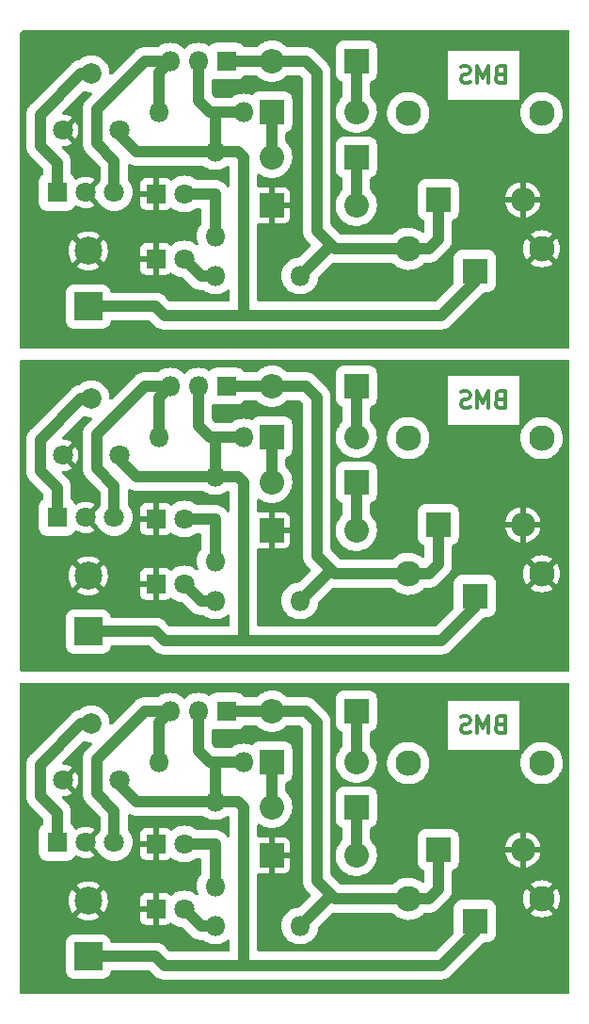
<source format=gbr>
%TF.GenerationSoftware,KiCad,Pcbnew,(6.0.10)*%
%TF.CreationDate,2023-01-21T20:17:03+05:30*%
%TF.ProjectId,3S BMS BTB,33532042-4d53-4204-9254-422e6b696361,rev?*%
%TF.SameCoordinates,Original*%
%TF.FileFunction,Copper,L2,Bot*%
%TF.FilePolarity,Positive*%
%FSLAX46Y46*%
G04 Gerber Fmt 4.6, Leading zero omitted, Abs format (unit mm)*
G04 Created by KiCad (PCBNEW (6.0.10)) date 2023-01-21 20:17:03*
%MOMM*%
%LPD*%
G01*
G04 APERTURE LIST*
%ADD10C,0.300000*%
%TA.AperFunction,NonConductor*%
%ADD11C,0.300000*%
%TD*%
%TA.AperFunction,ComponentPad*%
%ADD12C,2.300000*%
%TD*%
%TA.AperFunction,ComponentPad*%
%ADD13R,2.300000X2.300000*%
%TD*%
%TA.AperFunction,ComponentPad*%
%ADD14O,1.800000X1.800000*%
%TD*%
%TA.AperFunction,ComponentPad*%
%ADD15C,1.800000*%
%TD*%
%TA.AperFunction,ComponentPad*%
%ADD16R,1.800000X1.800000*%
%TD*%
%TA.AperFunction,ComponentPad*%
%ADD17C,1.840000*%
%TD*%
%TA.AperFunction,ComponentPad*%
%ADD18C,1.800444*%
%TD*%
%TA.AperFunction,ComponentPad*%
%ADD19O,2.200000X2.200000*%
%TD*%
%TA.AperFunction,ComponentPad*%
%ADD20R,2.200000X2.200000*%
%TD*%
%TA.AperFunction,ComponentPad*%
%ADD21R,2.500000X2.500000*%
%TD*%
%TA.AperFunction,ComponentPad*%
%ADD22C,2.500000*%
%TD*%
%TA.AperFunction,Conductor*%
%ADD23C,1.000000*%
%TD*%
G04 APERTURE END LIST*
D10*
D11*
X165704285Y-89526857D02*
X165490000Y-89598285D01*
X165418571Y-89669714D01*
X165347142Y-89812571D01*
X165347142Y-90026857D01*
X165418571Y-90169714D01*
X165490000Y-90241142D01*
X165632857Y-90312571D01*
X166204285Y-90312571D01*
X166204285Y-88812571D01*
X165704285Y-88812571D01*
X165561428Y-88884000D01*
X165490000Y-88955428D01*
X165418571Y-89098285D01*
X165418571Y-89241142D01*
X165490000Y-89384000D01*
X165561428Y-89455428D01*
X165704285Y-89526857D01*
X166204285Y-89526857D01*
X164704285Y-90312571D02*
X164704285Y-88812571D01*
X164204285Y-89884000D01*
X163704285Y-88812571D01*
X163704285Y-90312571D01*
X163061428Y-90241142D02*
X162847142Y-90312571D01*
X162490000Y-90312571D01*
X162347142Y-90241142D01*
X162275714Y-90169714D01*
X162204285Y-90026857D01*
X162204285Y-89884000D01*
X162275714Y-89741142D01*
X162347142Y-89669714D01*
X162490000Y-89598285D01*
X162775714Y-89526857D01*
X162918571Y-89455428D01*
X162990000Y-89384000D01*
X163061428Y-89241142D01*
X163061428Y-89098285D01*
X162990000Y-88955428D01*
X162918571Y-88884000D01*
X162775714Y-88812571D01*
X162418571Y-88812571D01*
X162204285Y-88884000D01*
D10*
D11*
X165704285Y-60316857D02*
X165490000Y-60388285D01*
X165418571Y-60459714D01*
X165347142Y-60602571D01*
X165347142Y-60816857D01*
X165418571Y-60959714D01*
X165490000Y-61031142D01*
X165632857Y-61102571D01*
X166204285Y-61102571D01*
X166204285Y-59602571D01*
X165704285Y-59602571D01*
X165561428Y-59674000D01*
X165490000Y-59745428D01*
X165418571Y-59888285D01*
X165418571Y-60031142D01*
X165490000Y-60174000D01*
X165561428Y-60245428D01*
X165704285Y-60316857D01*
X166204285Y-60316857D01*
X164704285Y-61102571D02*
X164704285Y-59602571D01*
X164204285Y-60674000D01*
X163704285Y-59602571D01*
X163704285Y-61102571D01*
X163061428Y-61031142D02*
X162847142Y-61102571D01*
X162490000Y-61102571D01*
X162347142Y-61031142D01*
X162275714Y-60959714D01*
X162204285Y-60816857D01*
X162204285Y-60674000D01*
X162275714Y-60531142D01*
X162347142Y-60459714D01*
X162490000Y-60388285D01*
X162775714Y-60316857D01*
X162918571Y-60245428D01*
X162990000Y-60174000D01*
X163061428Y-60031142D01*
X163061428Y-59888285D01*
X162990000Y-59745428D01*
X162918571Y-59674000D01*
X162775714Y-59602571D01*
X162418571Y-59602571D01*
X162204285Y-59674000D01*
D10*
D11*
X165704285Y-118736857D02*
X165490000Y-118808285D01*
X165418571Y-118879714D01*
X165347142Y-119022571D01*
X165347142Y-119236857D01*
X165418571Y-119379714D01*
X165490000Y-119451142D01*
X165632857Y-119522571D01*
X166204285Y-119522571D01*
X166204285Y-118022571D01*
X165704285Y-118022571D01*
X165561428Y-118094000D01*
X165490000Y-118165428D01*
X165418571Y-118308285D01*
X165418571Y-118451142D01*
X165490000Y-118594000D01*
X165561428Y-118665428D01*
X165704285Y-118736857D01*
X166204285Y-118736857D01*
X164704285Y-119522571D02*
X164704285Y-118022571D01*
X164204285Y-119094000D01*
X163704285Y-118022571D01*
X163704285Y-119522571D01*
X163061428Y-119451142D02*
X162847142Y-119522571D01*
X162490000Y-119522571D01*
X162347142Y-119451142D01*
X162275714Y-119379714D01*
X162204285Y-119236857D01*
X162204285Y-119094000D01*
X162275714Y-118951142D01*
X162347142Y-118879714D01*
X162490000Y-118808285D01*
X162775714Y-118736857D01*
X162918571Y-118665428D01*
X162990000Y-118594000D01*
X163061428Y-118451142D01*
X163061428Y-118308285D01*
X162990000Y-118165428D01*
X162918571Y-118094000D01*
X162775714Y-118022571D01*
X162418571Y-118022571D01*
X162204285Y-118094000D01*
D12*
%TO.P,RLY1,5*%
%TO.N,Net-(D3-Pad1)*%
X157478000Y-105224000D03*
%TO.P,RLY1,4,BAT+VE*%
%TO.N,unconnected-(RLY1-Pad4)*%
X157478000Y-93024000D03*
%TO.P,RLY1,3,NO*%
%TO.N,unconnected-(RLY1-Pad3)*%
X169478000Y-93024000D03*
%TO.P,RLY1,2*%
%TO.N,GND*%
X169478000Y-105224000D03*
D13*
%TO.P,RLY1,1,COM*%
%TO.N,+BATT*%
X163478000Y-107224000D03*
%TD*%
D14*
%TO.P,R3,2*%
%TO.N,Net-(D8-Pad2)*%
X140110000Y-136878000D03*
%TO.P,R3,1*%
%TO.N,Net-(D3-Pad1)*%
X147730000Y-136878000D03*
%TD*%
D15*
%TO.P,D8,2,A*%
%TO.N,Net-(D8-Pad2)*%
X137311000Y-106144000D03*
D16*
%TO.P,D8,1,K*%
%TO.N,GND*%
X134771000Y-106144000D03*
%TD*%
%TO.P,VR1,1,REF*%
%TO.N,Net-(RV1-Pad2)*%
X125876000Y-70934000D03*
D15*
%TO.P,VR1,2,A*%
%TO.N,GND*%
X128426000Y-70959000D03*
%TO.P,VR1,3,K*%
%TO.N,Net-(Q1-Pad3)*%
X131026000Y-70959000D03*
%TD*%
D14*
%TO.P,Q1,3,B*%
%TO.N,Net-(Q1-Pad3)*%
X136046000Y-59154000D03*
%TO.P,Q1,2,C*%
%TO.N,+BATT*%
X138586000Y-59154000D03*
D16*
%TO.P,Q1,1,E*%
%TO.N,Net-(D3-Pad1)*%
X141126000Y-59154000D03*
%TD*%
D15*
%TO.P,RV1,1,1*%
%TO.N,+BATT*%
X131474000Y-65365000D03*
D17*
%TO.P,RV1,2,2*%
%TO.N,Net-(RV1-Pad2)*%
X128934000Y-60285000D03*
D18*
%TO.P,RV1,3,3*%
%TO.N,GND*%
X126394000Y-65365000D03*
%TD*%
D19*
%TO.P,D4,2,A*%
%TO.N,Net-(D3-Pad1)*%
X145190000Y-88364000D03*
D20*
%TO.P,D4,1,K*%
%TO.N,Net-(D4-Pad1)*%
X152810000Y-88364000D03*
%TD*%
D14*
%TO.P,R1,2*%
%TO.N,Net-(D1-Pad2)*%
X140110000Y-133322000D03*
%TO.P,R1,1*%
%TO.N,+BATT*%
X140110000Y-125702000D03*
%TD*%
%TO.P,Q1,3,B*%
%TO.N,Net-(Q1-Pad3)*%
X136046000Y-117574000D03*
%TO.P,Q1,2,C*%
%TO.N,+BATT*%
X138586000Y-117574000D03*
D16*
%TO.P,Q1,1,E*%
%TO.N,Net-(D3-Pad1)*%
X141126000Y-117574000D03*
%TD*%
D12*
%TO.P,RLY1,5*%
%TO.N,Net-(D3-Pad1)*%
X157478000Y-76014000D03*
%TO.P,RLY1,4,BAT+VE*%
%TO.N,unconnected-(RLY1-Pad4)*%
X157478000Y-63814000D03*
%TO.P,RLY1,3,NO*%
%TO.N,unconnected-(RLY1-Pad3)*%
X169478000Y-63814000D03*
%TO.P,RLY1,2*%
%TO.N,GND*%
X169478000Y-76014000D03*
D13*
%TO.P,RLY1,1,COM*%
%TO.N,+BATT*%
X163478000Y-78014000D03*
%TD*%
D14*
%TO.P,R3,2*%
%TO.N,Net-(D8-Pad2)*%
X140110000Y-107668000D03*
%TO.P,R3,1*%
%TO.N,Net-(D3-Pad1)*%
X147730000Y-107668000D03*
%TD*%
D21*
%TO.P,J1,1*%
%TO.N,+BATT*%
X128680000Y-110422000D03*
D22*
%TO.P,J1,2*%
%TO.N,GND*%
X128680000Y-105422000D03*
%TD*%
D19*
%TO.P,D3,2,A*%
%TO.N,GND*%
X167796000Y-71600000D03*
D20*
%TO.P,D3,1,K*%
%TO.N,Net-(D3-Pad1)*%
X160176000Y-71600000D03*
%TD*%
D15*
%TO.P,RV1,1,1*%
%TO.N,+BATT*%
X131474000Y-94575000D03*
D17*
%TO.P,RV1,2,2*%
%TO.N,Net-(RV1-Pad2)*%
X128934000Y-89495000D03*
D18*
%TO.P,RV1,3,3*%
%TO.N,GND*%
X126394000Y-94575000D03*
%TD*%
D14*
%TO.P,R1,2*%
%TO.N,Net-(D1-Pad2)*%
X140110000Y-104112000D03*
%TO.P,R1,1*%
%TO.N,+BATT*%
X140110000Y-96492000D03*
%TD*%
D12*
%TO.P,RLY1,5*%
%TO.N,Net-(D3-Pad1)*%
X157478000Y-134434000D03*
%TO.P,RLY1,4,BAT+VE*%
%TO.N,unconnected-(RLY1-Pad4)*%
X157478000Y-122234000D03*
%TO.P,RLY1,3,NO*%
%TO.N,unconnected-(RLY1-Pad3)*%
X169478000Y-122234000D03*
%TO.P,RLY1,2*%
%TO.N,GND*%
X169478000Y-134434000D03*
D13*
%TO.P,RLY1,1,COM*%
%TO.N,+BATT*%
X163478000Y-136434000D03*
%TD*%
D19*
%TO.P,D4,2,A*%
%TO.N,Net-(D3-Pad1)*%
X145190000Y-117574000D03*
D20*
%TO.P,D4,1,K*%
%TO.N,Net-(D4-Pad1)*%
X152810000Y-117574000D03*
%TD*%
%TO.P,D3,1,K*%
%TO.N,Net-(D3-Pad1)*%
X160176000Y-100810000D03*
D19*
%TO.P,D3,2,A*%
%TO.N,GND*%
X167796000Y-100810000D03*
%TD*%
%TO.P,D6,2,A*%
%TO.N,Net-(D5-Pad1)*%
X145190000Y-126210000D03*
D20*
%TO.P,D6,1,K*%
%TO.N,Net-(D6-Pad1)*%
X152810000Y-126210000D03*
%TD*%
D15*
%TO.P,D8,2,A*%
%TO.N,Net-(D8-Pad2)*%
X137311000Y-135354000D03*
D16*
%TO.P,D8,1,K*%
%TO.N,GND*%
X134771000Y-135354000D03*
%TD*%
D19*
%TO.P,D5,2,A*%
%TO.N,Net-(D4-Pad1)*%
X152810000Y-63726000D03*
D20*
%TO.P,D5,1,K*%
%TO.N,Net-(D5-Pad1)*%
X145190000Y-63726000D03*
%TD*%
D19*
%TO.P,D7,2,A*%
%TO.N,Net-(D6-Pad1)*%
X152810000Y-130528000D03*
D20*
%TO.P,D7,1,K*%
%TO.N,GND*%
X145190000Y-130528000D03*
%TD*%
D14*
%TO.P,R3,2*%
%TO.N,Net-(D8-Pad2)*%
X140110000Y-78458000D03*
%TO.P,R3,1*%
%TO.N,Net-(D3-Pad1)*%
X147730000Y-78458000D03*
%TD*%
D19*
%TO.P,D6,2,A*%
%TO.N,Net-(D5-Pad1)*%
X145190000Y-67790000D03*
D20*
%TO.P,D6,1,K*%
%TO.N,Net-(D6-Pad1)*%
X152810000Y-67790000D03*
%TD*%
D14*
%TO.P,Q1,3,B*%
%TO.N,Net-(Q1-Pad3)*%
X136046000Y-88364000D03*
%TO.P,Q1,2,C*%
%TO.N,+BATT*%
X138586000Y-88364000D03*
D16*
%TO.P,Q1,1,E*%
%TO.N,Net-(D3-Pad1)*%
X141126000Y-88364000D03*
%TD*%
%TO.P,VR1,1,REF*%
%TO.N,Net-(RV1-Pad2)*%
X125876000Y-129354000D03*
D15*
%TO.P,VR1,2,A*%
%TO.N,GND*%
X128426000Y-129379000D03*
%TO.P,VR1,3,K*%
%TO.N,Net-(Q1-Pad3)*%
X131026000Y-129379000D03*
%TD*%
D19*
%TO.P,D7,2,A*%
%TO.N,Net-(D6-Pad1)*%
X152810000Y-72108000D03*
D20*
%TO.P,D7,1,K*%
%TO.N,GND*%
X145190000Y-72108000D03*
%TD*%
D16*
%TO.P,VR1,1,REF*%
%TO.N,Net-(RV1-Pad2)*%
X125876000Y-100144000D03*
D15*
%TO.P,VR1,2,A*%
%TO.N,GND*%
X128426000Y-100169000D03*
%TO.P,VR1,3,K*%
%TO.N,Net-(Q1-Pad3)*%
X131026000Y-100169000D03*
%TD*%
D14*
%TO.P,R1,2*%
%TO.N,Net-(D1-Pad2)*%
X140110000Y-74902000D03*
%TO.P,R1,1*%
%TO.N,+BATT*%
X140110000Y-67282000D03*
%TD*%
D21*
%TO.P,J1,1*%
%TO.N,+BATT*%
X128680000Y-81212000D03*
D22*
%TO.P,J1,2*%
%TO.N,GND*%
X128680000Y-76212000D03*
%TD*%
D21*
%TO.P,J1,1*%
%TO.N,+BATT*%
X128680000Y-139632000D03*
D22*
%TO.P,J1,2*%
%TO.N,GND*%
X128680000Y-134632000D03*
%TD*%
D19*
%TO.P,D5,2,A*%
%TO.N,Net-(D4-Pad1)*%
X152810000Y-122146000D03*
D20*
%TO.P,D5,1,K*%
%TO.N,Net-(D5-Pad1)*%
X145190000Y-122146000D03*
%TD*%
D19*
%TO.P,D3,2,A*%
%TO.N,GND*%
X167796000Y-130020000D03*
D20*
%TO.P,D3,1,K*%
%TO.N,Net-(D3-Pad1)*%
X160176000Y-130020000D03*
%TD*%
D14*
%TO.P,R2,2*%
%TO.N,Net-(Q1-Pad3)*%
X135030000Y-92936000D03*
%TO.P,R2,1*%
%TO.N,+BATT*%
X142650000Y-92936000D03*
%TD*%
%TO.P,R2,2*%
%TO.N,Net-(Q1-Pad3)*%
X135030000Y-122146000D03*
%TO.P,R2,1*%
%TO.N,+BATT*%
X142650000Y-122146000D03*
%TD*%
D15*
%TO.P,D1,2,A*%
%TO.N,Net-(D1-Pad2)*%
X137316000Y-100302000D03*
D16*
%TO.P,D1,1,K*%
%TO.N,GND*%
X134776000Y-100302000D03*
%TD*%
D15*
%TO.P,D1,2,A*%
%TO.N,Net-(D1-Pad2)*%
X137316000Y-71092000D03*
D16*
%TO.P,D1,1,K*%
%TO.N,GND*%
X134776000Y-71092000D03*
%TD*%
D15*
%TO.P,D8,2,A*%
%TO.N,Net-(D8-Pad2)*%
X137311000Y-76934000D03*
D16*
%TO.P,D8,1,K*%
%TO.N,GND*%
X134771000Y-76934000D03*
%TD*%
D19*
%TO.P,D7,2,A*%
%TO.N,Net-(D6-Pad1)*%
X152810000Y-101318000D03*
D20*
%TO.P,D7,1,K*%
%TO.N,GND*%
X145190000Y-101318000D03*
%TD*%
D14*
%TO.P,R2,2*%
%TO.N,Net-(Q1-Pad3)*%
X135030000Y-63726000D03*
%TO.P,R2,1*%
%TO.N,+BATT*%
X142650000Y-63726000D03*
%TD*%
D15*
%TO.P,D1,2,A*%
%TO.N,Net-(D1-Pad2)*%
X137316000Y-129512000D03*
D16*
%TO.P,D1,1,K*%
%TO.N,GND*%
X134776000Y-129512000D03*
%TD*%
D19*
%TO.P,D4,2,A*%
%TO.N,Net-(D3-Pad1)*%
X145190000Y-59154000D03*
D20*
%TO.P,D4,1,K*%
%TO.N,Net-(D4-Pad1)*%
X152810000Y-59154000D03*
%TD*%
D15*
%TO.P,RV1,1,1*%
%TO.N,+BATT*%
X131474000Y-123785000D03*
D17*
%TO.P,RV1,2,2*%
%TO.N,Net-(RV1-Pad2)*%
X128934000Y-118705000D03*
D18*
%TO.P,RV1,3,3*%
%TO.N,GND*%
X126394000Y-123785000D03*
%TD*%
D19*
%TO.P,D6,2,A*%
%TO.N,Net-(D5-Pad1)*%
X145190000Y-97000000D03*
D20*
%TO.P,D6,1,K*%
%TO.N,Net-(D6-Pad1)*%
X152810000Y-97000000D03*
%TD*%
D19*
%TO.P,D5,2,A*%
%TO.N,Net-(D4-Pad1)*%
X152810000Y-92936000D03*
D20*
%TO.P,D5,1,K*%
%TO.N,Net-(D5-Pad1)*%
X145190000Y-92936000D03*
%TD*%
D23*
%TO.N,Net-(D1-Pad2)*%
X140110000Y-71092000D02*
X140110000Y-74902000D01*
X137316000Y-129512000D02*
X140110000Y-129512000D01*
X137316000Y-71092000D02*
X140110000Y-71092000D01*
X137316000Y-100302000D02*
X140110000Y-100302000D01*
X140110000Y-100302000D02*
X140110000Y-104112000D01*
X140110000Y-129512000D02*
X140110000Y-133322000D01*
%TO.N,+BATT*%
X140110000Y-122400000D02*
X140364000Y-122146000D01*
X140364000Y-122146000D02*
X142650000Y-122146000D01*
X131474000Y-65365000D02*
X131474000Y-65758000D01*
X135538000Y-111224000D02*
X134736000Y-110422000D01*
X140110000Y-96492000D02*
X140110000Y-93190000D01*
X142142000Y-125702000D02*
X142650000Y-126210000D01*
X131474000Y-124178000D02*
X132998000Y-125702000D01*
X163478000Y-107224000D02*
X163414000Y-107224000D01*
X140110000Y-63980000D02*
X140364000Y-63726000D01*
X142650000Y-126210000D02*
X142650000Y-140180000D01*
X163478000Y-78966000D02*
X160430000Y-82014000D01*
X140110000Y-125702000D02*
X140110000Y-122400000D01*
X142904000Y-140434000D02*
X135538000Y-140434000D01*
X128720000Y-139672000D02*
X128680000Y-139632000D01*
X142904000Y-111224000D02*
X135538000Y-111224000D01*
X139602000Y-63726000D02*
X140364000Y-63726000D01*
X163478000Y-78014000D02*
X163478000Y-78966000D01*
X131474000Y-94968000D02*
X132998000Y-96492000D01*
X140110000Y-125702000D02*
X142142000Y-125702000D01*
X140364000Y-63726000D02*
X142650000Y-63726000D01*
X132998000Y-96492000D02*
X140110000Y-96492000D01*
X138586000Y-121130000D02*
X139602000Y-122146000D01*
X160430000Y-111224000D02*
X142904000Y-111224000D01*
X140110000Y-67282000D02*
X140110000Y-63980000D01*
X140110000Y-93190000D02*
X140364000Y-92936000D01*
X140364000Y-92936000D02*
X142650000Y-92936000D01*
X131474000Y-123785000D02*
X131474000Y-124178000D01*
X140110000Y-96492000D02*
X142142000Y-96492000D01*
X139602000Y-122146000D02*
X140364000Y-122146000D01*
X142904000Y-82014000D02*
X135538000Y-82014000D01*
X128720000Y-110462000D02*
X128680000Y-110422000D01*
X138586000Y-62710000D02*
X139602000Y-63726000D01*
X163478000Y-137386000D02*
X160430000Y-140434000D01*
X134736000Y-110422000D02*
X128680000Y-110422000D01*
X142142000Y-67282000D02*
X142650000Y-67790000D01*
X142650000Y-81760000D02*
X142904000Y-82014000D01*
X160430000Y-140434000D02*
X142904000Y-140434000D01*
X138586000Y-88364000D02*
X138586000Y-91920000D01*
X163478000Y-108176000D02*
X160430000Y-111224000D01*
X128720000Y-81252000D02*
X128680000Y-81212000D01*
X138586000Y-59154000D02*
X138586000Y-62710000D01*
X142142000Y-96492000D02*
X142650000Y-97000000D01*
X131474000Y-94575000D02*
X131474000Y-94968000D01*
X140110000Y-67282000D02*
X142142000Y-67282000D01*
X163478000Y-78014000D02*
X163414000Y-78014000D01*
X142650000Y-140180000D02*
X142904000Y-140434000D01*
X142650000Y-110970000D02*
X142904000Y-111224000D01*
X163478000Y-107224000D02*
X163478000Y-108176000D01*
X132998000Y-67282000D02*
X140110000Y-67282000D01*
X163478000Y-136434000D02*
X163478000Y-137386000D01*
X163478000Y-136434000D02*
X163414000Y-136434000D01*
X135538000Y-82014000D02*
X134736000Y-81212000D01*
X134736000Y-81212000D02*
X128680000Y-81212000D01*
X135538000Y-140434000D02*
X134736000Y-139632000D01*
X139602000Y-92936000D02*
X140364000Y-92936000D01*
X142650000Y-67790000D02*
X142650000Y-81760000D01*
X131474000Y-65758000D02*
X132998000Y-67282000D01*
X138586000Y-117574000D02*
X138586000Y-121130000D01*
X142650000Y-97000000D02*
X142650000Y-110970000D01*
X138586000Y-91920000D02*
X139602000Y-92936000D01*
X132998000Y-125702000D02*
X140110000Y-125702000D01*
X160430000Y-82014000D02*
X142904000Y-82014000D01*
X134736000Y-139632000D02*
X128680000Y-139632000D01*
%TO.N,Net-(D3-Pad1)*%
X147730000Y-107668000D02*
X150270000Y-105128000D01*
X149254000Y-118590000D02*
X149254000Y-132814000D01*
X148238000Y-88364000D02*
X149254000Y-89380000D01*
X141126000Y-88364000D02*
X145190000Y-88364000D01*
X149254000Y-132814000D02*
X150874000Y-134434000D01*
X151444000Y-76014000D02*
X157478000Y-76014000D01*
X141126000Y-59154000D02*
X145190000Y-59154000D01*
X160176000Y-71600000D02*
X160176000Y-75156000D01*
X160176000Y-75156000D02*
X159318000Y-76014000D01*
X148238000Y-59154000D02*
X149254000Y-60170000D01*
X150874000Y-76014000D02*
X151444000Y-76014000D01*
X160176000Y-100810000D02*
X160176000Y-104366000D01*
X150874000Y-134434000D02*
X151444000Y-134434000D01*
X145190000Y-88364000D02*
X148238000Y-88364000D01*
X159318000Y-105224000D02*
X157478000Y-105224000D01*
X149254000Y-74394000D02*
X150874000Y-76014000D01*
X148238000Y-117574000D02*
X149254000Y-118590000D01*
X149254000Y-60170000D02*
X149254000Y-74394000D01*
X149254000Y-89380000D02*
X149254000Y-103604000D01*
X150270000Y-105128000D02*
X150778000Y-105128000D01*
X159318000Y-134434000D02*
X157478000Y-134434000D01*
X150270000Y-134338000D02*
X150778000Y-134338000D01*
X141126000Y-117574000D02*
X145190000Y-117574000D01*
X147730000Y-136878000D02*
X150270000Y-134338000D01*
X160176000Y-130020000D02*
X160176000Y-133576000D01*
X150874000Y-105224000D02*
X151444000Y-105224000D01*
X145190000Y-117574000D02*
X148238000Y-117574000D01*
X151444000Y-134434000D02*
X157478000Y-134434000D01*
X149254000Y-103604000D02*
X150874000Y-105224000D01*
X159318000Y-76014000D02*
X157478000Y-76014000D01*
X147730000Y-78458000D02*
X150270000Y-75918000D01*
X160176000Y-104366000D02*
X159318000Y-105224000D01*
X150270000Y-75918000D02*
X150778000Y-75918000D01*
X145190000Y-59154000D02*
X148238000Y-59154000D01*
X160176000Y-133576000D02*
X159318000Y-134434000D01*
X151444000Y-105224000D02*
X157478000Y-105224000D01*
%TO.N,Net-(D4-Pad1)*%
X152810000Y-117574000D02*
X152810000Y-122146000D01*
X152810000Y-59154000D02*
X152810000Y-63726000D01*
X152810000Y-88364000D02*
X152810000Y-92936000D01*
%TO.N,Net-(D5-Pad1)*%
X145190000Y-122146000D02*
X145190000Y-126210000D01*
X145190000Y-92936000D02*
X145190000Y-97000000D01*
X145190000Y-63726000D02*
X145190000Y-67790000D01*
%TO.N,Net-(D6-Pad1)*%
X152810000Y-97000000D02*
X152810000Y-101318000D01*
X152810000Y-126210000D02*
X152810000Y-130528000D01*
X152810000Y-67790000D02*
X152810000Y-72108000D01*
%TO.N,Net-(D8-Pad2)*%
X138835000Y-107668000D02*
X137311000Y-106144000D01*
X140110000Y-78458000D02*
X138835000Y-78458000D01*
X138835000Y-78458000D02*
X137311000Y-76934000D01*
X138835000Y-136878000D02*
X137311000Y-135354000D01*
X140110000Y-136878000D02*
X138835000Y-136878000D01*
X140110000Y-107668000D02*
X138835000Y-107668000D01*
%TO.N,Net-(Q1-Pad3)*%
X129442000Y-92682000D02*
X133760000Y-88364000D01*
X129442000Y-63472000D02*
X133760000Y-59154000D01*
X135030000Y-60170000D02*
X135030000Y-63726000D01*
X129442000Y-121892000D02*
X133760000Y-117574000D01*
X131026000Y-70959000D02*
X131026000Y-68104000D01*
X135030000Y-118590000D02*
X135030000Y-122146000D01*
X133760000Y-88364000D02*
X136046000Y-88364000D01*
X136046000Y-117574000D02*
X135030000Y-118590000D01*
X129442000Y-95730000D02*
X129442000Y-92682000D01*
X131026000Y-68104000D02*
X129442000Y-66520000D01*
X131026000Y-129379000D02*
X131026000Y-126524000D01*
X129442000Y-66520000D02*
X129442000Y-63472000D01*
X136046000Y-88364000D02*
X135030000Y-89380000D01*
X136046000Y-59154000D02*
X135030000Y-60170000D01*
X131026000Y-97314000D02*
X129442000Y-95730000D01*
X135030000Y-89380000D02*
X135030000Y-92936000D01*
X131026000Y-126524000D02*
X129442000Y-124940000D01*
X133760000Y-117574000D02*
X136046000Y-117574000D01*
X133760000Y-59154000D02*
X136046000Y-59154000D01*
X129442000Y-124940000D02*
X129442000Y-121892000D01*
X131026000Y-100169000D02*
X131026000Y-97314000D01*
%TO.N,Net-(RV1-Pad2)*%
X125886000Y-100109000D02*
X125826000Y-100169000D01*
X128934000Y-89495000D02*
X128057000Y-89495000D01*
X124362000Y-66774000D02*
X125886000Y-68298000D01*
X125886000Y-129319000D02*
X125826000Y-129379000D01*
X125886000Y-97508000D02*
X125886000Y-100109000D01*
X124362000Y-122400000D02*
X124362000Y-125194000D01*
X124362000Y-63980000D02*
X124362000Y-66774000D01*
X125886000Y-126718000D02*
X125886000Y-129319000D01*
X128057000Y-89495000D02*
X124362000Y-93190000D01*
X125886000Y-68298000D02*
X125886000Y-70899000D01*
X124362000Y-93190000D02*
X124362000Y-95984000D01*
X128057000Y-118705000D02*
X124362000Y-122400000D01*
X128057000Y-60285000D02*
X124362000Y-63980000D01*
X124362000Y-125194000D02*
X125886000Y-126718000D01*
X124362000Y-95984000D02*
X125886000Y-97508000D01*
X128934000Y-118705000D02*
X128057000Y-118705000D01*
X128934000Y-60285000D02*
X128057000Y-60285000D01*
X125886000Y-70899000D02*
X125826000Y-70959000D01*
%TD*%
%TA.AperFunction,Conductor*%
%TO.N,GND*%
G36*
X171942121Y-56382502D02*
G01*
X171988614Y-56436158D01*
X172000000Y-56488500D01*
X172000000Y-84874000D01*
X171979998Y-84942121D01*
X171926342Y-84988614D01*
X171874000Y-85000000D01*
X122634500Y-85000000D01*
X122566379Y-84979998D01*
X122519886Y-84926342D01*
X122508500Y-84874000D01*
X122508500Y-77621133D01*
X127635612Y-77621133D01*
X127644325Y-77632653D01*
X127742018Y-77704284D01*
X127749928Y-77709227D01*
X127972890Y-77826533D01*
X127981453Y-77830256D01*
X128219304Y-77913318D01*
X128228313Y-77915732D01*
X128475842Y-77962727D01*
X128485098Y-77963781D01*
X128736857Y-77973673D01*
X128746171Y-77973347D01*
X128996615Y-77945920D01*
X129005792Y-77944219D01*
X129249431Y-77880074D01*
X129253511Y-77878669D01*
X133363001Y-77878669D01*
X133363371Y-77885490D01*
X133368895Y-77936352D01*
X133372521Y-77951604D01*
X133417676Y-78072054D01*
X133426214Y-78087649D01*
X133502715Y-78189724D01*
X133515276Y-78202285D01*
X133617351Y-78278786D01*
X133632946Y-78287324D01*
X133753394Y-78332478D01*
X133768649Y-78336105D01*
X133819514Y-78341631D01*
X133826328Y-78342000D01*
X134498885Y-78342000D01*
X134514124Y-78337525D01*
X134515329Y-78336135D01*
X134517000Y-78328452D01*
X134517000Y-77206115D01*
X134512525Y-77190876D01*
X134511135Y-77189671D01*
X134503452Y-77188000D01*
X133381116Y-77188000D01*
X133365877Y-77192475D01*
X133364672Y-77193865D01*
X133363001Y-77201548D01*
X133363001Y-77878669D01*
X129253511Y-77878669D01*
X129258251Y-77877037D01*
X129489736Y-77777583D01*
X129498008Y-77773276D01*
X129712249Y-77640700D01*
X129719188Y-77635658D01*
X129727518Y-77623019D01*
X129721456Y-77612666D01*
X128692812Y-76584022D01*
X128678868Y-76576408D01*
X128677035Y-76576539D01*
X128670420Y-76580790D01*
X127642270Y-77608940D01*
X127635612Y-77621133D01*
X122508500Y-77621133D01*
X122508500Y-76170523D01*
X126917898Y-76170523D01*
X126929987Y-76422175D01*
X126931124Y-76431435D01*
X126980274Y-76678535D01*
X126982768Y-76687528D01*
X127067900Y-76924639D01*
X127071700Y-76933174D01*
X127190946Y-77155101D01*
X127195957Y-77162968D01*
X127259446Y-77247990D01*
X127270704Y-77256439D01*
X127283123Y-77249667D01*
X128307978Y-76224812D01*
X128314356Y-76213132D01*
X129044408Y-76213132D01*
X129044539Y-76214965D01*
X129048790Y-76221580D01*
X130079913Y-77252703D01*
X130092293Y-77259463D01*
X130100634Y-77253219D01*
X130226765Y-77057127D01*
X130231212Y-77048936D01*
X130334691Y-76819222D01*
X130337882Y-76810455D01*
X130379784Y-76661885D01*
X133363000Y-76661885D01*
X133367475Y-76677124D01*
X133368865Y-76678329D01*
X133376548Y-76680000D01*
X134498885Y-76680000D01*
X134514124Y-76675525D01*
X134515329Y-76674135D01*
X134517000Y-76666452D01*
X134517000Y-75544116D01*
X134512525Y-75528877D01*
X134511135Y-75527672D01*
X134503452Y-75526001D01*
X133826331Y-75526001D01*
X133819510Y-75526371D01*
X133768648Y-75531895D01*
X133753396Y-75535521D01*
X133632946Y-75580676D01*
X133617351Y-75589214D01*
X133515276Y-75665715D01*
X133502715Y-75678276D01*
X133426214Y-75780351D01*
X133417676Y-75795946D01*
X133372522Y-75916394D01*
X133368895Y-75931649D01*
X133363369Y-75982514D01*
X133363000Y-75989328D01*
X133363000Y-76661885D01*
X130379784Y-76661885D01*
X130406269Y-76567976D01*
X130408129Y-76558834D01*
X130440116Y-76307396D01*
X130440597Y-76301108D01*
X130442847Y-76215160D01*
X130442696Y-76208851D01*
X130423912Y-75956074D01*
X130422536Y-75946868D01*
X130366929Y-75701126D01*
X130364205Y-75692215D01*
X130272888Y-75457392D01*
X130268877Y-75448983D01*
X130143854Y-75230240D01*
X130138643Y-75222514D01*
X130101391Y-75175261D01*
X130089466Y-75166790D01*
X130077934Y-75173276D01*
X129052022Y-76199188D01*
X129044408Y-76213132D01*
X128314356Y-76213132D01*
X128315592Y-76210868D01*
X128315461Y-76209035D01*
X128311210Y-76202420D01*
X127281321Y-75172531D01*
X127268013Y-75165264D01*
X127257974Y-75172386D01*
X127247761Y-75184666D01*
X127242346Y-75192258D01*
X127111646Y-75407646D01*
X127107408Y-75415963D01*
X127009981Y-75648299D01*
X127007020Y-75657149D01*
X126945006Y-75901331D01*
X126943384Y-75910528D01*
X126918143Y-76161198D01*
X126917898Y-76170523D01*
X122508500Y-76170523D01*
X122508500Y-74800803D01*
X127633216Y-74800803D01*
X127637789Y-74810579D01*
X128667188Y-75839978D01*
X128681132Y-75847592D01*
X128682965Y-75847461D01*
X128689580Y-75843210D01*
X129718419Y-74814371D01*
X129724803Y-74802681D01*
X129715391Y-74790570D01*
X129578593Y-74695670D01*
X129570565Y-74690942D01*
X129344593Y-74579505D01*
X129335960Y-74576017D01*
X129095998Y-74499205D01*
X129086938Y-74497029D01*
X128838260Y-74456529D01*
X128828973Y-74455717D01*
X128577053Y-74452419D01*
X128567742Y-74452989D01*
X128318097Y-74486964D01*
X128308978Y-74488902D01*
X128067098Y-74559404D01*
X128058367Y-74562667D01*
X127829558Y-74668151D01*
X127821406Y-74672670D01*
X127642353Y-74790062D01*
X127633216Y-74800803D01*
X122508500Y-74800803D01*
X122508500Y-66721422D01*
X123107547Y-66721422D01*
X123111132Y-66797428D01*
X123111360Y-66802271D01*
X123111500Y-66808207D01*
X123111500Y-66830630D01*
X123111750Y-66833428D01*
X123113804Y-66856452D01*
X123114163Y-66861713D01*
X123118063Y-66944398D01*
X123119314Y-66949861D01*
X123119315Y-66949867D01*
X123122028Y-66961711D01*
X123124710Y-66978645D01*
X123126289Y-66996339D01*
X123127771Y-67001755D01*
X123127771Y-67001757D01*
X123148131Y-67076181D01*
X123149417Y-67081299D01*
X123167897Y-67161987D01*
X123170095Y-67167141D01*
X123170099Y-67167152D01*
X123174866Y-67178326D01*
X123180505Y-67194516D01*
X123185192Y-67211651D01*
X123220835Y-67286377D01*
X123222993Y-67291157D01*
X123228187Y-67303335D01*
X123255476Y-67367313D01*
X123265236Y-67382171D01*
X123273642Y-67397091D01*
X123281292Y-67413129D01*
X123284563Y-67417682D01*
X123284566Y-67417686D01*
X123329589Y-67480341D01*
X123332579Y-67484690D01*
X123352270Y-67514666D01*
X123378031Y-67553884D01*
X123381106Y-67557335D01*
X123396398Y-67574499D01*
X123404640Y-67584786D01*
X123411552Y-67594405D01*
X123415579Y-67598307D01*
X123487791Y-67668286D01*
X123489201Y-67669675D01*
X124598595Y-68779069D01*
X124632621Y-68841381D01*
X124635500Y-68868164D01*
X124635500Y-69291900D01*
X124615498Y-69360021D01*
X124575804Y-69399043D01*
X124506655Y-69441834D01*
X124383016Y-69565689D01*
X124379176Y-69571919D01*
X124379175Y-69571920D01*
X124365089Y-69594772D01*
X124291186Y-69714666D01*
X124288881Y-69721614D01*
X124288881Y-69721615D01*
X124239071Y-69871786D01*
X124236090Y-69880772D01*
X124225500Y-69984134D01*
X124225500Y-71883866D01*
X124225837Y-71887112D01*
X124225837Y-71887116D01*
X124230072Y-71927926D01*
X124236359Y-71988519D01*
X124291744Y-72154529D01*
X124383834Y-72303345D01*
X124507689Y-72426984D01*
X124513919Y-72430824D01*
X124513920Y-72430825D01*
X124519061Y-72433994D01*
X124656666Y-72518814D01*
X124663614Y-72521119D01*
X124663615Y-72521119D01*
X124816241Y-72571744D01*
X124816243Y-72571745D01*
X124822772Y-72573910D01*
X124926134Y-72584500D01*
X126825866Y-72584500D01*
X126829112Y-72584163D01*
X126829116Y-72584163D01*
X126923661Y-72574353D01*
X126923665Y-72574352D01*
X126930519Y-72573641D01*
X126937055Y-72571460D01*
X126937057Y-72571460D01*
X127089581Y-72520574D01*
X127096529Y-72518256D01*
X127245345Y-72426166D01*
X127368984Y-72302311D01*
X127413524Y-72230054D01*
X127454011Y-72164371D01*
X127506783Y-72116877D01*
X127576854Y-72105453D01*
X127624841Y-72121698D01*
X127811077Y-72230525D01*
X127820364Y-72234975D01*
X128027003Y-72313883D01*
X128036901Y-72316759D01*
X128253653Y-72360857D01*
X128263883Y-72362076D01*
X128484914Y-72370182D01*
X128495223Y-72369714D01*
X128714623Y-72341608D01*
X128724688Y-72339468D01*
X128936557Y-72275905D01*
X128946152Y-72272144D01*
X129144778Y-72174838D01*
X129153636Y-72169559D01*
X129211097Y-72128572D01*
X129219497Y-72117874D01*
X129212509Y-72104720D01*
X128155885Y-71048095D01*
X128121859Y-70985783D01*
X128126924Y-70914967D01*
X128155885Y-70869905D01*
X128426000Y-70599790D01*
X129214990Y-69810799D01*
X129222010Y-69797943D01*
X129214236Y-69787273D01*
X129211902Y-69785430D01*
X129203320Y-69779729D01*
X129009678Y-69672833D01*
X129000272Y-69668606D01*
X128791772Y-69594772D01*
X128781809Y-69592140D01*
X128564047Y-69553350D01*
X128553796Y-69552381D01*
X128332616Y-69549679D01*
X128322332Y-69550399D01*
X128103693Y-69583855D01*
X128093666Y-69586244D01*
X127883426Y-69654961D01*
X127873916Y-69658958D01*
X127677728Y-69761087D01*
X127669006Y-69766579D01*
X127656075Y-69776288D01*
X127589590Y-69801192D01*
X127520194Y-69786199D01*
X127469922Y-69736067D01*
X127465933Y-69726928D01*
X127465679Y-69727047D01*
X127462574Y-69720419D01*
X127460256Y-69713471D01*
X127368166Y-69564655D01*
X127320856Y-69517427D01*
X127249490Y-69446186D01*
X127244311Y-69441016D01*
X127196383Y-69411473D01*
X127148891Y-69358702D01*
X127136500Y-69304214D01*
X127136500Y-68388854D01*
X127137578Y-68372408D01*
X127139720Y-68356137D01*
X127140452Y-68350577D01*
X127136640Y-68269742D01*
X127136500Y-68263807D01*
X127136500Y-68241370D01*
X127136252Y-68238586D01*
X127136251Y-68238574D01*
X127134195Y-68215539D01*
X127133836Y-68210276D01*
X127130201Y-68133203D01*
X127129937Y-68127602D01*
X127128686Y-68122139D01*
X127128685Y-68122133D01*
X127125972Y-68110289D01*
X127123290Y-68093355D01*
X127122210Y-68081257D01*
X127121711Y-68075661D01*
X127099870Y-67995823D01*
X127098584Y-67990705D01*
X127081356Y-67915483D01*
X127080103Y-67910012D01*
X127073130Y-67893664D01*
X127067496Y-67877485D01*
X127064287Y-67865757D01*
X127062808Y-67860349D01*
X127060397Y-67855295D01*
X127060394Y-67855286D01*
X127027161Y-67785612D01*
X127024990Y-67780803D01*
X126994726Y-67709852D01*
X126992523Y-67704687D01*
X126989444Y-67700000D01*
X126989440Y-67699992D01*
X126982770Y-67689838D01*
X126974358Y-67674909D01*
X126969123Y-67663934D01*
X126966708Y-67658871D01*
X126918382Y-67591619D01*
X126915413Y-67587298D01*
X126910246Y-67579431D01*
X126869969Y-67518115D01*
X126851593Y-67497491D01*
X126843352Y-67487204D01*
X126836448Y-67477595D01*
X126760209Y-67403714D01*
X126758799Y-67402325D01*
X126347456Y-66990982D01*
X126313430Y-66928670D01*
X126318495Y-66857855D01*
X126361042Y-66801019D01*
X126427562Y-66776208D01*
X126441169Y-66775972D01*
X126452937Y-66776404D01*
X126463222Y-66775937D01*
X126682658Y-66747827D01*
X126692743Y-66745684D01*
X126904645Y-66682110D01*
X126914222Y-66678357D01*
X127112906Y-66581023D01*
X127121744Y-66575754D01*
X127179255Y-66534732D01*
X127187655Y-66524032D01*
X127180668Y-66510879D01*
X126123885Y-65454095D01*
X126089859Y-65391783D01*
X126091694Y-65366132D01*
X126758408Y-65366132D01*
X126758539Y-65367966D01*
X126762790Y-65374580D01*
X127540466Y-66152255D01*
X127552472Y-66158811D01*
X127564211Y-66149842D01*
X127602200Y-66096975D01*
X127607510Y-66088138D01*
X127705525Y-65889819D01*
X127709324Y-65880224D01*
X127773632Y-65668564D01*
X127775811Y-65658483D01*
X127804924Y-65437348D01*
X127805443Y-65430675D01*
X127806966Y-65368365D01*
X127806772Y-65361646D01*
X127788498Y-65139364D01*
X127786815Y-65129202D01*
X127732920Y-64914634D01*
X127729602Y-64904887D01*
X127641384Y-64702000D01*
X127636517Y-64692925D01*
X127563384Y-64579878D01*
X127552699Y-64570675D01*
X127543132Y-64575079D01*
X126766021Y-65352189D01*
X126758408Y-65366132D01*
X126091694Y-65366132D01*
X126094924Y-65320967D01*
X126123885Y-65275905D01*
X126394000Y-65005790D01*
X127183147Y-64216642D01*
X127190168Y-64203785D01*
X127182395Y-64193117D01*
X127180021Y-64191242D01*
X127171450Y-64185547D01*
X126977763Y-64078626D01*
X126968368Y-64074405D01*
X126759829Y-64000557D01*
X126749866Y-63997925D01*
X126532069Y-63959129D01*
X126521817Y-63958160D01*
X126455763Y-63957353D01*
X126387892Y-63936520D01*
X126342058Y-63882300D01*
X126332813Y-63811908D01*
X126363093Y-63747693D01*
X126368207Y-63742267D01*
X128227279Y-61883195D01*
X128289591Y-61849169D01*
X128357915Y-61853335D01*
X128496013Y-61901561D01*
X128496019Y-61901563D01*
X128500430Y-61903103D01*
X128505023Y-61903975D01*
X128724265Y-61945600D01*
X128744364Y-61949416D01*
X128891195Y-61955185D01*
X128958478Y-61977846D01*
X129002828Y-62033286D01*
X129010165Y-62103902D01*
X128975343Y-62170183D01*
X128622016Y-62523510D01*
X128609626Y-62534377D01*
X128592146Y-62547790D01*
X128542341Y-62602525D01*
X128537654Y-62607676D01*
X128533555Y-62611971D01*
X128517720Y-62627806D01*
X128501083Y-62647704D01*
X128497632Y-62651659D01*
X128441914Y-62712893D01*
X128432470Y-62727948D01*
X128422401Y-62741806D01*
X128411003Y-62755438D01*
X128408222Y-62760314D01*
X128369992Y-62827337D01*
X128367296Y-62831843D01*
X128323293Y-62901990D01*
X128316665Y-62918479D01*
X128309205Y-62933909D01*
X128300405Y-62949337D01*
X128291540Y-62974372D01*
X128272775Y-63027361D01*
X128270910Y-63032297D01*
X128240034Y-63109105D01*
X128238898Y-63114591D01*
X128238896Y-63114597D01*
X128236430Y-63126506D01*
X128231825Y-63143002D01*
X128225892Y-63159756D01*
X128218610Y-63204227D01*
X128212514Y-63241449D01*
X128211552Y-63246637D01*
X128204141Y-63282423D01*
X128194767Y-63327690D01*
X128194501Y-63332301D01*
X128194501Y-63332302D01*
X128193177Y-63355261D01*
X128191730Y-63368364D01*
X128190726Y-63374498D01*
X128190726Y-63374504D01*
X128189818Y-63380046D01*
X128189906Y-63385660D01*
X128189906Y-63385662D01*
X128191484Y-63486105D01*
X128191500Y-63488084D01*
X128191500Y-66429138D01*
X128190422Y-66445585D01*
X128187547Y-66467422D01*
X128190757Y-66535481D01*
X128191360Y-66548271D01*
X128191500Y-66554207D01*
X128191500Y-66576630D01*
X128191750Y-66579428D01*
X128193804Y-66602452D01*
X128194163Y-66607713D01*
X128198063Y-66690398D01*
X128199314Y-66695861D01*
X128199315Y-66695867D01*
X128202028Y-66707711D01*
X128204710Y-66724645D01*
X128206289Y-66742339D01*
X128207771Y-66747755D01*
X128207771Y-66747757D01*
X128228131Y-66822181D01*
X128229417Y-66827299D01*
X128230821Y-66833428D01*
X128247897Y-66907987D01*
X128250095Y-66913141D01*
X128250099Y-66913152D01*
X128254866Y-66924326D01*
X128260505Y-66940516D01*
X128265192Y-66957651D01*
X128300835Y-67032377D01*
X128302993Y-67037157D01*
X128335476Y-67113313D01*
X128345236Y-67128171D01*
X128353642Y-67143091D01*
X128361292Y-67159129D01*
X128364563Y-67163682D01*
X128364566Y-67163686D01*
X128409589Y-67226341D01*
X128412579Y-67230690D01*
X128439983Y-67272408D01*
X128458031Y-67299884D01*
X128461106Y-67303335D01*
X128476398Y-67320499D01*
X128484640Y-67330786D01*
X128491552Y-67340405D01*
X128555448Y-67402325D01*
X128567791Y-67414286D01*
X128569201Y-67415675D01*
X129738595Y-68585069D01*
X129772621Y-68647381D01*
X129775500Y-68674164D01*
X129775500Y-69835274D01*
X129755498Y-69903395D01*
X129745313Y-69917102D01*
X129727292Y-69938202D01*
X129689798Y-69982101D01*
X129689795Y-69982105D01*
X129686588Y-69985860D01*
X129610283Y-70110379D01*
X129580805Y-70158483D01*
X129562467Y-70181744D01*
X128798021Y-70946189D01*
X128790408Y-70960132D01*
X128790539Y-70961966D01*
X128794790Y-70968580D01*
X129562467Y-71736256D01*
X129580805Y-71759517D01*
X129686588Y-71932140D01*
X129781690Y-72043490D01*
X129844369Y-72116877D01*
X129855311Y-72129689D01*
X130052860Y-72298412D01*
X130274372Y-72434154D01*
X130278942Y-72436047D01*
X130278946Y-72436049D01*
X130484323Y-72521119D01*
X130514390Y-72533573D01*
X130590477Y-72551840D01*
X130762193Y-72593066D01*
X130762199Y-72593067D01*
X130767006Y-72594221D01*
X131026000Y-72614604D01*
X131284994Y-72594221D01*
X131289801Y-72593067D01*
X131289807Y-72593066D01*
X131461523Y-72551840D01*
X131537610Y-72533573D01*
X131567677Y-72521119D01*
X131773054Y-72436049D01*
X131773058Y-72436047D01*
X131777628Y-72434154D01*
X131999140Y-72298412D01*
X132196689Y-72129689D01*
X132207632Y-72116877D01*
X132270310Y-72043490D01*
X132276136Y-72036669D01*
X133368001Y-72036669D01*
X133368371Y-72043490D01*
X133373895Y-72094352D01*
X133377521Y-72109604D01*
X133422676Y-72230054D01*
X133431214Y-72245649D01*
X133507715Y-72347724D01*
X133520276Y-72360285D01*
X133622351Y-72436786D01*
X133637946Y-72445324D01*
X133758394Y-72490478D01*
X133773649Y-72494105D01*
X133824514Y-72499631D01*
X133831328Y-72500000D01*
X134503885Y-72500000D01*
X134519124Y-72495525D01*
X134520329Y-72494135D01*
X134522000Y-72486452D01*
X134522000Y-71364115D01*
X134517525Y-71348876D01*
X134516135Y-71347671D01*
X134508452Y-71346000D01*
X133386116Y-71346000D01*
X133370877Y-71350475D01*
X133369672Y-71351865D01*
X133368001Y-71359548D01*
X133368001Y-72036669D01*
X132276136Y-72036669D01*
X132365412Y-71932140D01*
X132501154Y-71710628D01*
X132545483Y-71603610D01*
X132598679Y-71475183D01*
X132598680Y-71475181D01*
X132600573Y-71470610D01*
X132631779Y-71340629D01*
X132660066Y-71222807D01*
X132660067Y-71222801D01*
X132661221Y-71217994D01*
X132681604Y-70959000D01*
X132670656Y-70819885D01*
X133368000Y-70819885D01*
X133372475Y-70835124D01*
X133373865Y-70836329D01*
X133381548Y-70838000D01*
X134503885Y-70838000D01*
X134519124Y-70833525D01*
X134520329Y-70832135D01*
X134522000Y-70824452D01*
X134522000Y-69702116D01*
X134517525Y-69686877D01*
X134516135Y-69685672D01*
X134508452Y-69684001D01*
X133831331Y-69684001D01*
X133824510Y-69684371D01*
X133773648Y-69689895D01*
X133758396Y-69693521D01*
X133637946Y-69738676D01*
X133622351Y-69747214D01*
X133520276Y-69823715D01*
X133507715Y-69836276D01*
X133431214Y-69938351D01*
X133422676Y-69953946D01*
X133377522Y-70074394D01*
X133373895Y-70089649D01*
X133368369Y-70140514D01*
X133368000Y-70147328D01*
X133368000Y-70819885D01*
X132670656Y-70819885D01*
X132661221Y-70700006D01*
X132660067Y-70695199D01*
X132660066Y-70695193D01*
X132613605Y-70501672D01*
X132600573Y-70447390D01*
X132598679Y-70442817D01*
X132503049Y-70211946D01*
X132503047Y-70211942D01*
X132501154Y-70207372D01*
X132365412Y-69985860D01*
X132362205Y-69982105D01*
X132362202Y-69982101D01*
X132324708Y-69938202D01*
X132306689Y-69917104D01*
X132277658Y-69852315D01*
X132276500Y-69835274D01*
X132276500Y-68527105D01*
X132296502Y-68458984D01*
X132350158Y-68412491D01*
X132420432Y-68402387D01*
X132464924Y-68417656D01*
X132475337Y-68423595D01*
X132529582Y-68442804D01*
X132553361Y-68451225D01*
X132558297Y-68453090D01*
X132635105Y-68483966D01*
X132640591Y-68485102D01*
X132640597Y-68485104D01*
X132652506Y-68487570D01*
X132669002Y-68492175D01*
X132685756Y-68498108D01*
X132691293Y-68499015D01*
X132691294Y-68499015D01*
X132767444Y-68511485D01*
X132772633Y-68512447D01*
X132843414Y-68527105D01*
X132853690Y-68529233D01*
X132858300Y-68529499D01*
X132858301Y-68529499D01*
X132881261Y-68530823D01*
X132894367Y-68532270D01*
X132900502Y-68533275D01*
X132900509Y-68533276D01*
X132906045Y-68534182D01*
X132911659Y-68534094D01*
X132911661Y-68534094D01*
X133012104Y-68532516D01*
X133014083Y-68532500D01*
X138986274Y-68532500D01*
X139054395Y-68552502D01*
X139068105Y-68562689D01*
X139133101Y-68618202D01*
X139133105Y-68618205D01*
X139136860Y-68621412D01*
X139358372Y-68757154D01*
X139362942Y-68759047D01*
X139362946Y-68759049D01*
X139561713Y-68841381D01*
X139598390Y-68856573D01*
X139646670Y-68868164D01*
X139846193Y-68916066D01*
X139846199Y-68916067D01*
X139851006Y-68917221D01*
X140110000Y-68937604D01*
X140368994Y-68917221D01*
X140373801Y-68916067D01*
X140373807Y-68916066D01*
X140573330Y-68868164D01*
X140621610Y-68856573D01*
X140658287Y-68841381D01*
X140857054Y-68759049D01*
X140857058Y-68759047D01*
X140861628Y-68757154D01*
X141083140Y-68621412D01*
X141086895Y-68618205D01*
X141086899Y-68618202D01*
X141151895Y-68562689D01*
X141216685Y-68533658D01*
X141233726Y-68532500D01*
X141273500Y-68532500D01*
X141341621Y-68552502D01*
X141388114Y-68606158D01*
X141399500Y-68658500D01*
X141399500Y-70347954D01*
X141379498Y-70416075D01*
X141325842Y-70462568D01*
X141255568Y-70472672D01*
X141190988Y-70443178D01*
X141170259Y-70419119D01*
X141170100Y-70419241D01*
X141167948Y-70416437D01*
X141167943Y-70416431D01*
X141166685Y-70414792D01*
X141166682Y-70414787D01*
X141115321Y-70347852D01*
X141112960Y-70344674D01*
X141079630Y-70298289D01*
X141060448Y-70271595D01*
X141055004Y-70266319D01*
X141052890Y-70264270D01*
X141040620Y-70250498D01*
X141037632Y-70246604D01*
X141037625Y-70246596D01*
X141034210Y-70242146D01*
X140967624Y-70181557D01*
X140964777Y-70178883D01*
X140904173Y-70120153D01*
X140904170Y-70120151D01*
X140900146Y-70116251D01*
X140891404Y-70110377D01*
X140876889Y-70098995D01*
X140873260Y-70095693D01*
X140869107Y-70091914D01*
X140864355Y-70088933D01*
X140864347Y-70088927D01*
X140792872Y-70044091D01*
X140789599Y-70041966D01*
X140714868Y-69991750D01*
X140709729Y-69989494D01*
X140705237Y-69987522D01*
X140688923Y-69978884D01*
X140684765Y-69976275D01*
X140684758Y-69976271D01*
X140680010Y-69973293D01*
X140596515Y-69939728D01*
X140592883Y-69938202D01*
X140515602Y-69904278D01*
X140515599Y-69904277D01*
X140510471Y-69902026D01*
X140500238Y-69899569D01*
X140482655Y-69893958D01*
X140472895Y-69890034D01*
X140461224Y-69887617D01*
X140421935Y-69879481D01*
X140384769Y-69871784D01*
X140380944Y-69870930D01*
X140293415Y-69849915D01*
X140287812Y-69849592D01*
X140285757Y-69849474D01*
X140282917Y-69849310D01*
X140264611Y-69846900D01*
X140258836Y-69845704D01*
X140258831Y-69845703D01*
X140254310Y-69844767D01*
X140249702Y-69844501D01*
X140249700Y-69844501D01*
X140199474Y-69841605D01*
X140199470Y-69841605D01*
X140197651Y-69841500D01*
X140151093Y-69841500D01*
X140143840Y-69841291D01*
X140076169Y-69837389D01*
X140076166Y-69837389D01*
X140070562Y-69837066D01*
X140041466Y-69840587D01*
X140026329Y-69841500D01*
X138439726Y-69841500D01*
X138371605Y-69821498D01*
X138357895Y-69811311D01*
X138346048Y-69801192D01*
X138316889Y-69776288D01*
X138292899Y-69755798D01*
X138292895Y-69755795D01*
X138289140Y-69752588D01*
X138247267Y-69726928D01*
X138071848Y-69619432D01*
X138067628Y-69616846D01*
X138063058Y-69614953D01*
X138063054Y-69614951D01*
X137832183Y-69519321D01*
X137832181Y-69519320D01*
X137827610Y-69517427D01*
X137739276Y-69496220D01*
X137579807Y-69457934D01*
X137579801Y-69457933D01*
X137574994Y-69456779D01*
X137316000Y-69436396D01*
X137057006Y-69456779D01*
X137052199Y-69457933D01*
X137052193Y-69457934D01*
X136892724Y-69496220D01*
X136804390Y-69517427D01*
X136799819Y-69519320D01*
X136799817Y-69519321D01*
X136568946Y-69614951D01*
X136568942Y-69614953D01*
X136564372Y-69616846D01*
X136560152Y-69619432D01*
X136384734Y-69726928D01*
X136342860Y-69752588D01*
X136232435Y-69846900D01*
X136224690Y-69853515D01*
X136159900Y-69882546D01*
X136089700Y-69871941D01*
X136051949Y-69841316D01*
X136050637Y-69842628D01*
X136031721Y-69823712D01*
X135929649Y-69747214D01*
X135914054Y-69738676D01*
X135793606Y-69693522D01*
X135778351Y-69689895D01*
X135727486Y-69684369D01*
X135720672Y-69684000D01*
X135048115Y-69684000D01*
X135032876Y-69688475D01*
X135031671Y-69689865D01*
X135030000Y-69697548D01*
X135030000Y-72481884D01*
X135034475Y-72497123D01*
X135035865Y-72498328D01*
X135043548Y-72499999D01*
X135720669Y-72499999D01*
X135727490Y-72499629D01*
X135778352Y-72494105D01*
X135793604Y-72490479D01*
X135914054Y-72445324D01*
X135929649Y-72436786D01*
X136031721Y-72360288D01*
X136050637Y-72341372D01*
X136052310Y-72343045D01*
X136098901Y-72308212D01*
X136169720Y-72303193D01*
X136224690Y-72330485D01*
X136342860Y-72431412D01*
X136564372Y-72567154D01*
X136568942Y-72569047D01*
X136568946Y-72569049D01*
X136799817Y-72664679D01*
X136804390Y-72666573D01*
X136892724Y-72687780D01*
X137052193Y-72726066D01*
X137052199Y-72726067D01*
X137057006Y-72727221D01*
X137316000Y-72747604D01*
X137574994Y-72727221D01*
X137579801Y-72726067D01*
X137579807Y-72726066D01*
X137739276Y-72687780D01*
X137827610Y-72666573D01*
X137832183Y-72664679D01*
X138063054Y-72569049D01*
X138063058Y-72569047D01*
X138067628Y-72567154D01*
X138289140Y-72431412D01*
X138292895Y-72428205D01*
X138292899Y-72428202D01*
X138331032Y-72395632D01*
X138357896Y-72372689D01*
X138422685Y-72343658D01*
X138439726Y-72342500D01*
X138733500Y-72342500D01*
X138801621Y-72362502D01*
X138848114Y-72416158D01*
X138859500Y-72468500D01*
X138859500Y-73778274D01*
X138839498Y-73846395D01*
X138829311Y-73860105D01*
X138773798Y-73925101D01*
X138773795Y-73925105D01*
X138770588Y-73928860D01*
X138634846Y-74150372D01*
X138632953Y-74154942D01*
X138632951Y-74154946D01*
X138537321Y-74385817D01*
X138535427Y-74390390D01*
X138526348Y-74428207D01*
X138475934Y-74638193D01*
X138475933Y-74638199D01*
X138474779Y-74643006D01*
X138454396Y-74902000D01*
X138474779Y-75160994D01*
X138475933Y-75165801D01*
X138475934Y-75165807D01*
X138498461Y-75259636D01*
X138535427Y-75413610D01*
X138587593Y-75539548D01*
X138588151Y-75540896D01*
X138595740Y-75611485D01*
X138563961Y-75674972D01*
X138502903Y-75711200D01*
X138431952Y-75708666D01*
X138389912Y-75684925D01*
X138287906Y-75597803D01*
X138287894Y-75597795D01*
X138284140Y-75594588D01*
X138062628Y-75458846D01*
X138058058Y-75456953D01*
X138058054Y-75456951D01*
X137827183Y-75361321D01*
X137827181Y-75361320D01*
X137822610Y-75359427D01*
X137734276Y-75338220D01*
X137574807Y-75299934D01*
X137574801Y-75299933D01*
X137569994Y-75298779D01*
X137311000Y-75278396D01*
X137052006Y-75298779D01*
X137047199Y-75299933D01*
X137047193Y-75299934D01*
X136887724Y-75338220D01*
X136799390Y-75359427D01*
X136794819Y-75361320D01*
X136794817Y-75361321D01*
X136563946Y-75456951D01*
X136563942Y-75456953D01*
X136559372Y-75458846D01*
X136337860Y-75594588D01*
X136274973Y-75648299D01*
X136219690Y-75695515D01*
X136154900Y-75724546D01*
X136084700Y-75713941D01*
X136046949Y-75683316D01*
X136045637Y-75684628D01*
X136026721Y-75665712D01*
X135924649Y-75589214D01*
X135909054Y-75580676D01*
X135788606Y-75535522D01*
X135773351Y-75531895D01*
X135722486Y-75526369D01*
X135715672Y-75526000D01*
X135043115Y-75526000D01*
X135027876Y-75530475D01*
X135026671Y-75531865D01*
X135025000Y-75539548D01*
X135025000Y-78323884D01*
X135029475Y-78339123D01*
X135030865Y-78340328D01*
X135038548Y-78341999D01*
X135715669Y-78341999D01*
X135722490Y-78341629D01*
X135773352Y-78336105D01*
X135788604Y-78332479D01*
X135909054Y-78287324D01*
X135924649Y-78278786D01*
X136026721Y-78202288D01*
X136045637Y-78183372D01*
X136047310Y-78185045D01*
X136093901Y-78150212D01*
X136164720Y-78145193D01*
X136219690Y-78172485D01*
X136337860Y-78273412D01*
X136559372Y-78409154D01*
X136563942Y-78411047D01*
X136563946Y-78411049D01*
X136665394Y-78453070D01*
X136799390Y-78508573D01*
X136887724Y-78529780D01*
X137047193Y-78568066D01*
X137047199Y-78568067D01*
X137052006Y-78569221D01*
X137142148Y-78576315D01*
X137208490Y-78601600D01*
X137221358Y-78612832D01*
X137886510Y-79277984D01*
X137897377Y-79290374D01*
X137910790Y-79307854D01*
X137970342Y-79362042D01*
X137970676Y-79362346D01*
X137974971Y-79366445D01*
X137990806Y-79382280D01*
X138010709Y-79398921D01*
X138014666Y-79402374D01*
X138075893Y-79458086D01*
X138080647Y-79461068D01*
X138080648Y-79461069D01*
X138090938Y-79467524D01*
X138104796Y-79477591D01*
X138118437Y-79488997D01*
X138123311Y-79491777D01*
X138190343Y-79530012D01*
X138194849Y-79532708D01*
X138264990Y-79576707D01*
X138281488Y-79583339D01*
X138296901Y-79590791D01*
X138312337Y-79599595D01*
X138366582Y-79618804D01*
X138390361Y-79627225D01*
X138395297Y-79629090D01*
X138429069Y-79642666D01*
X138472105Y-79659966D01*
X138477591Y-79661102D01*
X138477597Y-79661104D01*
X138489506Y-79663570D01*
X138506002Y-79668175D01*
X138522756Y-79674108D01*
X138528293Y-79675015D01*
X138528294Y-79675015D01*
X138604444Y-79687485D01*
X138609633Y-79688447D01*
X138686165Y-79704296D01*
X138690690Y-79705233D01*
X138695300Y-79705499D01*
X138695301Y-79705499D01*
X138718261Y-79706823D01*
X138731367Y-79708270D01*
X138737502Y-79709275D01*
X138737509Y-79709276D01*
X138743045Y-79710182D01*
X138748659Y-79710094D01*
X138748661Y-79710094D01*
X138849104Y-79708516D01*
X138851083Y-79708500D01*
X138986274Y-79708500D01*
X139054395Y-79728502D01*
X139068102Y-79738687D01*
X139093080Y-79760020D01*
X139133101Y-79794202D01*
X139133105Y-79794205D01*
X139136860Y-79797412D01*
X139358372Y-79933154D01*
X139362942Y-79935047D01*
X139362946Y-79935049D01*
X139593817Y-80030679D01*
X139598390Y-80032573D01*
X139686724Y-80053780D01*
X139846193Y-80092066D01*
X139846199Y-80092067D01*
X139851006Y-80093221D01*
X140110000Y-80113604D01*
X140368994Y-80093221D01*
X140373801Y-80092067D01*
X140373807Y-80092066D01*
X140533276Y-80053780D01*
X140621610Y-80032573D01*
X140626183Y-80030679D01*
X140857054Y-79935049D01*
X140857058Y-79935047D01*
X140861628Y-79933154D01*
X141083140Y-79797412D01*
X141191670Y-79704719D01*
X141256459Y-79675688D01*
X141326659Y-79686293D01*
X141379981Y-79733168D01*
X141399500Y-79800530D01*
X141399500Y-80637500D01*
X141379498Y-80705621D01*
X141325842Y-80752114D01*
X141273500Y-80763500D01*
X136108164Y-80763500D01*
X136040043Y-80743498D01*
X136019069Y-80726595D01*
X135684490Y-80392016D01*
X135673622Y-80379625D01*
X135663620Y-80366590D01*
X135660210Y-80362146D01*
X135600324Y-80307654D01*
X135596029Y-80303555D01*
X135580194Y-80287720D01*
X135560296Y-80271083D01*
X135556331Y-80267624D01*
X135499256Y-80215689D01*
X135499254Y-80215687D01*
X135495107Y-80211914D01*
X135480052Y-80202470D01*
X135466193Y-80192400D01*
X135456868Y-80184603D01*
X135456866Y-80184602D01*
X135452562Y-80181003D01*
X135420325Y-80162615D01*
X135380663Y-80139992D01*
X135376157Y-80137296D01*
X135306010Y-80093293D01*
X135289521Y-80086665D01*
X135274091Y-80079205D01*
X135263539Y-80073186D01*
X135263537Y-80073185D01*
X135258663Y-80070405D01*
X135180639Y-80042775D01*
X135175703Y-80040910D01*
X135104094Y-80012124D01*
X135098895Y-80010034D01*
X135093409Y-80008898D01*
X135093403Y-80008896D01*
X135081494Y-80006430D01*
X135064998Y-80001825D01*
X135048244Y-79995892D01*
X134991796Y-79986648D01*
X134966551Y-79982514D01*
X134961363Y-79981552D01*
X134901248Y-79969103D01*
X134880310Y-79964767D01*
X134875699Y-79964501D01*
X134875698Y-79964501D01*
X134852739Y-79963177D01*
X134839636Y-79961730D01*
X134833502Y-79960726D01*
X134833496Y-79960726D01*
X134827954Y-79959818D01*
X134822340Y-79959906D01*
X134822338Y-79959906D01*
X134721895Y-79961484D01*
X134719916Y-79961500D01*
X130799225Y-79961500D01*
X130731104Y-79941498D01*
X130684611Y-79887842D01*
X130673898Y-79848505D01*
X130670353Y-79814339D01*
X130670352Y-79814335D01*
X130669641Y-79807481D01*
X130665211Y-79794201D01*
X130616574Y-79648419D01*
X130614256Y-79641471D01*
X130522166Y-79492655D01*
X130398311Y-79369016D01*
X130390703Y-79364326D01*
X130324890Y-79323759D01*
X130249334Y-79277186D01*
X130242385Y-79274881D01*
X130089759Y-79224256D01*
X130089757Y-79224255D01*
X130083228Y-79222090D01*
X129979866Y-79211500D01*
X127380134Y-79211500D01*
X127376888Y-79211837D01*
X127376884Y-79211837D01*
X127282339Y-79221647D01*
X127282335Y-79221648D01*
X127275481Y-79222359D01*
X127268945Y-79224540D01*
X127268943Y-79224540D01*
X127129860Y-79270942D01*
X127109471Y-79277744D01*
X126960655Y-79369834D01*
X126837016Y-79493689D01*
X126745186Y-79642666D01*
X126742881Y-79649614D01*
X126742881Y-79649615D01*
X126693002Y-79799994D01*
X126690090Y-79808772D01*
X126679500Y-79912134D01*
X126679500Y-82511866D01*
X126679837Y-82515112D01*
X126679837Y-82515116D01*
X126689515Y-82608383D01*
X126690359Y-82616519D01*
X126745744Y-82782529D01*
X126837834Y-82931345D01*
X126961689Y-83054984D01*
X127110666Y-83146814D01*
X127117614Y-83149119D01*
X127117615Y-83149119D01*
X127270241Y-83199744D01*
X127270243Y-83199745D01*
X127276772Y-83201910D01*
X127380134Y-83212500D01*
X129979866Y-83212500D01*
X129983112Y-83212163D01*
X129983116Y-83212163D01*
X130077661Y-83202353D01*
X130077665Y-83202352D01*
X130084519Y-83201641D01*
X130091055Y-83199460D01*
X130091057Y-83199460D01*
X130243581Y-83148574D01*
X130250529Y-83146256D01*
X130399345Y-83054166D01*
X130407087Y-83046411D01*
X130488907Y-82964448D01*
X130522984Y-82930311D01*
X130614814Y-82781334D01*
X130669910Y-82615228D01*
X130673964Y-82575657D01*
X130700805Y-82509931D01*
X130758919Y-82469149D01*
X130799308Y-82462500D01*
X134165836Y-82462500D01*
X134233957Y-82482502D01*
X134254931Y-82499405D01*
X134589510Y-82833984D01*
X134600377Y-82846374D01*
X134613790Y-82863854D01*
X134639811Y-82887531D01*
X134673676Y-82918346D01*
X134677971Y-82922445D01*
X134693806Y-82938280D01*
X134713704Y-82954917D01*
X134717659Y-82958368D01*
X134778893Y-83014086D01*
X134793948Y-83023530D01*
X134807806Y-83033599D01*
X134821438Y-83044997D01*
X134837513Y-83054166D01*
X134893337Y-83086008D01*
X134897843Y-83088704D01*
X134967990Y-83132707D01*
X134984479Y-83139335D01*
X134999909Y-83146795D01*
X135003984Y-83149119D01*
X135015337Y-83155595D01*
X135069582Y-83174804D01*
X135093361Y-83183225D01*
X135098297Y-83185090D01*
X135116208Y-83192290D01*
X135175105Y-83215966D01*
X135180591Y-83217102D01*
X135180597Y-83217104D01*
X135192506Y-83219570D01*
X135209002Y-83224175D01*
X135225756Y-83230108D01*
X135282204Y-83239352D01*
X135307449Y-83243486D01*
X135312637Y-83244448D01*
X135358628Y-83253972D01*
X135393690Y-83261233D01*
X135398301Y-83261499D01*
X135398302Y-83261499D01*
X135421261Y-83262823D01*
X135434364Y-83264270D01*
X135440498Y-83265274D01*
X135440504Y-83265274D01*
X135446046Y-83266182D01*
X135451660Y-83266094D01*
X135451662Y-83266094D01*
X135552105Y-83264516D01*
X135554084Y-83264500D01*
X142791524Y-83264500D01*
X142800878Y-83265260D01*
X142800907Y-83264864D01*
X142806509Y-83265275D01*
X142812046Y-83266182D01*
X142817659Y-83266094D01*
X142817661Y-83266094D01*
X142918105Y-83264516D01*
X142920084Y-83264500D01*
X160339138Y-83264500D01*
X160355585Y-83265578D01*
X160371853Y-83267720D01*
X160371855Y-83267720D01*
X160377422Y-83268453D01*
X160458270Y-83264640D01*
X160464207Y-83264500D01*
X160486630Y-83264500D01*
X160505517Y-83262815D01*
X160512452Y-83262196D01*
X160517713Y-83261837D01*
X160524879Y-83261499D01*
X160600398Y-83257937D01*
X160605861Y-83256686D01*
X160605867Y-83256685D01*
X160617711Y-83253972D01*
X160634645Y-83251290D01*
X160652339Y-83249711D01*
X160657755Y-83248229D01*
X160657757Y-83248229D01*
X160732181Y-83227869D01*
X160737299Y-83226583D01*
X160812521Y-83209355D01*
X160812522Y-83209355D01*
X160817987Y-83208103D01*
X160823141Y-83205905D01*
X160823152Y-83205901D01*
X160834326Y-83201134D01*
X160850517Y-83195495D01*
X160862233Y-83192290D01*
X160862232Y-83192290D01*
X160867651Y-83190808D01*
X160942377Y-83155165D01*
X160947157Y-83153007D01*
X160965646Y-83145121D01*
X161023313Y-83120524D01*
X161038171Y-83110764D01*
X161053091Y-83102358D01*
X161069129Y-83094708D01*
X161073682Y-83091437D01*
X161073686Y-83091434D01*
X161136341Y-83046411D01*
X161140690Y-83043421D01*
X161206024Y-83000505D01*
X161206028Y-83000502D01*
X161209884Y-82997969D01*
X161230501Y-82979601D01*
X161240786Y-82971360D01*
X161250405Y-82964448D01*
X161324285Y-82888210D01*
X161325674Y-82886800D01*
X164261070Y-79951405D01*
X164323382Y-79917379D01*
X164350165Y-79914500D01*
X164677866Y-79914500D01*
X164681112Y-79914163D01*
X164681116Y-79914163D01*
X164775661Y-79904353D01*
X164775665Y-79904352D01*
X164782519Y-79903641D01*
X164789055Y-79901460D01*
X164789057Y-79901460D01*
X164941581Y-79850574D01*
X164948529Y-79848256D01*
X165097345Y-79756166D01*
X165220984Y-79632311D01*
X165312814Y-79483334D01*
X165322441Y-79454310D01*
X165365744Y-79323759D01*
X165365745Y-79323757D01*
X165367910Y-79317228D01*
X165378500Y-79213866D01*
X165378500Y-77356204D01*
X168501151Y-77356204D01*
X168505720Y-77362735D01*
X168718736Y-77493271D01*
X168727530Y-77497752D01*
X168959492Y-77593834D01*
X168968877Y-77596883D01*
X169213017Y-77655496D01*
X169222764Y-77657039D01*
X169473070Y-77676739D01*
X169482930Y-77676739D01*
X169733236Y-77657039D01*
X169742983Y-77655496D01*
X169987123Y-77596883D01*
X169996508Y-77593834D01*
X170228470Y-77497752D01*
X170237264Y-77493271D01*
X170448875Y-77363596D01*
X170454922Y-77354330D01*
X170448915Y-77344125D01*
X169490812Y-76386022D01*
X169476868Y-76378408D01*
X169475035Y-76378539D01*
X169468420Y-76382790D01*
X168508544Y-77342666D01*
X168501151Y-77356204D01*
X165378500Y-77356204D01*
X165378500Y-76814134D01*
X165375997Y-76790010D01*
X165368353Y-76716339D01*
X165368352Y-76716335D01*
X165367641Y-76709481D01*
X165357806Y-76680000D01*
X165314574Y-76550419D01*
X165312256Y-76543471D01*
X165220166Y-76394655D01*
X165096311Y-76271016D01*
X164947334Y-76179186D01*
X164940385Y-76176881D01*
X164787759Y-76126256D01*
X164787757Y-76126255D01*
X164781228Y-76124090D01*
X164677866Y-76113500D01*
X162278134Y-76113500D01*
X162274888Y-76113837D01*
X162274884Y-76113837D01*
X162180339Y-76123647D01*
X162180335Y-76123648D01*
X162173481Y-76124359D01*
X162166945Y-76126540D01*
X162166943Y-76126540D01*
X162093403Y-76151075D01*
X162007471Y-76179744D01*
X161858655Y-76271834D01*
X161735016Y-76395689D01*
X161643186Y-76544666D01*
X161640881Y-76551614D01*
X161640881Y-76551615D01*
X161601550Y-76670193D01*
X161588090Y-76710772D01*
X161577500Y-76814134D01*
X161577500Y-79045836D01*
X161557498Y-79113957D01*
X161540595Y-79134931D01*
X159948931Y-80726595D01*
X159886619Y-80760621D01*
X159859836Y-80763500D01*
X144026500Y-80763500D01*
X143958379Y-80743498D01*
X143911886Y-80689842D01*
X143900500Y-80637500D01*
X143900500Y-73841067D01*
X143920502Y-73772946D01*
X143974158Y-73726453D01*
X144035053Y-73716622D01*
X144035117Y-73715447D01*
X144045328Y-73716000D01*
X144917885Y-73716000D01*
X144933124Y-73711525D01*
X144934329Y-73710135D01*
X144936000Y-73702452D01*
X144936000Y-73697884D01*
X145444000Y-73697884D01*
X145448475Y-73713123D01*
X145449865Y-73714328D01*
X145457548Y-73715999D01*
X146334669Y-73715999D01*
X146341490Y-73715629D01*
X146392352Y-73710105D01*
X146407604Y-73706479D01*
X146528054Y-73661324D01*
X146543649Y-73652786D01*
X146645724Y-73576285D01*
X146658285Y-73563724D01*
X146734786Y-73461649D01*
X146743324Y-73446054D01*
X146788478Y-73325606D01*
X146792105Y-73310351D01*
X146797631Y-73259486D01*
X146798000Y-73252672D01*
X146798000Y-72380115D01*
X146793525Y-72364876D01*
X146792135Y-72363671D01*
X146784452Y-72362000D01*
X145462115Y-72362000D01*
X145446876Y-72366475D01*
X145445671Y-72367865D01*
X145444000Y-72375548D01*
X145444000Y-73697884D01*
X144936000Y-73697884D01*
X144936000Y-71835885D01*
X145444000Y-71835885D01*
X145448475Y-71851124D01*
X145449865Y-71852329D01*
X145457548Y-71854000D01*
X146779884Y-71854000D01*
X146795123Y-71849525D01*
X146796328Y-71848135D01*
X146797999Y-71840452D01*
X146797999Y-70963331D01*
X146797629Y-70956510D01*
X146792105Y-70905648D01*
X146788479Y-70890396D01*
X146743324Y-70769946D01*
X146734786Y-70754351D01*
X146658285Y-70652276D01*
X146645724Y-70639715D01*
X146543649Y-70563214D01*
X146528054Y-70554676D01*
X146407606Y-70509522D01*
X146392351Y-70505895D01*
X146341486Y-70500369D01*
X146334672Y-70500000D01*
X145462115Y-70500000D01*
X145446876Y-70504475D01*
X145445671Y-70505865D01*
X145444000Y-70513548D01*
X145444000Y-71835885D01*
X144936000Y-71835885D01*
X144936000Y-70518116D01*
X144931525Y-70502877D01*
X144930135Y-70501672D01*
X144922452Y-70500001D01*
X144045331Y-70500001D01*
X144035123Y-70500554D01*
X144035055Y-70499296D01*
X143970207Y-70487660D01*
X143918199Y-70439330D01*
X143900500Y-70374934D01*
X143900500Y-69391575D01*
X143920502Y-69323454D01*
X143974158Y-69276961D01*
X144044432Y-69266857D01*
X144106051Y-69293863D01*
X144123235Y-69307853D01*
X144127057Y-69310154D01*
X144337389Y-69436784D01*
X144347745Y-69443019D01*
X144382968Y-69457934D01*
X144584962Y-69543468D01*
X144584966Y-69543469D01*
X144589060Y-69545203D01*
X144593352Y-69546341D01*
X144593355Y-69546342D01*
X144662423Y-69564655D01*
X144842365Y-69612366D01*
X144846789Y-69612890D01*
X144846791Y-69612890D01*
X144988324Y-69629641D01*
X145102607Y-69643167D01*
X145364592Y-69636993D01*
X145368986Y-69636262D01*
X145368993Y-69636261D01*
X145618692Y-69594700D01*
X145618696Y-69594699D01*
X145623094Y-69593967D01*
X145787061Y-69542111D01*
X145868709Y-69516289D01*
X145868711Y-69516288D01*
X145872955Y-69514946D01*
X145876966Y-69513020D01*
X145876971Y-69513018D01*
X146105169Y-69403439D01*
X146105170Y-69403438D01*
X146109188Y-69401509D01*
X146253567Y-69305038D01*
X146323380Y-69258391D01*
X146323384Y-69258388D01*
X146327082Y-69255917D01*
X146522287Y-69081076D01*
X146548612Y-69049759D01*
X146688043Y-68883886D01*
X146688045Y-68883884D01*
X146690910Y-68880475D01*
X146829586Y-68658116D01*
X146844672Y-68623994D01*
X146933749Y-68422503D01*
X146935547Y-68418436D01*
X146937775Y-68410538D01*
X146977483Y-68269742D01*
X147006681Y-68166216D01*
X147014193Y-68110289D01*
X147041139Y-67909673D01*
X147041140Y-67909665D01*
X147041566Y-67906491D01*
X147045227Y-67790000D01*
X147035621Y-67654319D01*
X147027034Y-67533045D01*
X147026719Y-67528596D01*
X146971563Y-67272408D01*
X146956173Y-67230690D01*
X146882401Y-67030724D01*
X146880860Y-67026547D01*
X146756420Y-66795920D01*
X146746624Y-66782656D01*
X146641355Y-66640134D01*
X146600726Y-66585126D01*
X146476708Y-66459145D01*
X146443173Y-66396568D01*
X146440500Y-66370752D01*
X146440500Y-65657773D01*
X146460502Y-65589652D01*
X146514158Y-65543159D01*
X146526624Y-65538249D01*
X146603581Y-65512574D01*
X146610529Y-65510256D01*
X146759345Y-65418166D01*
X146882984Y-65294311D01*
X146974814Y-65145334D01*
X146997015Y-65078402D01*
X147027744Y-64985759D01*
X147027745Y-64985757D01*
X147029910Y-64979228D01*
X147040500Y-64875866D01*
X147040500Y-62576134D01*
X147037205Y-62544380D01*
X147030353Y-62478339D01*
X147030352Y-62478335D01*
X147029641Y-62471481D01*
X147018670Y-62438595D01*
X146976574Y-62312419D01*
X146974256Y-62305471D01*
X146882166Y-62156655D01*
X146758311Y-62033016D01*
X146609334Y-61941186D01*
X146581950Y-61932103D01*
X146449759Y-61888256D01*
X146449757Y-61888255D01*
X146443228Y-61886090D01*
X146339866Y-61875500D01*
X144040134Y-61875500D01*
X144036888Y-61875837D01*
X144036884Y-61875837D01*
X143942339Y-61885647D01*
X143942335Y-61885648D01*
X143935481Y-61886359D01*
X143928945Y-61888540D01*
X143928943Y-61888540D01*
X143866826Y-61909264D01*
X143769471Y-61941744D01*
X143620655Y-62033834D01*
X143497016Y-62157689D01*
X143493176Y-62163919D01*
X143493175Y-62163920D01*
X143488191Y-62172006D01*
X143435420Y-62219500D01*
X143365348Y-62230924D01*
X143332713Y-62222300D01*
X143166183Y-62153321D01*
X143166181Y-62153320D01*
X143161610Y-62151427D01*
X143073276Y-62130220D01*
X142913807Y-62091934D01*
X142913801Y-62091933D01*
X142908994Y-62090779D01*
X142650000Y-62070396D01*
X142391006Y-62090779D01*
X142386199Y-62091933D01*
X142386193Y-62091934D01*
X142226724Y-62130220D01*
X142138390Y-62151427D01*
X142133819Y-62153320D01*
X142133817Y-62153321D01*
X141902946Y-62248951D01*
X141902942Y-62248953D01*
X141898372Y-62250846D01*
X141676860Y-62386588D01*
X141673105Y-62389795D01*
X141673101Y-62389798D01*
X141608105Y-62445311D01*
X141543315Y-62474342D01*
X141526274Y-62475500D01*
X140454861Y-62475500D01*
X140438414Y-62474422D01*
X140422146Y-62472280D01*
X140422144Y-62472280D01*
X140416577Y-62471547D01*
X140340571Y-62475132D01*
X140335728Y-62475360D01*
X140329792Y-62475500D01*
X140172164Y-62475500D01*
X140104043Y-62455498D01*
X140083069Y-62438595D01*
X139873405Y-62228931D01*
X139839379Y-62166619D01*
X139836500Y-62139836D01*
X139836500Y-60890084D01*
X139856502Y-60821963D01*
X139910158Y-60775470D01*
X139980432Y-60765366D01*
X140002166Y-60770490D01*
X140030287Y-60779818D01*
X140066241Y-60791744D01*
X140066243Y-60791745D01*
X140072772Y-60793910D01*
X140176134Y-60804500D01*
X142075866Y-60804500D01*
X142079112Y-60804163D01*
X142079116Y-60804163D01*
X142173661Y-60794353D01*
X142173665Y-60794352D01*
X142180519Y-60793641D01*
X142187055Y-60791460D01*
X142187057Y-60791460D01*
X142339581Y-60740574D01*
X142346529Y-60738256D01*
X142495345Y-60646166D01*
X142618984Y-60522311D01*
X142654691Y-60464383D01*
X142707462Y-60416891D01*
X142761950Y-60404500D01*
X143770699Y-60404500D01*
X143838820Y-60424502D01*
X143863220Y-60444968D01*
X143920010Y-60506402D01*
X143923464Y-60509214D01*
X144119778Y-60669039D01*
X144119782Y-60669042D01*
X144123235Y-60671853D01*
X144127057Y-60674154D01*
X144321902Y-60791460D01*
X144347745Y-60807019D01*
X144427956Y-60840984D01*
X144584962Y-60907468D01*
X144584966Y-60907469D01*
X144589060Y-60909203D01*
X144593352Y-60910341D01*
X144593355Y-60910342D01*
X144684090Y-60934400D01*
X144842365Y-60976366D01*
X144846789Y-60976890D01*
X144846791Y-60976890D01*
X144988324Y-60993641D01*
X145102607Y-61007167D01*
X145364592Y-61000993D01*
X145368986Y-61000262D01*
X145368993Y-61000261D01*
X145618692Y-60958700D01*
X145618696Y-60958699D01*
X145623094Y-60957967D01*
X145787061Y-60906111D01*
X145868709Y-60880289D01*
X145868711Y-60880288D01*
X145872955Y-60878946D01*
X145876966Y-60877020D01*
X145876971Y-60877018D01*
X146105169Y-60767439D01*
X146105170Y-60767438D01*
X146109188Y-60765509D01*
X146313258Y-60629154D01*
X146323380Y-60622391D01*
X146323384Y-60622388D01*
X146327082Y-60619917D01*
X146522287Y-60445076D01*
X146524325Y-60442651D01*
X146585816Y-60407814D01*
X146614524Y-60404500D01*
X147667835Y-60404500D01*
X147735956Y-60424502D01*
X147756931Y-60441405D01*
X147966596Y-60651071D01*
X148000621Y-60713383D01*
X148003500Y-60740166D01*
X148003500Y-74303138D01*
X148002422Y-74319585D01*
X147999547Y-74341422D01*
X148001933Y-74392005D01*
X148003360Y-74422271D01*
X148003500Y-74428207D01*
X148003500Y-74450630D01*
X148005185Y-74469517D01*
X148005804Y-74476452D01*
X148006163Y-74481713D01*
X148010063Y-74564398D01*
X148011314Y-74569861D01*
X148011315Y-74569867D01*
X148014028Y-74581711D01*
X148016710Y-74598645D01*
X148018289Y-74616339D01*
X148019771Y-74621755D01*
X148019771Y-74621757D01*
X148040131Y-74696181D01*
X148041417Y-74701299D01*
X148059897Y-74781987D01*
X148062095Y-74787141D01*
X148062099Y-74787152D01*
X148066866Y-74798326D01*
X148072505Y-74814516D01*
X148077192Y-74831651D01*
X148112835Y-74906377D01*
X148114993Y-74911157D01*
X148147476Y-74987313D01*
X148157236Y-75002171D01*
X148165642Y-75017091D01*
X148173292Y-75033129D01*
X148176563Y-75037682D01*
X148176566Y-75037686D01*
X148221589Y-75100341D01*
X148224579Y-75104690D01*
X148264369Y-75165264D01*
X148270031Y-75173884D01*
X148273106Y-75177335D01*
X148288398Y-75194499D01*
X148296640Y-75204786D01*
X148303552Y-75214405D01*
X148363748Y-75272739D01*
X148379789Y-75288284D01*
X148381199Y-75289673D01*
X148666431Y-75574905D01*
X148700457Y-75637217D01*
X148695392Y-75708032D01*
X148666431Y-75753095D01*
X147640358Y-76779168D01*
X147578046Y-76813194D01*
X147561149Y-76815685D01*
X147471006Y-76822779D01*
X147466199Y-76823933D01*
X147466193Y-76823934D01*
X147306724Y-76862220D01*
X147218390Y-76883427D01*
X147213819Y-76885320D01*
X147213817Y-76885321D01*
X146982946Y-76980951D01*
X146982942Y-76980953D01*
X146978372Y-76982846D01*
X146756860Y-77118588D01*
X146559311Y-77287311D01*
X146390588Y-77484860D01*
X146254846Y-77706372D01*
X146252953Y-77710942D01*
X146252951Y-77710946D01*
X146180388Y-77886129D01*
X146155427Y-77946390D01*
X146154272Y-77951202D01*
X146095934Y-78194193D01*
X146095933Y-78194199D01*
X146094779Y-78199006D01*
X146074396Y-78458000D01*
X146094779Y-78716994D01*
X146095933Y-78721801D01*
X146095934Y-78721807D01*
X146134220Y-78881276D01*
X146155427Y-78969610D01*
X146157320Y-78974181D01*
X146157321Y-78974183D01*
X146215218Y-79113957D01*
X146254846Y-79209628D01*
X146390588Y-79431140D01*
X146559311Y-79628689D01*
X146756860Y-79797412D01*
X146978372Y-79933154D01*
X146982942Y-79935047D01*
X146982946Y-79935049D01*
X147213817Y-80030679D01*
X147218390Y-80032573D01*
X147306724Y-80053780D01*
X147466193Y-80092066D01*
X147466199Y-80092067D01*
X147471006Y-80093221D01*
X147730000Y-80113604D01*
X147988994Y-80093221D01*
X147993801Y-80092067D01*
X147993807Y-80092066D01*
X148153276Y-80053780D01*
X148241610Y-80032573D01*
X148246183Y-80030679D01*
X148477054Y-79935049D01*
X148477058Y-79935047D01*
X148481628Y-79933154D01*
X148703140Y-79797412D01*
X148900689Y-79628689D01*
X149069412Y-79431140D01*
X149205154Y-79209628D01*
X149244783Y-79113957D01*
X149302679Y-78974183D01*
X149302680Y-78974181D01*
X149304573Y-78969610D01*
X149325780Y-78881276D01*
X149364066Y-78721807D01*
X149364067Y-78721801D01*
X149365221Y-78716994D01*
X149372315Y-78626852D01*
X149397600Y-78560510D01*
X149408832Y-78547642D01*
X150657171Y-77299303D01*
X150719483Y-77265277D01*
X150753531Y-77262608D01*
X150757271Y-77262824D01*
X150770364Y-77264270D01*
X150776498Y-77265274D01*
X150776504Y-77265274D01*
X150782046Y-77266182D01*
X150787660Y-77266094D01*
X150787662Y-77266094D01*
X150888105Y-77264516D01*
X150890084Y-77264500D01*
X155990605Y-77264500D01*
X156058726Y-77284502D01*
X156083130Y-77304971D01*
X156170679Y-77399682D01*
X156170684Y-77399687D01*
X156173695Y-77402944D01*
X156382411Y-77572866D01*
X156386229Y-77575165D01*
X156386231Y-77575166D01*
X156569708Y-77685628D01*
X156612987Y-77711684D01*
X156617082Y-77713418D01*
X156617084Y-77713419D01*
X156856721Y-77814892D01*
X156856728Y-77814894D01*
X156860822Y-77816628D01*
X156898179Y-77826533D01*
X157116675Y-77884467D01*
X157116680Y-77884468D01*
X157120972Y-77885606D01*
X157125381Y-77886128D01*
X157125387Y-77886129D01*
X157274289Y-77903752D01*
X157388245Y-77917240D01*
X157657310Y-77910899D01*
X157679894Y-77907140D01*
X157918406Y-77867441D01*
X157918410Y-77867440D01*
X157922796Y-77866710D01*
X157927037Y-77865369D01*
X157927040Y-77865368D01*
X158175162Y-77786897D01*
X158175164Y-77786896D01*
X158179408Y-77785554D01*
X158183419Y-77783628D01*
X158183424Y-77783626D01*
X158418006Y-77670981D01*
X158418007Y-77670980D01*
X158422025Y-77669051D01*
X158425731Y-77666575D01*
X158642098Y-77522004D01*
X158642102Y-77522001D01*
X158645806Y-77519526D01*
X158649123Y-77516555D01*
X158649127Y-77516552D01*
X158842970Y-77342931D01*
X158846286Y-77339961D01*
X158849155Y-77336548D01*
X158871955Y-77309425D01*
X158931099Y-77270150D01*
X158968406Y-77264500D01*
X159227138Y-77264500D01*
X159243585Y-77265578D01*
X159259853Y-77267720D01*
X159259855Y-77267720D01*
X159265422Y-77268453D01*
X159346270Y-77264640D01*
X159352207Y-77264500D01*
X159374630Y-77264500D01*
X159393517Y-77262815D01*
X159400452Y-77262196D01*
X159405713Y-77261837D01*
X159406499Y-77261800D01*
X159488398Y-77257937D01*
X159493861Y-77256686D01*
X159493867Y-77256685D01*
X159505711Y-77253972D01*
X159522645Y-77251290D01*
X159540339Y-77249711D01*
X159545755Y-77248229D01*
X159545757Y-77248229D01*
X159620181Y-77227869D01*
X159625299Y-77226583D01*
X159700521Y-77209355D01*
X159700522Y-77209355D01*
X159705987Y-77208103D01*
X159711141Y-77205905D01*
X159711152Y-77205901D01*
X159722326Y-77201134D01*
X159738517Y-77195495D01*
X159750233Y-77192290D01*
X159750232Y-77192290D01*
X159755651Y-77190808D01*
X159830377Y-77155165D01*
X159835157Y-77153007D01*
X159853646Y-77145121D01*
X159911313Y-77120524D01*
X159926171Y-77110764D01*
X159941091Y-77102358D01*
X159957129Y-77094708D01*
X159961682Y-77091437D01*
X159961686Y-77091434D01*
X160024341Y-77046411D01*
X160028690Y-77043421D01*
X160094024Y-77000505D01*
X160094028Y-77000502D01*
X160097884Y-76997969D01*
X160118501Y-76979601D01*
X160128786Y-76971360D01*
X160138405Y-76964448D01*
X160212286Y-76888209D01*
X160213675Y-76886799D01*
X160995984Y-76104490D01*
X161008375Y-76093622D01*
X161021410Y-76083620D01*
X161025854Y-76080210D01*
X161080346Y-76020324D01*
X161081676Y-76018930D01*
X167815261Y-76018930D01*
X167834961Y-76269236D01*
X167836504Y-76278983D01*
X167895117Y-76523123D01*
X167898166Y-76532508D01*
X167994248Y-76764470D01*
X167998729Y-76773264D01*
X168128404Y-76984875D01*
X168137670Y-76990922D01*
X168147875Y-76984915D01*
X169105978Y-76026812D01*
X169112356Y-76015132D01*
X169842408Y-76015132D01*
X169842539Y-76016965D01*
X169846790Y-76023580D01*
X170806666Y-76983456D01*
X170820204Y-76990849D01*
X170826735Y-76986280D01*
X170957271Y-76773264D01*
X170961752Y-76764470D01*
X171057834Y-76532508D01*
X171060883Y-76523123D01*
X171119496Y-76278983D01*
X171121039Y-76269236D01*
X171140739Y-76018930D01*
X171140739Y-76009070D01*
X171121039Y-75758764D01*
X171119496Y-75749017D01*
X171060883Y-75504877D01*
X171057834Y-75495492D01*
X170961752Y-75263530D01*
X170957271Y-75254736D01*
X170827596Y-75043125D01*
X170818330Y-75037078D01*
X170808125Y-75043085D01*
X169850022Y-76001188D01*
X169842408Y-76015132D01*
X169112356Y-76015132D01*
X169113592Y-76012868D01*
X169113461Y-76011035D01*
X169109210Y-76004420D01*
X168149334Y-75044544D01*
X168135796Y-75037151D01*
X168129265Y-75041720D01*
X167998729Y-75254736D01*
X167994248Y-75263530D01*
X167898166Y-75495492D01*
X167895117Y-75504877D01*
X167836504Y-75749017D01*
X167834961Y-75758764D01*
X167815261Y-76009070D01*
X167815261Y-76018930D01*
X161081676Y-76018930D01*
X161084445Y-76016029D01*
X161100280Y-76000194D01*
X161116917Y-75980296D01*
X161120376Y-75976331D01*
X161172311Y-75919256D01*
X161172313Y-75919254D01*
X161176086Y-75915107D01*
X161185530Y-75900052D01*
X161195600Y-75886193D01*
X161203397Y-75876868D01*
X161203398Y-75876866D01*
X161206997Y-75872562D01*
X161248008Y-75800663D01*
X161250704Y-75796157D01*
X161294707Y-75726010D01*
X161301335Y-75709521D01*
X161308795Y-75694091D01*
X161314814Y-75683539D01*
X161314815Y-75683537D01*
X161317595Y-75678663D01*
X161345225Y-75600639D01*
X161347090Y-75595703D01*
X161374961Y-75526371D01*
X161377966Y-75518895D01*
X161379102Y-75513409D01*
X161379104Y-75513403D01*
X161381570Y-75501494D01*
X161386175Y-75484998D01*
X161392108Y-75468244D01*
X161405486Y-75386551D01*
X161406448Y-75381363D01*
X161422296Y-75304834D01*
X161423233Y-75300310D01*
X161423889Y-75288942D01*
X161424823Y-75272739D01*
X161426270Y-75259636D01*
X161427274Y-75253502D01*
X161427274Y-75253496D01*
X161428182Y-75247954D01*
X161427783Y-75222514D01*
X161426516Y-75141895D01*
X161426500Y-75139916D01*
X161426500Y-74673670D01*
X168501078Y-74673670D01*
X168507085Y-74683875D01*
X169465188Y-75641978D01*
X169479132Y-75649592D01*
X169480965Y-75649461D01*
X169487580Y-75645210D01*
X170447456Y-74685334D01*
X170454849Y-74671796D01*
X170450280Y-74665265D01*
X170237264Y-74534729D01*
X170228470Y-74530248D01*
X169996508Y-74434166D01*
X169987123Y-74431117D01*
X169742983Y-74372504D01*
X169733236Y-74370961D01*
X169482930Y-74351261D01*
X169473070Y-74351261D01*
X169222764Y-74370961D01*
X169213017Y-74372504D01*
X168968877Y-74431117D01*
X168959492Y-74434166D01*
X168727530Y-74530248D01*
X168718736Y-74534729D01*
X168507125Y-74664404D01*
X168501078Y-74673670D01*
X161426500Y-74673670D01*
X161426500Y-73531773D01*
X161446502Y-73463652D01*
X161500158Y-73417159D01*
X161512624Y-73412249D01*
X161589581Y-73386574D01*
X161596529Y-73384256D01*
X161745345Y-73292166D01*
X161868984Y-73168311D01*
X161960814Y-73019334D01*
X162015910Y-72853228D01*
X162026500Y-72749866D01*
X162026500Y-71867431D01*
X166206512Y-71867431D01*
X166260817Y-72093624D01*
X166263866Y-72103009D01*
X166356936Y-72327700D01*
X166361417Y-72336494D01*
X166488496Y-72543867D01*
X166494289Y-72551840D01*
X166652249Y-72736787D01*
X166659213Y-72743751D01*
X166844160Y-72901711D01*
X166852133Y-72907504D01*
X167059506Y-73034583D01*
X167068300Y-73039064D01*
X167292991Y-73132134D01*
X167302376Y-73135183D01*
X167524385Y-73188483D01*
X167538470Y-73187778D01*
X167542000Y-73178899D01*
X167542000Y-73174597D01*
X168050000Y-73174597D01*
X168053973Y-73188128D01*
X168063431Y-73189488D01*
X168289624Y-73135183D01*
X168299009Y-73132134D01*
X168523700Y-73039064D01*
X168532494Y-73034583D01*
X168739867Y-72907504D01*
X168747840Y-72901711D01*
X168932787Y-72743751D01*
X168939751Y-72736787D01*
X169097711Y-72551840D01*
X169103504Y-72543867D01*
X169230583Y-72336494D01*
X169235064Y-72327700D01*
X169328134Y-72103009D01*
X169331183Y-72093624D01*
X169384483Y-71871615D01*
X169383778Y-71857530D01*
X169374899Y-71854000D01*
X168068115Y-71854000D01*
X168052876Y-71858475D01*
X168051671Y-71859865D01*
X168050000Y-71867548D01*
X168050000Y-73174597D01*
X167542000Y-73174597D01*
X167542000Y-71872115D01*
X167537525Y-71856876D01*
X167536135Y-71855671D01*
X167528452Y-71854000D01*
X166221403Y-71854000D01*
X166207872Y-71857973D01*
X166206512Y-71867431D01*
X162026500Y-71867431D01*
X162026500Y-71328385D01*
X166207517Y-71328385D01*
X166208222Y-71342470D01*
X166217101Y-71346000D01*
X167523885Y-71346000D01*
X167539124Y-71341525D01*
X167540329Y-71340135D01*
X167542000Y-71332452D01*
X167542000Y-71327885D01*
X168050000Y-71327885D01*
X168054475Y-71343124D01*
X168055865Y-71344329D01*
X168063548Y-71346000D01*
X169370597Y-71346000D01*
X169384128Y-71342027D01*
X169385488Y-71332569D01*
X169331183Y-71106376D01*
X169328134Y-71096991D01*
X169235064Y-70872300D01*
X169230583Y-70863506D01*
X169103504Y-70656133D01*
X169097711Y-70648160D01*
X168939751Y-70463213D01*
X168932787Y-70456249D01*
X168747840Y-70298289D01*
X168739867Y-70292496D01*
X168532494Y-70165417D01*
X168523700Y-70160936D01*
X168299009Y-70067866D01*
X168289624Y-70064817D01*
X168067615Y-70011517D01*
X168053530Y-70012222D01*
X168050000Y-70021101D01*
X168050000Y-71327885D01*
X167542000Y-71327885D01*
X167542000Y-70025403D01*
X167538027Y-70011872D01*
X167528569Y-70010512D01*
X167302376Y-70064817D01*
X167292991Y-70067866D01*
X167068300Y-70160936D01*
X167059506Y-70165417D01*
X166852133Y-70292496D01*
X166844160Y-70298289D01*
X166659213Y-70456249D01*
X166652249Y-70463213D01*
X166494289Y-70648160D01*
X166488496Y-70656133D01*
X166361417Y-70863506D01*
X166356936Y-70872300D01*
X166263866Y-71096991D01*
X166260817Y-71106376D01*
X166207517Y-71328385D01*
X162026500Y-71328385D01*
X162026500Y-70450134D01*
X162025118Y-70436811D01*
X162016353Y-70352339D01*
X162016352Y-70352335D01*
X162015641Y-70345481D01*
X161992510Y-70276147D01*
X161962574Y-70186419D01*
X161960256Y-70179471D01*
X161868166Y-70030655D01*
X161832325Y-69994876D01*
X161749491Y-69912187D01*
X161744311Y-69907016D01*
X161595334Y-69815186D01*
X161588385Y-69812881D01*
X161435759Y-69762256D01*
X161435757Y-69762255D01*
X161429228Y-69760090D01*
X161325866Y-69749500D01*
X159026134Y-69749500D01*
X159022888Y-69749837D01*
X159022884Y-69749837D01*
X158928339Y-69759647D01*
X158928335Y-69759648D01*
X158921481Y-69760359D01*
X158914945Y-69762540D01*
X158914943Y-69762540D01*
X158840809Y-69787273D01*
X158755471Y-69815744D01*
X158606655Y-69907834D01*
X158601482Y-69913016D01*
X158576340Y-69938202D01*
X158483016Y-70031689D01*
X158391186Y-70180666D01*
X158388881Y-70187614D01*
X158388881Y-70187615D01*
X158361026Y-70271595D01*
X158336090Y-70346772D01*
X158325500Y-70450134D01*
X158325500Y-72749866D01*
X158325837Y-72753112D01*
X158325837Y-72753116D01*
X158335515Y-72846383D01*
X158336359Y-72854519D01*
X158391744Y-73020529D01*
X158483834Y-73169345D01*
X158607689Y-73292984D01*
X158756666Y-73384814D01*
X158839169Y-73412179D01*
X158897527Y-73452610D01*
X158924764Y-73518174D01*
X158925500Y-73531772D01*
X158925500Y-74473180D01*
X158905498Y-74541301D01*
X158851842Y-74587794D01*
X158781568Y-74597898D01*
X158723058Y-74573343D01*
X158524083Y-74421490D01*
X158468550Y-74390390D01*
X158293147Y-74292159D01*
X158293144Y-74292158D01*
X158289261Y-74289983D01*
X158285122Y-74288382D01*
X158285114Y-74288378D01*
X158099566Y-74216596D01*
X158038251Y-74192875D01*
X158033926Y-74191872D01*
X158033921Y-74191871D01*
X157874614Y-74154946D01*
X157776063Y-74132103D01*
X157507928Y-74108880D01*
X157503493Y-74109124D01*
X157503489Y-74109124D01*
X157394324Y-74115132D01*
X157239196Y-74123669D01*
X157234833Y-74124537D01*
X157234832Y-74124537D01*
X156979596Y-74175307D01*
X156979594Y-74175308D01*
X156975228Y-74176176D01*
X156721292Y-74265352D01*
X156482455Y-74389418D01*
X156478840Y-74392001D01*
X156478834Y-74392005D01*
X156388542Y-74456529D01*
X156263481Y-74545899D01*
X156071886Y-74728671D01*
X156008791Y-74761217D01*
X155984916Y-74763500D01*
X151444164Y-74763500D01*
X151376043Y-74743498D01*
X151355069Y-74726595D01*
X150541405Y-73912931D01*
X150507379Y-73850619D01*
X150504500Y-73823836D01*
X150504500Y-72049726D01*
X150955688Y-72049726D01*
X150957782Y-72103009D01*
X150965460Y-72298412D01*
X150965977Y-72311582D01*
X151013058Y-72569376D01*
X151095994Y-72817965D01*
X151140734Y-72907504D01*
X151175018Y-72976116D01*
X151213128Y-73052387D01*
X151215657Y-73056046D01*
X151300566Y-73178899D01*
X151362124Y-73267967D01*
X151466057Y-73380400D01*
X151526747Y-73446054D01*
X151540010Y-73460402D01*
X151543464Y-73463214D01*
X151739778Y-73623039D01*
X151739782Y-73623042D01*
X151743235Y-73625853D01*
X151747057Y-73628154D01*
X151892969Y-73716000D01*
X151967745Y-73761019D01*
X152008494Y-73778274D01*
X152204962Y-73861468D01*
X152204966Y-73861469D01*
X152209060Y-73863203D01*
X152213352Y-73864341D01*
X152213355Y-73864342D01*
X152314125Y-73891061D01*
X152462365Y-73930366D01*
X152466789Y-73930890D01*
X152466791Y-73930890D01*
X152617572Y-73948736D01*
X152722607Y-73961167D01*
X152984592Y-73954993D01*
X152988986Y-73954262D01*
X152988993Y-73954261D01*
X153238692Y-73912700D01*
X153238696Y-73912699D01*
X153243094Y-73911967D01*
X153467277Y-73841067D01*
X153488709Y-73834289D01*
X153488711Y-73834288D01*
X153492955Y-73832946D01*
X153496966Y-73831020D01*
X153496971Y-73831018D01*
X153725169Y-73721439D01*
X153725170Y-73721438D01*
X153729188Y-73719509D01*
X153873566Y-73623039D01*
X153943380Y-73576391D01*
X153943384Y-73576388D01*
X153947082Y-73573917D01*
X154142287Y-73399076D01*
X154152796Y-73386574D01*
X154308043Y-73201886D01*
X154308045Y-73201884D01*
X154310910Y-73198475D01*
X154449586Y-72976116D01*
X154517741Y-72821953D01*
X154553749Y-72740503D01*
X154555547Y-72736436D01*
X154558037Y-72727609D01*
X154574925Y-72667728D01*
X154626681Y-72484216D01*
X154641661Y-72372689D01*
X154661139Y-72227673D01*
X154661140Y-72227665D01*
X154661566Y-72224491D01*
X154661667Y-72221280D01*
X154665126Y-72111222D01*
X154665126Y-72111217D01*
X154665227Y-72108000D01*
X154656768Y-71988519D01*
X154647034Y-71851045D01*
X154646719Y-71846596D01*
X154591563Y-71590408D01*
X154572610Y-71539032D01*
X154502401Y-71348724D01*
X154500860Y-71344547D01*
X154376420Y-71113920D01*
X154363917Y-71096991D01*
X154223370Y-70906706D01*
X154220726Y-70903126D01*
X154096708Y-70777145D01*
X154063173Y-70714568D01*
X154060500Y-70688752D01*
X154060500Y-69721773D01*
X154080502Y-69653652D01*
X154134158Y-69607159D01*
X154146624Y-69602249D01*
X154223581Y-69576574D01*
X154230529Y-69574256D01*
X154379345Y-69482166D01*
X154502984Y-69358311D01*
X154594814Y-69209334D01*
X154617015Y-69142402D01*
X154647744Y-69049759D01*
X154647745Y-69049757D01*
X154649910Y-69043228D01*
X154660500Y-68939866D01*
X154660500Y-66640134D01*
X154655164Y-66588706D01*
X154650353Y-66542339D01*
X154650352Y-66542335D01*
X154649641Y-66535481D01*
X154645822Y-66524032D01*
X154596574Y-66376419D01*
X154594256Y-66369471D01*
X154502166Y-66220655D01*
X154378311Y-66097016D01*
X154229334Y-66005186D01*
X154197404Y-65994595D01*
X154069759Y-65952256D01*
X154069757Y-65952255D01*
X154063228Y-65950090D01*
X153959866Y-65939500D01*
X151660134Y-65939500D01*
X151656888Y-65939837D01*
X151656884Y-65939837D01*
X151562339Y-65949647D01*
X151562335Y-65949648D01*
X151555481Y-65950359D01*
X151548945Y-65952540D01*
X151548943Y-65952540D01*
X151485756Y-65973621D01*
X151389471Y-66005744D01*
X151240655Y-66097834D01*
X151235482Y-66103016D01*
X151225740Y-66112775D01*
X151117016Y-66221689D01*
X151025186Y-66370666D01*
X151022881Y-66377614D01*
X151022881Y-66377615D01*
X150974316Y-66524032D01*
X150970090Y-66536772D01*
X150959500Y-66640134D01*
X150959500Y-68939866D01*
X150959837Y-68943112D01*
X150959837Y-68943116D01*
X150969515Y-69036383D01*
X150970359Y-69044519D01*
X150972540Y-69051055D01*
X150972540Y-69051057D01*
X150995974Y-69121296D01*
X151025744Y-69210529D01*
X151117834Y-69359345D01*
X151241689Y-69482984D01*
X151390666Y-69574814D01*
X151473169Y-69602179D01*
X151531527Y-69642610D01*
X151558764Y-69708174D01*
X151559500Y-69721772D01*
X151559500Y-70689391D01*
X151539498Y-70757512D01*
X151520471Y-70780561D01*
X151460259Y-70838000D01*
X151437816Y-70859409D01*
X151435060Y-70862905D01*
X151369405Y-70946189D01*
X151275578Y-71065208D01*
X151273346Y-71069050D01*
X151273343Y-71069055D01*
X151184037Y-71222807D01*
X151143955Y-71291813D01*
X151142290Y-71295925D01*
X151142287Y-71295930D01*
X151071534Y-71470610D01*
X151045574Y-71534703D01*
X150982399Y-71789032D01*
X150955688Y-72049726D01*
X150504500Y-72049726D01*
X150504500Y-63667726D01*
X150955688Y-63667726D01*
X150955863Y-63672177D01*
X150964566Y-63893662D01*
X150965977Y-63929582D01*
X151013058Y-64187376D01*
X151095994Y-64435965D01*
X151153890Y-64551833D01*
X151203984Y-64652086D01*
X151213128Y-64670387D01*
X151237446Y-64705572D01*
X151357354Y-64879065D01*
X151362124Y-64885967D01*
X151464302Y-64996502D01*
X151530389Y-65067994D01*
X151540010Y-65078402D01*
X151543464Y-65081214D01*
X151739778Y-65241039D01*
X151739782Y-65241042D01*
X151743235Y-65243853D01*
X151747057Y-65246154D01*
X151960372Y-65374580D01*
X151967745Y-65379019D01*
X152047956Y-65412984D01*
X152204962Y-65479468D01*
X152204966Y-65479469D01*
X152209060Y-65481203D01*
X152213352Y-65482341D01*
X152213355Y-65482342D01*
X152304090Y-65506400D01*
X152462365Y-65548366D01*
X152466789Y-65548890D01*
X152466791Y-65548890D01*
X152608324Y-65565641D01*
X152722607Y-65579167D01*
X152984592Y-65572993D01*
X152988986Y-65572262D01*
X152988993Y-65572261D01*
X153238692Y-65530700D01*
X153238696Y-65530699D01*
X153243094Y-65529967D01*
X153482998Y-65454095D01*
X153488709Y-65452289D01*
X153488711Y-65452288D01*
X153492955Y-65450946D01*
X153496966Y-65449020D01*
X153496971Y-65449018D01*
X153725169Y-65339439D01*
X153725170Y-65339438D01*
X153729188Y-65337509D01*
X153890608Y-65229652D01*
X153943380Y-65194391D01*
X153943384Y-65194388D01*
X153947082Y-65191917D01*
X154142287Y-65017076D01*
X154152178Y-65005309D01*
X154308043Y-64819886D01*
X154308045Y-64819884D01*
X154310910Y-64816475D01*
X154449586Y-64594116D01*
X154458003Y-64575079D01*
X154553749Y-64358503D01*
X154555547Y-64354436D01*
X154626681Y-64102216D01*
X154636542Y-64028799D01*
X154661139Y-63845673D01*
X154661140Y-63845665D01*
X154661566Y-63842491D01*
X154662360Y-63817222D01*
X154664342Y-63754151D01*
X155573585Y-63754151D01*
X155573760Y-63758602D01*
X155582845Y-63989807D01*
X155584152Y-64023083D01*
X155584952Y-64027463D01*
X155617154Y-64203785D01*
X155632505Y-64287843D01*
X155717682Y-64543148D01*
X155719674Y-64547135D01*
X155719675Y-64547137D01*
X155809091Y-64726086D01*
X155837981Y-64783905D01*
X155991003Y-65005309D01*
X156017875Y-65034379D01*
X156170679Y-65199682D01*
X156170684Y-65199687D01*
X156173695Y-65202944D01*
X156382411Y-65372866D01*
X156386229Y-65375165D01*
X156386231Y-65375166D01*
X156559476Y-65479468D01*
X156612987Y-65511684D01*
X156617082Y-65513418D01*
X156617084Y-65513419D01*
X156856721Y-65614892D01*
X156856728Y-65614894D01*
X156860822Y-65616628D01*
X156956710Y-65642052D01*
X157116675Y-65684467D01*
X157116680Y-65684468D01*
X157120972Y-65685606D01*
X157125381Y-65686128D01*
X157125387Y-65686129D01*
X157274289Y-65703752D01*
X157388245Y-65717240D01*
X157657310Y-65710899D01*
X157661708Y-65710167D01*
X157918406Y-65667441D01*
X157918410Y-65667440D01*
X157922796Y-65666710D01*
X157927037Y-65665369D01*
X157927040Y-65665368D01*
X158175162Y-65586897D01*
X158175164Y-65586896D01*
X158179408Y-65585554D01*
X158183419Y-65583628D01*
X158183424Y-65583626D01*
X158418006Y-65470981D01*
X158418007Y-65470980D01*
X158422025Y-65469051D01*
X158425731Y-65466575D01*
X158642098Y-65322004D01*
X158642102Y-65322001D01*
X158645806Y-65319526D01*
X158649123Y-65316555D01*
X158649127Y-65316552D01*
X158842970Y-65142931D01*
X158846286Y-65139961D01*
X158908951Y-65065412D01*
X159016601Y-64937348D01*
X159016606Y-64937342D01*
X159019465Y-64933940D01*
X159161887Y-64705572D01*
X159167479Y-64692925D01*
X159235564Y-64538919D01*
X159270712Y-64459416D01*
X159343767Y-64200382D01*
X159360688Y-64074405D01*
X159379168Y-63936820D01*
X159379169Y-63936812D01*
X159379595Y-63933638D01*
X159379696Y-63930427D01*
X159383254Y-63817222D01*
X159383254Y-63817217D01*
X159383355Y-63814000D01*
X159379118Y-63754151D01*
X167573585Y-63754151D01*
X167573760Y-63758602D01*
X167582845Y-63989807D01*
X167584152Y-64023083D01*
X167584952Y-64027463D01*
X167617154Y-64203785D01*
X167632505Y-64287843D01*
X167717682Y-64543148D01*
X167719674Y-64547135D01*
X167719675Y-64547137D01*
X167809091Y-64726086D01*
X167837981Y-64783905D01*
X167991003Y-65005309D01*
X168017875Y-65034379D01*
X168170679Y-65199682D01*
X168170684Y-65199687D01*
X168173695Y-65202944D01*
X168382411Y-65372866D01*
X168386229Y-65375165D01*
X168386231Y-65375166D01*
X168559476Y-65479468D01*
X168612987Y-65511684D01*
X168617082Y-65513418D01*
X168617084Y-65513419D01*
X168856721Y-65614892D01*
X168856728Y-65614894D01*
X168860822Y-65616628D01*
X168956710Y-65642052D01*
X169116675Y-65684467D01*
X169116680Y-65684468D01*
X169120972Y-65685606D01*
X169125381Y-65686128D01*
X169125387Y-65686129D01*
X169274289Y-65703752D01*
X169388245Y-65717240D01*
X169657310Y-65710899D01*
X169661708Y-65710167D01*
X169918406Y-65667441D01*
X169918410Y-65667440D01*
X169922796Y-65666710D01*
X169927037Y-65665369D01*
X169927040Y-65665368D01*
X170175162Y-65586897D01*
X170175164Y-65586896D01*
X170179408Y-65585554D01*
X170183419Y-65583628D01*
X170183424Y-65583626D01*
X170418006Y-65470981D01*
X170418007Y-65470980D01*
X170422025Y-65469051D01*
X170425731Y-65466575D01*
X170642098Y-65322004D01*
X170642102Y-65322001D01*
X170645806Y-65319526D01*
X170649123Y-65316555D01*
X170649127Y-65316552D01*
X170842970Y-65142931D01*
X170846286Y-65139961D01*
X170908951Y-65065412D01*
X171016601Y-64937348D01*
X171016606Y-64937342D01*
X171019465Y-64933940D01*
X171161887Y-64705572D01*
X171167479Y-64692925D01*
X171235564Y-64538919D01*
X171270712Y-64459416D01*
X171343767Y-64200382D01*
X171360688Y-64074405D01*
X171379168Y-63936820D01*
X171379169Y-63936812D01*
X171379595Y-63933638D01*
X171379696Y-63930427D01*
X171383254Y-63817222D01*
X171383254Y-63817217D01*
X171383355Y-63814000D01*
X171377474Y-63730930D01*
X171364662Y-63549982D01*
X171364347Y-63545533D01*
X171362694Y-63537852D01*
X171316472Y-63323166D01*
X171307700Y-63282423D01*
X171295668Y-63249807D01*
X171216090Y-63034101D01*
X171216089Y-63034099D01*
X171214547Y-63029919D01*
X171183249Y-62971913D01*
X171088857Y-62796976D01*
X171086744Y-62793060D01*
X170996142Y-62670395D01*
X170929492Y-62580157D01*
X170929489Y-62580154D01*
X170926843Y-62576571D01*
X170738034Y-62384772D01*
X170725901Y-62375512D01*
X170565937Y-62253432D01*
X170524083Y-62221490D01*
X170520194Y-62219312D01*
X170293147Y-62092159D01*
X170293144Y-62092158D01*
X170289261Y-62089983D01*
X170285122Y-62088382D01*
X170285114Y-62088378D01*
X170099566Y-62016596D01*
X170038251Y-61992875D01*
X170033926Y-61991872D01*
X170033921Y-61991871D01*
X169875645Y-61955185D01*
X169776063Y-61932103D01*
X169507928Y-61908880D01*
X169503493Y-61909124D01*
X169503489Y-61909124D01*
X169394324Y-61915132D01*
X169239196Y-61923669D01*
X169234833Y-61924537D01*
X169234832Y-61924537D01*
X168979596Y-61975307D01*
X168979594Y-61975308D01*
X168975228Y-61976176D01*
X168721292Y-62065352D01*
X168482455Y-62189418D01*
X168478840Y-62192001D01*
X168478834Y-62192005D01*
X168396495Y-62250846D01*
X168263481Y-62345899D01*
X168260254Y-62348977D01*
X168260252Y-62348979D01*
X168121958Y-62480905D01*
X168068740Y-62531672D01*
X167902118Y-62743032D01*
X167871884Y-62795084D01*
X167769173Y-62971913D01*
X167769170Y-62971919D01*
X167766939Y-62975760D01*
X167765269Y-62979883D01*
X167690171Y-63165292D01*
X167665900Y-63225213D01*
X167664829Y-63229526D01*
X167664827Y-63229531D01*
X167635119Y-63349129D01*
X167601017Y-63486414D01*
X167573585Y-63754151D01*
X159379118Y-63754151D01*
X159377474Y-63730930D01*
X159364662Y-63549982D01*
X159364347Y-63545533D01*
X159362694Y-63537852D01*
X159316472Y-63323166D01*
X159307700Y-63282423D01*
X159295668Y-63249807D01*
X159216090Y-63034101D01*
X159216089Y-63034099D01*
X159214547Y-63029919D01*
X159183249Y-62971913D01*
X159088857Y-62796976D01*
X159086744Y-62793060D01*
X158996142Y-62670395D01*
X158949318Y-62607000D01*
X161018072Y-62607000D01*
X167461929Y-62607000D01*
X167461929Y-58241000D01*
X161018072Y-58241000D01*
X161018072Y-62607000D01*
X158949318Y-62607000D01*
X158929492Y-62580157D01*
X158929489Y-62580154D01*
X158926843Y-62576571D01*
X158738034Y-62384772D01*
X158725901Y-62375512D01*
X158565937Y-62253432D01*
X158524083Y-62221490D01*
X158520194Y-62219312D01*
X158293147Y-62092159D01*
X158293144Y-62092158D01*
X158289261Y-62089983D01*
X158285122Y-62088382D01*
X158285114Y-62088378D01*
X158099566Y-62016596D01*
X158038251Y-61992875D01*
X158033926Y-61991872D01*
X158033921Y-61991871D01*
X157875645Y-61955185D01*
X157776063Y-61932103D01*
X157507928Y-61908880D01*
X157503493Y-61909124D01*
X157503489Y-61909124D01*
X157394324Y-61915132D01*
X157239196Y-61923669D01*
X157234833Y-61924537D01*
X157234832Y-61924537D01*
X156979596Y-61975307D01*
X156979594Y-61975308D01*
X156975228Y-61976176D01*
X156721292Y-62065352D01*
X156482455Y-62189418D01*
X156478840Y-62192001D01*
X156478834Y-62192005D01*
X156396495Y-62250846D01*
X156263481Y-62345899D01*
X156260254Y-62348977D01*
X156260252Y-62348979D01*
X156121958Y-62480905D01*
X156068740Y-62531672D01*
X155902118Y-62743032D01*
X155871884Y-62795084D01*
X155769173Y-62971913D01*
X155769170Y-62971919D01*
X155766939Y-62975760D01*
X155765269Y-62979883D01*
X155690171Y-63165292D01*
X155665900Y-63225213D01*
X155664829Y-63229526D01*
X155664827Y-63229531D01*
X155635119Y-63349129D01*
X155601017Y-63486414D01*
X155573585Y-63754151D01*
X154664342Y-63754151D01*
X154665126Y-63729222D01*
X154665126Y-63729217D01*
X154665227Y-63726000D01*
X154646719Y-63464596D01*
X154591563Y-63208408D01*
X154573615Y-63159756D01*
X154502401Y-62966724D01*
X154500860Y-62962547D01*
X154376420Y-62731920D01*
X154365875Y-62717642D01*
X154240420Y-62547790D01*
X154220726Y-62521126D01*
X154096708Y-62395145D01*
X154063173Y-62332568D01*
X154060500Y-62306752D01*
X154060500Y-61085773D01*
X154080502Y-61017652D01*
X154134158Y-60971159D01*
X154146624Y-60966249D01*
X154223581Y-60940574D01*
X154230529Y-60938256D01*
X154379345Y-60846166D01*
X154502984Y-60722311D01*
X154594814Y-60573334D01*
X154617015Y-60506402D01*
X154647744Y-60413759D01*
X154647745Y-60413757D01*
X154649910Y-60407228D01*
X154660500Y-60303866D01*
X154660500Y-58004134D01*
X154658774Y-57987496D01*
X154650353Y-57906339D01*
X154650352Y-57906335D01*
X154649641Y-57899481D01*
X154631066Y-57843803D01*
X154596574Y-57740419D01*
X154594256Y-57733471D01*
X154502166Y-57584655D01*
X154378311Y-57461016D01*
X154229334Y-57369186D01*
X154212665Y-57363657D01*
X154069759Y-57316256D01*
X154069757Y-57316255D01*
X154063228Y-57314090D01*
X153959866Y-57303500D01*
X151660134Y-57303500D01*
X151656888Y-57303837D01*
X151656884Y-57303837D01*
X151562339Y-57313647D01*
X151562335Y-57313648D01*
X151555481Y-57314359D01*
X151548945Y-57316540D01*
X151548943Y-57316540D01*
X151522156Y-57325477D01*
X151389471Y-57369744D01*
X151240655Y-57461834D01*
X151117016Y-57585689D01*
X151025186Y-57734666D01*
X151022881Y-57741614D01*
X151022881Y-57741615D01*
X150975820Y-57883498D01*
X150970090Y-57900772D01*
X150959500Y-58004134D01*
X150959500Y-60303866D01*
X150959837Y-60307112D01*
X150959837Y-60307116D01*
X150969550Y-60400719D01*
X150970359Y-60408519D01*
X150972540Y-60415055D01*
X150972540Y-60415057D01*
X150988997Y-60464384D01*
X151025744Y-60574529D01*
X151117834Y-60723345D01*
X151241689Y-60846984D01*
X151390666Y-60938814D01*
X151473169Y-60966179D01*
X151531527Y-61006610D01*
X151558764Y-61072174D01*
X151559500Y-61085772D01*
X151559500Y-62307391D01*
X151539498Y-62375512D01*
X151520471Y-62398561D01*
X151443193Y-62472280D01*
X151437816Y-62477409D01*
X151435060Y-62480905D01*
X151319576Y-62627397D01*
X151275578Y-62683208D01*
X151273346Y-62687050D01*
X151273343Y-62687055D01*
X151210595Y-62795084D01*
X151143955Y-62909813D01*
X151142290Y-62913925D01*
X151142287Y-62913930D01*
X151049815Y-63142233D01*
X151045574Y-63152703D01*
X150982399Y-63407032D01*
X150955688Y-63667726D01*
X150504500Y-63667726D01*
X150504500Y-60260862D01*
X150505578Y-60244415D01*
X150507720Y-60228147D01*
X150507720Y-60228145D01*
X150508453Y-60222578D01*
X150504640Y-60141729D01*
X150504500Y-60135793D01*
X150504500Y-60113370D01*
X150502196Y-60087548D01*
X150501837Y-60082287D01*
X150498201Y-60005203D01*
X150497937Y-59999602D01*
X150496686Y-59994139D01*
X150496685Y-59994133D01*
X150493972Y-59982289D01*
X150491290Y-59965355D01*
X150490210Y-59953257D01*
X150489711Y-59947661D01*
X150467869Y-59867819D01*
X150466583Y-59862701D01*
X150449355Y-59787479D01*
X150449355Y-59787478D01*
X150448103Y-59782013D01*
X150445905Y-59776859D01*
X150445901Y-59776848D01*
X150441134Y-59765674D01*
X150435495Y-59749483D01*
X150432290Y-59737767D01*
X150430808Y-59732349D01*
X150395165Y-59657623D01*
X150393007Y-59652843D01*
X150385121Y-59634354D01*
X150360524Y-59576687D01*
X150350764Y-59561829D01*
X150342358Y-59546909D01*
X150334708Y-59530871D01*
X150286402Y-59463646D01*
X150283413Y-59459297D01*
X150240506Y-59393977D01*
X150237970Y-59390116D01*
X150234896Y-59386666D01*
X150234890Y-59386658D01*
X150219596Y-59369492D01*
X150211352Y-59359203D01*
X150204448Y-59349595D01*
X150128209Y-59275714D01*
X150126799Y-59274325D01*
X149186490Y-58334016D01*
X149175622Y-58321625D01*
X149165620Y-58308590D01*
X149162210Y-58304146D01*
X149102324Y-58249654D01*
X149098029Y-58245555D01*
X149082194Y-58229720D01*
X149062296Y-58213083D01*
X149058331Y-58209624D01*
X149039837Y-58192795D01*
X148997107Y-58153914D01*
X148982052Y-58144470D01*
X148968193Y-58134400D01*
X148958868Y-58126603D01*
X148958866Y-58126602D01*
X148954562Y-58123003D01*
X148913513Y-58099589D01*
X148882663Y-58081992D01*
X148878157Y-58079296D01*
X148808010Y-58035293D01*
X148791521Y-58028665D01*
X148776091Y-58021205D01*
X148765539Y-58015186D01*
X148765537Y-58015185D01*
X148760663Y-58012405D01*
X148682639Y-57984775D01*
X148677703Y-57982910D01*
X148606094Y-57954124D01*
X148600895Y-57952034D01*
X148595409Y-57950898D01*
X148595403Y-57950896D01*
X148583494Y-57948430D01*
X148566998Y-57943825D01*
X148550244Y-57937892D01*
X148493796Y-57928648D01*
X148468551Y-57924514D01*
X148463363Y-57923552D01*
X148403248Y-57911103D01*
X148382310Y-57906767D01*
X148377699Y-57906501D01*
X148377698Y-57906501D01*
X148354739Y-57905177D01*
X148341636Y-57903730D01*
X148335502Y-57902726D01*
X148335496Y-57902726D01*
X148329954Y-57901818D01*
X148324340Y-57901906D01*
X148324338Y-57901906D01*
X148223895Y-57903484D01*
X148221916Y-57903500D01*
X146608582Y-57903500D01*
X146540461Y-57883498D01*
X146518790Y-57865893D01*
X146468284Y-57814588D01*
X146416884Y-57762374D01*
X146348336Y-57710060D01*
X146212107Y-57606093D01*
X146212103Y-57606090D01*
X146208562Y-57603388D01*
X145979917Y-57475340D01*
X145975768Y-57473735D01*
X145975764Y-57473733D01*
X145828196Y-57416644D01*
X145735512Y-57380787D01*
X145731191Y-57379785D01*
X145731183Y-57379783D01*
X145563069Y-57340817D01*
X145480221Y-57321614D01*
X145219141Y-57299002D01*
X145214706Y-57299246D01*
X145214702Y-57299246D01*
X144961921Y-57313157D01*
X144961914Y-57313158D01*
X144957478Y-57313402D01*
X144700456Y-57364527D01*
X144696246Y-57366005D01*
X144696244Y-57366006D01*
X144551497Y-57416838D01*
X144453201Y-57451357D01*
X144449250Y-57453410D01*
X144449244Y-57453412D01*
X144332435Y-57514090D01*
X144220647Y-57572159D01*
X144217032Y-57574742D01*
X144217026Y-57574746D01*
X144114238Y-57648200D01*
X144007434Y-57724523D01*
X144004207Y-57727601D01*
X144004205Y-57727603D01*
X143856328Y-57868670D01*
X143793232Y-57901217D01*
X143769357Y-57903500D01*
X142761913Y-57903500D01*
X142693792Y-57883498D01*
X142654769Y-57843803D01*
X142622020Y-57790881D01*
X142622014Y-57790874D01*
X142618166Y-57784655D01*
X142494311Y-57661016D01*
X142345334Y-57569186D01*
X142338385Y-57566881D01*
X142185759Y-57516256D01*
X142185757Y-57516255D01*
X142179228Y-57514090D01*
X142075866Y-57503500D01*
X140176134Y-57503500D01*
X140172888Y-57503837D01*
X140172884Y-57503837D01*
X140078339Y-57513647D01*
X140078335Y-57513648D01*
X140071481Y-57514359D01*
X140064945Y-57516540D01*
X140064943Y-57516540D01*
X139925860Y-57562942D01*
X139905471Y-57569744D01*
X139756655Y-57661834D01*
X139751482Y-57667016D01*
X139751477Y-57667020D01*
X139657316Y-57761346D01*
X139595034Y-57795426D01*
X139524214Y-57790423D01*
X139502312Y-57779764D01*
X139337628Y-57678846D01*
X139333058Y-57676953D01*
X139333054Y-57676951D01*
X139102183Y-57581321D01*
X139102181Y-57581320D01*
X139097610Y-57579427D01*
X139009276Y-57558220D01*
X138849807Y-57519934D01*
X138849801Y-57519933D01*
X138844994Y-57518779D01*
X138586000Y-57498396D01*
X138327006Y-57518779D01*
X138322199Y-57519933D01*
X138322193Y-57519934D01*
X138162724Y-57558220D01*
X138074390Y-57579427D01*
X138069819Y-57581320D01*
X138069817Y-57581321D01*
X137838946Y-57676951D01*
X137838942Y-57676953D01*
X137834372Y-57678846D01*
X137612860Y-57814588D01*
X137415311Y-57983311D01*
X137412103Y-57987067D01*
X137412098Y-57987072D01*
X137411811Y-57987408D01*
X137411670Y-57987500D01*
X137408595Y-57990575D01*
X137407949Y-57989929D01*
X137352361Y-58026217D01*
X137281366Y-58026725D01*
X137224075Y-57989905D01*
X137223405Y-57990575D01*
X137220326Y-57987496D01*
X137220189Y-57987408D01*
X137219902Y-57987072D01*
X137219897Y-57987067D01*
X137216689Y-57983311D01*
X137019140Y-57814588D01*
X136797628Y-57678846D01*
X136793058Y-57676953D01*
X136793054Y-57676951D01*
X136562183Y-57581321D01*
X136562181Y-57581320D01*
X136557610Y-57579427D01*
X136469276Y-57558220D01*
X136309807Y-57519934D01*
X136309801Y-57519933D01*
X136304994Y-57518779D01*
X136046000Y-57498396D01*
X135787006Y-57518779D01*
X135782199Y-57519933D01*
X135782193Y-57519934D01*
X135622724Y-57558220D01*
X135534390Y-57579427D01*
X135529819Y-57581320D01*
X135529817Y-57581321D01*
X135298946Y-57676951D01*
X135298942Y-57676953D01*
X135294372Y-57678846D01*
X135072860Y-57814588D01*
X135069105Y-57817795D01*
X135069101Y-57817798D01*
X135069100Y-57817799D01*
X135009539Y-57868670D01*
X135004105Y-57873311D01*
X134939315Y-57902342D01*
X134922274Y-57903500D01*
X133850862Y-57903500D01*
X133834415Y-57902422D01*
X133818147Y-57900280D01*
X133818145Y-57900280D01*
X133812578Y-57899547D01*
X133736572Y-57903132D01*
X133731729Y-57903360D01*
X133725793Y-57903500D01*
X133703370Y-57903500D01*
X133684576Y-57905177D01*
X133677548Y-57905804D01*
X133672287Y-57906163D01*
X133589602Y-57910063D01*
X133584139Y-57911314D01*
X133584133Y-57911315D01*
X133572289Y-57914028D01*
X133555355Y-57916710D01*
X133537661Y-57918289D01*
X133532245Y-57919771D01*
X133532243Y-57919771D01*
X133457819Y-57940131D01*
X133452701Y-57941417D01*
X133377479Y-57958645D01*
X133377478Y-57958645D01*
X133372013Y-57959897D01*
X133366859Y-57962095D01*
X133366848Y-57962099D01*
X133355674Y-57966866D01*
X133339484Y-57972505D01*
X133322349Y-57977192D01*
X133247623Y-58012835D01*
X133242843Y-58014993D01*
X133242391Y-58015186D01*
X133166687Y-58047476D01*
X133151829Y-58057236D01*
X133136909Y-58065642D01*
X133120871Y-58073292D01*
X133116318Y-58076563D01*
X133116314Y-58076566D01*
X133053659Y-58121589D01*
X133049313Y-58124577D01*
X132980116Y-58170031D01*
X132976676Y-58173096D01*
X132976672Y-58173099D01*
X132959497Y-58188402D01*
X132949200Y-58196651D01*
X132939595Y-58203552D01*
X132912303Y-58231715D01*
X132865745Y-58279759D01*
X132864356Y-58281169D01*
X130820947Y-60324578D01*
X130758635Y-60358604D01*
X130687820Y-60353539D01*
X130630984Y-60310992D01*
X130606198Y-60244820D01*
X130591131Y-60042057D01*
X130591130Y-60042052D01*
X130590784Y-60037392D01*
X130535986Y-59795224D01*
X130482488Y-59657654D01*
X130447689Y-59568168D01*
X130447688Y-59568166D01*
X130445996Y-59563815D01*
X130322790Y-59348249D01*
X130169075Y-59153262D01*
X129988227Y-58983138D01*
X129784220Y-58841613D01*
X129745289Y-58822414D01*
X129565721Y-58733860D01*
X129565717Y-58733859D01*
X129561535Y-58731796D01*
X129325064Y-58656101D01*
X129261769Y-58645793D01*
X129084614Y-58616942D01*
X129084613Y-58616942D01*
X129080002Y-58616191D01*
X128955867Y-58614566D01*
X128836409Y-58613002D01*
X128836406Y-58613002D01*
X128831732Y-58612941D01*
X128585710Y-58646423D01*
X128347338Y-58715902D01*
X128121855Y-58819851D01*
X128084601Y-58844276D01*
X127918123Y-58953423D01*
X127918119Y-58953426D01*
X127914213Y-58955987D01*
X127910730Y-58959096D01*
X127910727Y-58959098D01*
X127820723Y-59039429D01*
X127770072Y-59066959D01*
X127754803Y-59071136D01*
X127749705Y-59072416D01*
X127669013Y-59090897D01*
X127663859Y-59093095D01*
X127663848Y-59093099D01*
X127652674Y-59097866D01*
X127636484Y-59103505D01*
X127619349Y-59108192D01*
X127544623Y-59143835D01*
X127539843Y-59145993D01*
X127522801Y-59153262D01*
X127463687Y-59178476D01*
X127448829Y-59188236D01*
X127433909Y-59196642D01*
X127417871Y-59204292D01*
X127413318Y-59207563D01*
X127413314Y-59207566D01*
X127350659Y-59252589D01*
X127346310Y-59255579D01*
X127280976Y-59298495D01*
X127280972Y-59298498D01*
X127277116Y-59301031D01*
X127273665Y-59304106D01*
X127256501Y-59319398D01*
X127246214Y-59327640D01*
X127236595Y-59334552D01*
X127202736Y-59369492D01*
X127162714Y-59410791D01*
X127161325Y-59412201D01*
X123542016Y-63031510D01*
X123529626Y-63042377D01*
X123512146Y-63055790D01*
X123473750Y-63097987D01*
X123457654Y-63115676D01*
X123453555Y-63119971D01*
X123437720Y-63135806D01*
X123421083Y-63155704D01*
X123417632Y-63159659D01*
X123361914Y-63220893D01*
X123352470Y-63235948D01*
X123342401Y-63249806D01*
X123331003Y-63263438D01*
X123328222Y-63268314D01*
X123289992Y-63335337D01*
X123287296Y-63339843D01*
X123243293Y-63409990D01*
X123236665Y-63426479D01*
X123229205Y-63441909D01*
X123220405Y-63457337D01*
X123208539Y-63490845D01*
X123192775Y-63535361D01*
X123190910Y-63540297D01*
X123188805Y-63545533D01*
X123160034Y-63617105D01*
X123158898Y-63622591D01*
X123158896Y-63622597D01*
X123156430Y-63634506D01*
X123151825Y-63651002D01*
X123145892Y-63667756D01*
X123139073Y-63709396D01*
X123132514Y-63749449D01*
X123131552Y-63754637D01*
X123123748Y-63792321D01*
X123114767Y-63835690D01*
X123114501Y-63840301D01*
X123114501Y-63840302D01*
X123113177Y-63863261D01*
X123111730Y-63876364D01*
X123110726Y-63882498D01*
X123110726Y-63882504D01*
X123109818Y-63888046D01*
X123109906Y-63893660D01*
X123109906Y-63893662D01*
X123111484Y-63994105D01*
X123111500Y-63996084D01*
X123111500Y-66683138D01*
X123110422Y-66699585D01*
X123107547Y-66721422D01*
X122508500Y-66721422D01*
X122508500Y-56907250D01*
X122510246Y-56886345D01*
X122512770Y-56871344D01*
X122512770Y-56871341D01*
X122513576Y-56866552D01*
X122513729Y-56854000D01*
X122513040Y-56849188D01*
X122512723Y-56844327D01*
X122513008Y-56844308D01*
X122512607Y-56817549D01*
X122519234Y-56758736D01*
X122525513Y-56731229D01*
X122552485Y-56654147D01*
X122564727Y-56628726D01*
X122608178Y-56559574D01*
X122625770Y-56537515D01*
X122683515Y-56479770D01*
X122705574Y-56462178D01*
X122774726Y-56418727D01*
X122800147Y-56406485D01*
X122877228Y-56379513D01*
X122904736Y-56373234D01*
X122960226Y-56366982D01*
X122975868Y-56367077D01*
X122975879Y-56366200D01*
X122984851Y-56366310D01*
X122993724Y-56367691D01*
X123002626Y-56366527D01*
X123002628Y-56366527D01*
X123017951Y-56364523D01*
X123025286Y-56363564D01*
X123041621Y-56362500D01*
X171874000Y-56362500D01*
X171942121Y-56382502D01*
G37*
%TD.AperFunction*%
%TD*%
%TA.AperFunction,Conductor*%
%TO.N,GND*%
G36*
X171942121Y-86020002D02*
G01*
X171988614Y-86073658D01*
X172000000Y-86126000D01*
X172000000Y-113874000D01*
X171979998Y-113942121D01*
X171926342Y-113988614D01*
X171874000Y-114000000D01*
X122634500Y-114000000D01*
X122566379Y-113979998D01*
X122519886Y-113926342D01*
X122508500Y-113874000D01*
X122508500Y-106831133D01*
X127635612Y-106831133D01*
X127644325Y-106842653D01*
X127742018Y-106914284D01*
X127749928Y-106919227D01*
X127972890Y-107036533D01*
X127981453Y-107040256D01*
X128219304Y-107123318D01*
X128228313Y-107125732D01*
X128475842Y-107172727D01*
X128485098Y-107173781D01*
X128736857Y-107183673D01*
X128746171Y-107183347D01*
X128996615Y-107155920D01*
X129005792Y-107154219D01*
X129249431Y-107090074D01*
X129253511Y-107088669D01*
X133363001Y-107088669D01*
X133363371Y-107095490D01*
X133368895Y-107146352D01*
X133372521Y-107161604D01*
X133417676Y-107282054D01*
X133426214Y-107297649D01*
X133502715Y-107399724D01*
X133515276Y-107412285D01*
X133617351Y-107488786D01*
X133632946Y-107497324D01*
X133753394Y-107542478D01*
X133768649Y-107546105D01*
X133819514Y-107551631D01*
X133826328Y-107552000D01*
X134498885Y-107552000D01*
X134514124Y-107547525D01*
X134515329Y-107546135D01*
X134517000Y-107538452D01*
X134517000Y-106416115D01*
X134512525Y-106400876D01*
X134511135Y-106399671D01*
X134503452Y-106398000D01*
X133381116Y-106398000D01*
X133365877Y-106402475D01*
X133364672Y-106403865D01*
X133363001Y-106411548D01*
X133363001Y-107088669D01*
X129253511Y-107088669D01*
X129258251Y-107087037D01*
X129489736Y-106987583D01*
X129498008Y-106983276D01*
X129712249Y-106850700D01*
X129719188Y-106845658D01*
X129727518Y-106833019D01*
X129721456Y-106822666D01*
X128692812Y-105794022D01*
X128678868Y-105786408D01*
X128677035Y-105786539D01*
X128670420Y-105790790D01*
X127642270Y-106818940D01*
X127635612Y-106831133D01*
X122508500Y-106831133D01*
X122508500Y-105380523D01*
X126917898Y-105380523D01*
X126929987Y-105632175D01*
X126931124Y-105641435D01*
X126980274Y-105888535D01*
X126982768Y-105897528D01*
X127067900Y-106134639D01*
X127071700Y-106143174D01*
X127190946Y-106365101D01*
X127195957Y-106372968D01*
X127259446Y-106457990D01*
X127270704Y-106466439D01*
X127283123Y-106459667D01*
X128307978Y-105434812D01*
X128314356Y-105423132D01*
X129044408Y-105423132D01*
X129044539Y-105424965D01*
X129048790Y-105431580D01*
X130079913Y-106462703D01*
X130092293Y-106469463D01*
X130100634Y-106463219D01*
X130226765Y-106267127D01*
X130231212Y-106258936D01*
X130334691Y-106029222D01*
X130337882Y-106020455D01*
X130379784Y-105871885D01*
X133363000Y-105871885D01*
X133367475Y-105887124D01*
X133368865Y-105888329D01*
X133376548Y-105890000D01*
X134498885Y-105890000D01*
X134514124Y-105885525D01*
X134515329Y-105884135D01*
X134517000Y-105876452D01*
X134517000Y-104754116D01*
X134512525Y-104738877D01*
X134511135Y-104737672D01*
X134503452Y-104736001D01*
X133826331Y-104736001D01*
X133819510Y-104736371D01*
X133768648Y-104741895D01*
X133753396Y-104745521D01*
X133632946Y-104790676D01*
X133617351Y-104799214D01*
X133515276Y-104875715D01*
X133502715Y-104888276D01*
X133426214Y-104990351D01*
X133417676Y-105005946D01*
X133372522Y-105126394D01*
X133368895Y-105141649D01*
X133363369Y-105192514D01*
X133363000Y-105199328D01*
X133363000Y-105871885D01*
X130379784Y-105871885D01*
X130406269Y-105777976D01*
X130408129Y-105768834D01*
X130440116Y-105517396D01*
X130440597Y-105511108D01*
X130442847Y-105425160D01*
X130442696Y-105418851D01*
X130423912Y-105166074D01*
X130422536Y-105156868D01*
X130366929Y-104911126D01*
X130364205Y-104902215D01*
X130272888Y-104667392D01*
X130268877Y-104658983D01*
X130143854Y-104440240D01*
X130138643Y-104432514D01*
X130101391Y-104385261D01*
X130089466Y-104376790D01*
X130077934Y-104383276D01*
X129052022Y-105409188D01*
X129044408Y-105423132D01*
X128314356Y-105423132D01*
X128315592Y-105420868D01*
X128315461Y-105419035D01*
X128311210Y-105412420D01*
X127281321Y-104382531D01*
X127268013Y-104375264D01*
X127257974Y-104382386D01*
X127247761Y-104394666D01*
X127242346Y-104402258D01*
X127111646Y-104617646D01*
X127107408Y-104625963D01*
X127009981Y-104858299D01*
X127007020Y-104867149D01*
X126945006Y-105111331D01*
X126943384Y-105120528D01*
X126918143Y-105371198D01*
X126917898Y-105380523D01*
X122508500Y-105380523D01*
X122508500Y-104010803D01*
X127633216Y-104010803D01*
X127637789Y-104020579D01*
X128667188Y-105049978D01*
X128681132Y-105057592D01*
X128682965Y-105057461D01*
X128689580Y-105053210D01*
X129718419Y-104024371D01*
X129724803Y-104012681D01*
X129715391Y-104000570D01*
X129578593Y-103905670D01*
X129570565Y-103900942D01*
X129344593Y-103789505D01*
X129335960Y-103786017D01*
X129095998Y-103709205D01*
X129086938Y-103707029D01*
X128838260Y-103666529D01*
X128828973Y-103665717D01*
X128577053Y-103662419D01*
X128567742Y-103662989D01*
X128318097Y-103696964D01*
X128308978Y-103698902D01*
X128067098Y-103769404D01*
X128058367Y-103772667D01*
X127829558Y-103878151D01*
X127821406Y-103882670D01*
X127642353Y-104000062D01*
X127633216Y-104010803D01*
X122508500Y-104010803D01*
X122508500Y-95931422D01*
X123107547Y-95931422D01*
X123111132Y-96007428D01*
X123111360Y-96012271D01*
X123111500Y-96018207D01*
X123111500Y-96040630D01*
X123111750Y-96043428D01*
X123113804Y-96066452D01*
X123114163Y-96071713D01*
X123118063Y-96154398D01*
X123119314Y-96159861D01*
X123119315Y-96159867D01*
X123122028Y-96171711D01*
X123124710Y-96188645D01*
X123126289Y-96206339D01*
X123127771Y-96211755D01*
X123127771Y-96211757D01*
X123148131Y-96286181D01*
X123149417Y-96291299D01*
X123167897Y-96371987D01*
X123170095Y-96377141D01*
X123170099Y-96377152D01*
X123174866Y-96388326D01*
X123180505Y-96404516D01*
X123185192Y-96421651D01*
X123220835Y-96496377D01*
X123222993Y-96501157D01*
X123228187Y-96513335D01*
X123255476Y-96577313D01*
X123265236Y-96592171D01*
X123273642Y-96607091D01*
X123281292Y-96623129D01*
X123284563Y-96627682D01*
X123284566Y-96627686D01*
X123329589Y-96690341D01*
X123332579Y-96694690D01*
X123352270Y-96724666D01*
X123378031Y-96763884D01*
X123381106Y-96767335D01*
X123396398Y-96784499D01*
X123404640Y-96794786D01*
X123411552Y-96804405D01*
X123415579Y-96808307D01*
X123487791Y-96878286D01*
X123489201Y-96879675D01*
X124598595Y-97989069D01*
X124632621Y-98051381D01*
X124635500Y-98078164D01*
X124635500Y-98501900D01*
X124615498Y-98570021D01*
X124575804Y-98609043D01*
X124506655Y-98651834D01*
X124383016Y-98775689D01*
X124379176Y-98781919D01*
X124379175Y-98781920D01*
X124365089Y-98804772D01*
X124291186Y-98924666D01*
X124288881Y-98931614D01*
X124288881Y-98931615D01*
X124239071Y-99081786D01*
X124236090Y-99090772D01*
X124225500Y-99194134D01*
X124225500Y-101093866D01*
X124225837Y-101097112D01*
X124225837Y-101097116D01*
X124230072Y-101137926D01*
X124236359Y-101198519D01*
X124291744Y-101364529D01*
X124383834Y-101513345D01*
X124507689Y-101636984D01*
X124513919Y-101640824D01*
X124513920Y-101640825D01*
X124519061Y-101643994D01*
X124656666Y-101728814D01*
X124663614Y-101731119D01*
X124663615Y-101731119D01*
X124816241Y-101781744D01*
X124816243Y-101781745D01*
X124822772Y-101783910D01*
X124926134Y-101794500D01*
X126825866Y-101794500D01*
X126829112Y-101794163D01*
X126829116Y-101794163D01*
X126923661Y-101784353D01*
X126923665Y-101784352D01*
X126930519Y-101783641D01*
X126937055Y-101781460D01*
X126937057Y-101781460D01*
X127089581Y-101730574D01*
X127096529Y-101728256D01*
X127245345Y-101636166D01*
X127368984Y-101512311D01*
X127413524Y-101440054D01*
X127454011Y-101374371D01*
X127506783Y-101326877D01*
X127576854Y-101315453D01*
X127624841Y-101331698D01*
X127811077Y-101440525D01*
X127820364Y-101444975D01*
X128027003Y-101523883D01*
X128036901Y-101526759D01*
X128253653Y-101570857D01*
X128263883Y-101572076D01*
X128484914Y-101580182D01*
X128495223Y-101579714D01*
X128714623Y-101551608D01*
X128724688Y-101549468D01*
X128936557Y-101485905D01*
X128946152Y-101482144D01*
X129144778Y-101384838D01*
X129153636Y-101379559D01*
X129211097Y-101338572D01*
X129219497Y-101327874D01*
X129212509Y-101314720D01*
X128155885Y-100258095D01*
X128121859Y-100195783D01*
X128126924Y-100124967D01*
X128155885Y-100079905D01*
X128426000Y-99809790D01*
X129214990Y-99020799D01*
X129222010Y-99007943D01*
X129214236Y-98997273D01*
X129211902Y-98995430D01*
X129203320Y-98989729D01*
X129009678Y-98882833D01*
X129000272Y-98878606D01*
X128791772Y-98804772D01*
X128781809Y-98802140D01*
X128564047Y-98763350D01*
X128553796Y-98762381D01*
X128332616Y-98759679D01*
X128322332Y-98760399D01*
X128103693Y-98793855D01*
X128093666Y-98796244D01*
X127883426Y-98864961D01*
X127873916Y-98868958D01*
X127677728Y-98971087D01*
X127669006Y-98976579D01*
X127656075Y-98986288D01*
X127589590Y-99011192D01*
X127520194Y-98996199D01*
X127469922Y-98946067D01*
X127465933Y-98936928D01*
X127465679Y-98937047D01*
X127462574Y-98930419D01*
X127460256Y-98923471D01*
X127368166Y-98774655D01*
X127320856Y-98727427D01*
X127249490Y-98656186D01*
X127244311Y-98651016D01*
X127196383Y-98621473D01*
X127148891Y-98568702D01*
X127136500Y-98514214D01*
X127136500Y-97598854D01*
X127137578Y-97582408D01*
X127139720Y-97566137D01*
X127140452Y-97560577D01*
X127136640Y-97479742D01*
X127136500Y-97473807D01*
X127136500Y-97451370D01*
X127136252Y-97448586D01*
X127136251Y-97448574D01*
X127134195Y-97425539D01*
X127133836Y-97420276D01*
X127130201Y-97343203D01*
X127129937Y-97337602D01*
X127128686Y-97332139D01*
X127128685Y-97332133D01*
X127125972Y-97320289D01*
X127123290Y-97303355D01*
X127122210Y-97291257D01*
X127121711Y-97285661D01*
X127099870Y-97205823D01*
X127098584Y-97200705D01*
X127081356Y-97125483D01*
X127080103Y-97120012D01*
X127073130Y-97103664D01*
X127067496Y-97087485D01*
X127064287Y-97075757D01*
X127062808Y-97070349D01*
X127060397Y-97065295D01*
X127060394Y-97065286D01*
X127027161Y-96995612D01*
X127024990Y-96990803D01*
X126994726Y-96919852D01*
X126992523Y-96914687D01*
X126989444Y-96910000D01*
X126989440Y-96909992D01*
X126982770Y-96899838D01*
X126974358Y-96884909D01*
X126969123Y-96873934D01*
X126966708Y-96868871D01*
X126918382Y-96801619D01*
X126915413Y-96797298D01*
X126910246Y-96789431D01*
X126869969Y-96728115D01*
X126851593Y-96707491D01*
X126843352Y-96697204D01*
X126836448Y-96687595D01*
X126760209Y-96613714D01*
X126758799Y-96612325D01*
X126347456Y-96200982D01*
X126313430Y-96138670D01*
X126318495Y-96067855D01*
X126361042Y-96011019D01*
X126427562Y-95986208D01*
X126441169Y-95985972D01*
X126452937Y-95986404D01*
X126463222Y-95985937D01*
X126682658Y-95957827D01*
X126692743Y-95955684D01*
X126904645Y-95892110D01*
X126914222Y-95888357D01*
X127112906Y-95791023D01*
X127121744Y-95785754D01*
X127179255Y-95744732D01*
X127187655Y-95734032D01*
X127180668Y-95720879D01*
X126123885Y-94664095D01*
X126089859Y-94601783D01*
X126091694Y-94576132D01*
X126758408Y-94576132D01*
X126758539Y-94577966D01*
X126762790Y-94584580D01*
X127540466Y-95362255D01*
X127552472Y-95368811D01*
X127564211Y-95359842D01*
X127602200Y-95306975D01*
X127607510Y-95298138D01*
X127705525Y-95099819D01*
X127709324Y-95090224D01*
X127773632Y-94878564D01*
X127775811Y-94868483D01*
X127804924Y-94647348D01*
X127805443Y-94640675D01*
X127806966Y-94578365D01*
X127806772Y-94571646D01*
X127788498Y-94349364D01*
X127786815Y-94339202D01*
X127732920Y-94124634D01*
X127729602Y-94114887D01*
X127641384Y-93912000D01*
X127636517Y-93902925D01*
X127563384Y-93789878D01*
X127552699Y-93780675D01*
X127543132Y-93785079D01*
X126766021Y-94562189D01*
X126758408Y-94576132D01*
X126091694Y-94576132D01*
X126094924Y-94530967D01*
X126123885Y-94485905D01*
X126394000Y-94215790D01*
X127183147Y-93426642D01*
X127190168Y-93413785D01*
X127182395Y-93403117D01*
X127180021Y-93401242D01*
X127171450Y-93395547D01*
X126977763Y-93288626D01*
X126968368Y-93284405D01*
X126759829Y-93210557D01*
X126749866Y-93207925D01*
X126532069Y-93169129D01*
X126521817Y-93168160D01*
X126455763Y-93167353D01*
X126387892Y-93146520D01*
X126342058Y-93092300D01*
X126332813Y-93021908D01*
X126363093Y-92957693D01*
X126368207Y-92952267D01*
X128227279Y-91093195D01*
X128289591Y-91059169D01*
X128357915Y-91063335D01*
X128496013Y-91111561D01*
X128496019Y-91111563D01*
X128500430Y-91113103D01*
X128505023Y-91113975D01*
X128724265Y-91155600D01*
X128744364Y-91159416D01*
X128891195Y-91165185D01*
X128958478Y-91187846D01*
X129002828Y-91243286D01*
X129010165Y-91313902D01*
X128975343Y-91380183D01*
X128622016Y-91733510D01*
X128609626Y-91744377D01*
X128592146Y-91757790D01*
X128542341Y-91812525D01*
X128537654Y-91817676D01*
X128533555Y-91821971D01*
X128517720Y-91837806D01*
X128501083Y-91857704D01*
X128497632Y-91861659D01*
X128441914Y-91922893D01*
X128432470Y-91937948D01*
X128422401Y-91951806D01*
X128411003Y-91965438D01*
X128408222Y-91970314D01*
X128369992Y-92037337D01*
X128367296Y-92041843D01*
X128323293Y-92111990D01*
X128316665Y-92128479D01*
X128309205Y-92143909D01*
X128300405Y-92159337D01*
X128291540Y-92184372D01*
X128272775Y-92237361D01*
X128270910Y-92242297D01*
X128240034Y-92319105D01*
X128238898Y-92324591D01*
X128238896Y-92324597D01*
X128236430Y-92336506D01*
X128231825Y-92353002D01*
X128225892Y-92369756D01*
X128218610Y-92414227D01*
X128212514Y-92451449D01*
X128211552Y-92456637D01*
X128204141Y-92492423D01*
X128194767Y-92537690D01*
X128194501Y-92542301D01*
X128194501Y-92542302D01*
X128193177Y-92565261D01*
X128191730Y-92578364D01*
X128190726Y-92584498D01*
X128190726Y-92584504D01*
X128189818Y-92590046D01*
X128189906Y-92595660D01*
X128189906Y-92595662D01*
X128191484Y-92696105D01*
X128191500Y-92698084D01*
X128191500Y-95639138D01*
X128190422Y-95655585D01*
X128187547Y-95677422D01*
X128190757Y-95745481D01*
X128191360Y-95758271D01*
X128191500Y-95764207D01*
X128191500Y-95786630D01*
X128191750Y-95789428D01*
X128193804Y-95812452D01*
X128194163Y-95817713D01*
X128198063Y-95900398D01*
X128199314Y-95905861D01*
X128199315Y-95905867D01*
X128202028Y-95917711D01*
X128204710Y-95934645D01*
X128206289Y-95952339D01*
X128207771Y-95957755D01*
X128207771Y-95957757D01*
X128228131Y-96032181D01*
X128229417Y-96037299D01*
X128230821Y-96043428D01*
X128247897Y-96117987D01*
X128250095Y-96123141D01*
X128250099Y-96123152D01*
X128254866Y-96134326D01*
X128260505Y-96150516D01*
X128265192Y-96167651D01*
X128300835Y-96242377D01*
X128302993Y-96247157D01*
X128335476Y-96323313D01*
X128345236Y-96338171D01*
X128353642Y-96353091D01*
X128361292Y-96369129D01*
X128364563Y-96373682D01*
X128364566Y-96373686D01*
X128409589Y-96436341D01*
X128412579Y-96440690D01*
X128439983Y-96482408D01*
X128458031Y-96509884D01*
X128461106Y-96513335D01*
X128476398Y-96530499D01*
X128484640Y-96540786D01*
X128491552Y-96550405D01*
X128555448Y-96612325D01*
X128567791Y-96624286D01*
X128569201Y-96625675D01*
X129738595Y-97795069D01*
X129772621Y-97857381D01*
X129775500Y-97884164D01*
X129775500Y-99045274D01*
X129755498Y-99113395D01*
X129745313Y-99127102D01*
X129727292Y-99148202D01*
X129689798Y-99192101D01*
X129689795Y-99192105D01*
X129686588Y-99195860D01*
X129610283Y-99320379D01*
X129580805Y-99368483D01*
X129562467Y-99391744D01*
X128798021Y-100156189D01*
X128790408Y-100170132D01*
X128790539Y-100171966D01*
X128794790Y-100178580D01*
X129562467Y-100946256D01*
X129580805Y-100969517D01*
X129686588Y-101142140D01*
X129781690Y-101253490D01*
X129844369Y-101326877D01*
X129855311Y-101339689D01*
X130052860Y-101508412D01*
X130274372Y-101644154D01*
X130278942Y-101646047D01*
X130278946Y-101646049D01*
X130484323Y-101731119D01*
X130514390Y-101743573D01*
X130590477Y-101761840D01*
X130762193Y-101803066D01*
X130762199Y-101803067D01*
X130767006Y-101804221D01*
X131026000Y-101824604D01*
X131284994Y-101804221D01*
X131289801Y-101803067D01*
X131289807Y-101803066D01*
X131461523Y-101761840D01*
X131537610Y-101743573D01*
X131567677Y-101731119D01*
X131773054Y-101646049D01*
X131773058Y-101646047D01*
X131777628Y-101644154D01*
X131999140Y-101508412D01*
X132196689Y-101339689D01*
X132207632Y-101326877D01*
X132270310Y-101253490D01*
X132276136Y-101246669D01*
X133368001Y-101246669D01*
X133368371Y-101253490D01*
X133373895Y-101304352D01*
X133377521Y-101319604D01*
X133422676Y-101440054D01*
X133431214Y-101455649D01*
X133507715Y-101557724D01*
X133520276Y-101570285D01*
X133622351Y-101646786D01*
X133637946Y-101655324D01*
X133758394Y-101700478D01*
X133773649Y-101704105D01*
X133824514Y-101709631D01*
X133831328Y-101710000D01*
X134503885Y-101710000D01*
X134519124Y-101705525D01*
X134520329Y-101704135D01*
X134522000Y-101696452D01*
X134522000Y-100574115D01*
X134517525Y-100558876D01*
X134516135Y-100557671D01*
X134508452Y-100556000D01*
X133386116Y-100556000D01*
X133370877Y-100560475D01*
X133369672Y-100561865D01*
X133368001Y-100569548D01*
X133368001Y-101246669D01*
X132276136Y-101246669D01*
X132365412Y-101142140D01*
X132501154Y-100920628D01*
X132545483Y-100813610D01*
X132598679Y-100685183D01*
X132598680Y-100685181D01*
X132600573Y-100680610D01*
X132631779Y-100550629D01*
X132660066Y-100432807D01*
X132660067Y-100432801D01*
X132661221Y-100427994D01*
X132681604Y-100169000D01*
X132670656Y-100029885D01*
X133368000Y-100029885D01*
X133372475Y-100045124D01*
X133373865Y-100046329D01*
X133381548Y-100048000D01*
X134503885Y-100048000D01*
X134519124Y-100043525D01*
X134520329Y-100042135D01*
X134522000Y-100034452D01*
X134522000Y-98912116D01*
X134517525Y-98896877D01*
X134516135Y-98895672D01*
X134508452Y-98894001D01*
X133831331Y-98894001D01*
X133824510Y-98894371D01*
X133773648Y-98899895D01*
X133758396Y-98903521D01*
X133637946Y-98948676D01*
X133622351Y-98957214D01*
X133520276Y-99033715D01*
X133507715Y-99046276D01*
X133431214Y-99148351D01*
X133422676Y-99163946D01*
X133377522Y-99284394D01*
X133373895Y-99299649D01*
X133368369Y-99350514D01*
X133368000Y-99357328D01*
X133368000Y-100029885D01*
X132670656Y-100029885D01*
X132661221Y-99910006D01*
X132660067Y-99905199D01*
X132660066Y-99905193D01*
X132613605Y-99711672D01*
X132600573Y-99657390D01*
X132598679Y-99652817D01*
X132503049Y-99421946D01*
X132503047Y-99421942D01*
X132501154Y-99417372D01*
X132365412Y-99195860D01*
X132362205Y-99192105D01*
X132362202Y-99192101D01*
X132324708Y-99148202D01*
X132306689Y-99127104D01*
X132277658Y-99062315D01*
X132276500Y-99045274D01*
X132276500Y-97737105D01*
X132296502Y-97668984D01*
X132350158Y-97622491D01*
X132420432Y-97612387D01*
X132464924Y-97627656D01*
X132475337Y-97633595D01*
X132529582Y-97652804D01*
X132553361Y-97661225D01*
X132558297Y-97663090D01*
X132635105Y-97693966D01*
X132640591Y-97695102D01*
X132640597Y-97695104D01*
X132652506Y-97697570D01*
X132669002Y-97702175D01*
X132685756Y-97708108D01*
X132691293Y-97709015D01*
X132691294Y-97709015D01*
X132767444Y-97721485D01*
X132772633Y-97722447D01*
X132843414Y-97737105D01*
X132853690Y-97739233D01*
X132858300Y-97739499D01*
X132858301Y-97739499D01*
X132881261Y-97740823D01*
X132894367Y-97742270D01*
X132900502Y-97743275D01*
X132900509Y-97743276D01*
X132906045Y-97744182D01*
X132911659Y-97744094D01*
X132911661Y-97744094D01*
X133012104Y-97742516D01*
X133014083Y-97742500D01*
X138986274Y-97742500D01*
X139054395Y-97762502D01*
X139068105Y-97772689D01*
X139133101Y-97828202D01*
X139133105Y-97828205D01*
X139136860Y-97831412D01*
X139358372Y-97967154D01*
X139362942Y-97969047D01*
X139362946Y-97969049D01*
X139561713Y-98051381D01*
X139598390Y-98066573D01*
X139646670Y-98078164D01*
X139846193Y-98126066D01*
X139846199Y-98126067D01*
X139851006Y-98127221D01*
X140110000Y-98147604D01*
X140368994Y-98127221D01*
X140373801Y-98126067D01*
X140373807Y-98126066D01*
X140573330Y-98078164D01*
X140621610Y-98066573D01*
X140658287Y-98051381D01*
X140857054Y-97969049D01*
X140857058Y-97969047D01*
X140861628Y-97967154D01*
X141083140Y-97831412D01*
X141086895Y-97828205D01*
X141086899Y-97828202D01*
X141151895Y-97772689D01*
X141216685Y-97743658D01*
X141233726Y-97742500D01*
X141273500Y-97742500D01*
X141341621Y-97762502D01*
X141388114Y-97816158D01*
X141399500Y-97868500D01*
X141399500Y-99557954D01*
X141379498Y-99626075D01*
X141325842Y-99672568D01*
X141255568Y-99682672D01*
X141190988Y-99653178D01*
X141170259Y-99629119D01*
X141170100Y-99629241D01*
X141167948Y-99626437D01*
X141167943Y-99626431D01*
X141166685Y-99624792D01*
X141166682Y-99624787D01*
X141115321Y-99557852D01*
X141112960Y-99554674D01*
X141079630Y-99508289D01*
X141060448Y-99481595D01*
X141055004Y-99476319D01*
X141052890Y-99474270D01*
X141040620Y-99460498D01*
X141037632Y-99456604D01*
X141037625Y-99456596D01*
X141034210Y-99452146D01*
X140967624Y-99391557D01*
X140964777Y-99388883D01*
X140904173Y-99330153D01*
X140904170Y-99330151D01*
X140900146Y-99326251D01*
X140891404Y-99320377D01*
X140876889Y-99308995D01*
X140873260Y-99305693D01*
X140869107Y-99301914D01*
X140864355Y-99298933D01*
X140864347Y-99298927D01*
X140792872Y-99254091D01*
X140789599Y-99251966D01*
X140714868Y-99201750D01*
X140709729Y-99199494D01*
X140705237Y-99197522D01*
X140688923Y-99188884D01*
X140684765Y-99186275D01*
X140684758Y-99186271D01*
X140680010Y-99183293D01*
X140596515Y-99149728D01*
X140592883Y-99148202D01*
X140515602Y-99114278D01*
X140515599Y-99114277D01*
X140510471Y-99112026D01*
X140500238Y-99109569D01*
X140482655Y-99103958D01*
X140472895Y-99100034D01*
X140461224Y-99097617D01*
X140421935Y-99089481D01*
X140384769Y-99081784D01*
X140380944Y-99080930D01*
X140293415Y-99059915D01*
X140287812Y-99059592D01*
X140285757Y-99059474D01*
X140282917Y-99059310D01*
X140264611Y-99056900D01*
X140258836Y-99055704D01*
X140258831Y-99055703D01*
X140254310Y-99054767D01*
X140249702Y-99054501D01*
X140249700Y-99054501D01*
X140199474Y-99051605D01*
X140199470Y-99051605D01*
X140197651Y-99051500D01*
X140151093Y-99051500D01*
X140143840Y-99051291D01*
X140076169Y-99047389D01*
X140076166Y-99047389D01*
X140070562Y-99047066D01*
X140041466Y-99050587D01*
X140026329Y-99051500D01*
X138439726Y-99051500D01*
X138371605Y-99031498D01*
X138357895Y-99021311D01*
X138346048Y-99011192D01*
X138316889Y-98986288D01*
X138292899Y-98965798D01*
X138292895Y-98965795D01*
X138289140Y-98962588D01*
X138247267Y-98936928D01*
X138071848Y-98829432D01*
X138067628Y-98826846D01*
X138063058Y-98824953D01*
X138063054Y-98824951D01*
X137832183Y-98729321D01*
X137832181Y-98729320D01*
X137827610Y-98727427D01*
X137739276Y-98706220D01*
X137579807Y-98667934D01*
X137579801Y-98667933D01*
X137574994Y-98666779D01*
X137316000Y-98646396D01*
X137057006Y-98666779D01*
X137052199Y-98667933D01*
X137052193Y-98667934D01*
X136892724Y-98706220D01*
X136804390Y-98727427D01*
X136799819Y-98729320D01*
X136799817Y-98729321D01*
X136568946Y-98824951D01*
X136568942Y-98824953D01*
X136564372Y-98826846D01*
X136560152Y-98829432D01*
X136384734Y-98936928D01*
X136342860Y-98962588D01*
X136232435Y-99056900D01*
X136224690Y-99063515D01*
X136159900Y-99092546D01*
X136089700Y-99081941D01*
X136051949Y-99051316D01*
X136050637Y-99052628D01*
X136031721Y-99033712D01*
X135929649Y-98957214D01*
X135914054Y-98948676D01*
X135793606Y-98903522D01*
X135778351Y-98899895D01*
X135727486Y-98894369D01*
X135720672Y-98894000D01*
X135048115Y-98894000D01*
X135032876Y-98898475D01*
X135031671Y-98899865D01*
X135030000Y-98907548D01*
X135030000Y-101691884D01*
X135034475Y-101707123D01*
X135035865Y-101708328D01*
X135043548Y-101709999D01*
X135720669Y-101709999D01*
X135727490Y-101709629D01*
X135778352Y-101704105D01*
X135793604Y-101700479D01*
X135914054Y-101655324D01*
X135929649Y-101646786D01*
X136031721Y-101570288D01*
X136050637Y-101551372D01*
X136052310Y-101553045D01*
X136098901Y-101518212D01*
X136169720Y-101513193D01*
X136224690Y-101540485D01*
X136342860Y-101641412D01*
X136564372Y-101777154D01*
X136568942Y-101779047D01*
X136568946Y-101779049D01*
X136799817Y-101874679D01*
X136804390Y-101876573D01*
X136892724Y-101897780D01*
X137052193Y-101936066D01*
X137052199Y-101936067D01*
X137057006Y-101937221D01*
X137316000Y-101957604D01*
X137574994Y-101937221D01*
X137579801Y-101936067D01*
X137579807Y-101936066D01*
X137739276Y-101897780D01*
X137827610Y-101876573D01*
X137832183Y-101874679D01*
X138063054Y-101779049D01*
X138063058Y-101779047D01*
X138067628Y-101777154D01*
X138289140Y-101641412D01*
X138292895Y-101638205D01*
X138292899Y-101638202D01*
X138331032Y-101605632D01*
X138357896Y-101582689D01*
X138422685Y-101553658D01*
X138439726Y-101552500D01*
X138733500Y-101552500D01*
X138801621Y-101572502D01*
X138848114Y-101626158D01*
X138859500Y-101678500D01*
X138859500Y-102988274D01*
X138839498Y-103056395D01*
X138829311Y-103070105D01*
X138773798Y-103135101D01*
X138773795Y-103135105D01*
X138770588Y-103138860D01*
X138634846Y-103360372D01*
X138632953Y-103364942D01*
X138632951Y-103364946D01*
X138537321Y-103595817D01*
X138535427Y-103600390D01*
X138526348Y-103638207D01*
X138475934Y-103848193D01*
X138475933Y-103848199D01*
X138474779Y-103853006D01*
X138454396Y-104112000D01*
X138474779Y-104370994D01*
X138475933Y-104375801D01*
X138475934Y-104375807D01*
X138498461Y-104469636D01*
X138535427Y-104623610D01*
X138587593Y-104749548D01*
X138588151Y-104750896D01*
X138595740Y-104821485D01*
X138563961Y-104884972D01*
X138502903Y-104921200D01*
X138431952Y-104918666D01*
X138389912Y-104894925D01*
X138287906Y-104807803D01*
X138287894Y-104807795D01*
X138284140Y-104804588D01*
X138062628Y-104668846D01*
X138058058Y-104666953D01*
X138058054Y-104666951D01*
X137827183Y-104571321D01*
X137827181Y-104571320D01*
X137822610Y-104569427D01*
X137734276Y-104548220D01*
X137574807Y-104509934D01*
X137574801Y-104509933D01*
X137569994Y-104508779D01*
X137311000Y-104488396D01*
X137052006Y-104508779D01*
X137047199Y-104509933D01*
X137047193Y-104509934D01*
X136887724Y-104548220D01*
X136799390Y-104569427D01*
X136794819Y-104571320D01*
X136794817Y-104571321D01*
X136563946Y-104666951D01*
X136563942Y-104666953D01*
X136559372Y-104668846D01*
X136337860Y-104804588D01*
X136274973Y-104858299D01*
X136219690Y-104905515D01*
X136154900Y-104934546D01*
X136084700Y-104923941D01*
X136046949Y-104893316D01*
X136045637Y-104894628D01*
X136026721Y-104875712D01*
X135924649Y-104799214D01*
X135909054Y-104790676D01*
X135788606Y-104745522D01*
X135773351Y-104741895D01*
X135722486Y-104736369D01*
X135715672Y-104736000D01*
X135043115Y-104736000D01*
X135027876Y-104740475D01*
X135026671Y-104741865D01*
X135025000Y-104749548D01*
X135025000Y-107533884D01*
X135029475Y-107549123D01*
X135030865Y-107550328D01*
X135038548Y-107551999D01*
X135715669Y-107551999D01*
X135722490Y-107551629D01*
X135773352Y-107546105D01*
X135788604Y-107542479D01*
X135909054Y-107497324D01*
X135924649Y-107488786D01*
X136026721Y-107412288D01*
X136045637Y-107393372D01*
X136047310Y-107395045D01*
X136093901Y-107360212D01*
X136164720Y-107355193D01*
X136219690Y-107382485D01*
X136337860Y-107483412D01*
X136559372Y-107619154D01*
X136563942Y-107621047D01*
X136563946Y-107621049D01*
X136665394Y-107663070D01*
X136799390Y-107718573D01*
X136887724Y-107739780D01*
X137047193Y-107778066D01*
X137047199Y-107778067D01*
X137052006Y-107779221D01*
X137142148Y-107786315D01*
X137208490Y-107811600D01*
X137221358Y-107822832D01*
X137886510Y-108487984D01*
X137897377Y-108500374D01*
X137910790Y-108517854D01*
X137970342Y-108572042D01*
X137970676Y-108572346D01*
X137974971Y-108576445D01*
X137990806Y-108592280D01*
X138010709Y-108608921D01*
X138014666Y-108612374D01*
X138075893Y-108668086D01*
X138080647Y-108671068D01*
X138080648Y-108671069D01*
X138090938Y-108677524D01*
X138104796Y-108687591D01*
X138118437Y-108698997D01*
X138123311Y-108701777D01*
X138190343Y-108740012D01*
X138194849Y-108742708D01*
X138264990Y-108786707D01*
X138281488Y-108793339D01*
X138296901Y-108800791D01*
X138312337Y-108809595D01*
X138366582Y-108828804D01*
X138390361Y-108837225D01*
X138395297Y-108839090D01*
X138429069Y-108852666D01*
X138472105Y-108869966D01*
X138477591Y-108871102D01*
X138477597Y-108871104D01*
X138489506Y-108873570D01*
X138506002Y-108878175D01*
X138522756Y-108884108D01*
X138528293Y-108885015D01*
X138528294Y-108885015D01*
X138604444Y-108897485D01*
X138609633Y-108898447D01*
X138686165Y-108914296D01*
X138690690Y-108915233D01*
X138695300Y-108915499D01*
X138695301Y-108915499D01*
X138718261Y-108916823D01*
X138731367Y-108918270D01*
X138737502Y-108919275D01*
X138737509Y-108919276D01*
X138743045Y-108920182D01*
X138748659Y-108920094D01*
X138748661Y-108920094D01*
X138849104Y-108918516D01*
X138851083Y-108918500D01*
X138986274Y-108918500D01*
X139054395Y-108938502D01*
X139068102Y-108948687D01*
X139093080Y-108970020D01*
X139133101Y-109004202D01*
X139133105Y-109004205D01*
X139136860Y-109007412D01*
X139358372Y-109143154D01*
X139362942Y-109145047D01*
X139362946Y-109145049D01*
X139593817Y-109240679D01*
X139598390Y-109242573D01*
X139686724Y-109263780D01*
X139846193Y-109302066D01*
X139846199Y-109302067D01*
X139851006Y-109303221D01*
X140110000Y-109323604D01*
X140368994Y-109303221D01*
X140373801Y-109302067D01*
X140373807Y-109302066D01*
X140533276Y-109263780D01*
X140621610Y-109242573D01*
X140626183Y-109240679D01*
X140857054Y-109145049D01*
X140857058Y-109145047D01*
X140861628Y-109143154D01*
X141083140Y-109007412D01*
X141191670Y-108914719D01*
X141256459Y-108885688D01*
X141326659Y-108896293D01*
X141379981Y-108943168D01*
X141399500Y-109010530D01*
X141399500Y-109847500D01*
X141379498Y-109915621D01*
X141325842Y-109962114D01*
X141273500Y-109973500D01*
X136108164Y-109973500D01*
X136040043Y-109953498D01*
X136019069Y-109936595D01*
X135684490Y-109602016D01*
X135673622Y-109589625D01*
X135663620Y-109576590D01*
X135660210Y-109572146D01*
X135600324Y-109517654D01*
X135596029Y-109513555D01*
X135580194Y-109497720D01*
X135560296Y-109481083D01*
X135556331Y-109477624D01*
X135499256Y-109425689D01*
X135499254Y-109425687D01*
X135495107Y-109421914D01*
X135480052Y-109412470D01*
X135466193Y-109402400D01*
X135456868Y-109394603D01*
X135456866Y-109394602D01*
X135452562Y-109391003D01*
X135420325Y-109372615D01*
X135380663Y-109349992D01*
X135376157Y-109347296D01*
X135306010Y-109303293D01*
X135289521Y-109296665D01*
X135274091Y-109289205D01*
X135263539Y-109283186D01*
X135263537Y-109283185D01*
X135258663Y-109280405D01*
X135180639Y-109252775D01*
X135175703Y-109250910D01*
X135104094Y-109222124D01*
X135098895Y-109220034D01*
X135093409Y-109218898D01*
X135093403Y-109218896D01*
X135081494Y-109216430D01*
X135064998Y-109211825D01*
X135048244Y-109205892D01*
X134991796Y-109196648D01*
X134966551Y-109192514D01*
X134961363Y-109191552D01*
X134901248Y-109179103D01*
X134880310Y-109174767D01*
X134875699Y-109174501D01*
X134875698Y-109174501D01*
X134852739Y-109173177D01*
X134839636Y-109171730D01*
X134833502Y-109170726D01*
X134833496Y-109170726D01*
X134827954Y-109169818D01*
X134822340Y-109169906D01*
X134822338Y-109169906D01*
X134721895Y-109171484D01*
X134719916Y-109171500D01*
X130799225Y-109171500D01*
X130731104Y-109151498D01*
X130684611Y-109097842D01*
X130673898Y-109058505D01*
X130670353Y-109024339D01*
X130670352Y-109024335D01*
X130669641Y-109017481D01*
X130665211Y-109004201D01*
X130616574Y-108858419D01*
X130614256Y-108851471D01*
X130522166Y-108702655D01*
X130398311Y-108579016D01*
X130390703Y-108574326D01*
X130324890Y-108533759D01*
X130249334Y-108487186D01*
X130242385Y-108484881D01*
X130089759Y-108434256D01*
X130089757Y-108434255D01*
X130083228Y-108432090D01*
X129979866Y-108421500D01*
X127380134Y-108421500D01*
X127376888Y-108421837D01*
X127376884Y-108421837D01*
X127282339Y-108431647D01*
X127282335Y-108431648D01*
X127275481Y-108432359D01*
X127268945Y-108434540D01*
X127268943Y-108434540D01*
X127129860Y-108480942D01*
X127109471Y-108487744D01*
X126960655Y-108579834D01*
X126837016Y-108703689D01*
X126745186Y-108852666D01*
X126742881Y-108859614D01*
X126742881Y-108859615D01*
X126693002Y-109009994D01*
X126690090Y-109018772D01*
X126679500Y-109122134D01*
X126679500Y-111721866D01*
X126679837Y-111725112D01*
X126679837Y-111725116D01*
X126689515Y-111818383D01*
X126690359Y-111826519D01*
X126745744Y-111992529D01*
X126837834Y-112141345D01*
X126961689Y-112264984D01*
X127110666Y-112356814D01*
X127117614Y-112359119D01*
X127117615Y-112359119D01*
X127270241Y-112409744D01*
X127270243Y-112409745D01*
X127276772Y-112411910D01*
X127380134Y-112422500D01*
X129979866Y-112422500D01*
X129983112Y-112422163D01*
X129983116Y-112422163D01*
X130077661Y-112412353D01*
X130077665Y-112412352D01*
X130084519Y-112411641D01*
X130091055Y-112409460D01*
X130091057Y-112409460D01*
X130243581Y-112358574D01*
X130250529Y-112356256D01*
X130399345Y-112264166D01*
X130407087Y-112256411D01*
X130488907Y-112174448D01*
X130522984Y-112140311D01*
X130614814Y-111991334D01*
X130669910Y-111825228D01*
X130673964Y-111785657D01*
X130700805Y-111719931D01*
X130758919Y-111679149D01*
X130799308Y-111672500D01*
X134165836Y-111672500D01*
X134233957Y-111692502D01*
X134254931Y-111709405D01*
X134589510Y-112043984D01*
X134600377Y-112056374D01*
X134613790Y-112073854D01*
X134639811Y-112097531D01*
X134673676Y-112128346D01*
X134677971Y-112132445D01*
X134693806Y-112148280D01*
X134713704Y-112164917D01*
X134717659Y-112168368D01*
X134778893Y-112224086D01*
X134793948Y-112233530D01*
X134807806Y-112243599D01*
X134821438Y-112254997D01*
X134837513Y-112264166D01*
X134893337Y-112296008D01*
X134897843Y-112298704D01*
X134967990Y-112342707D01*
X134984479Y-112349335D01*
X134999909Y-112356795D01*
X135003984Y-112359119D01*
X135015337Y-112365595D01*
X135069582Y-112384804D01*
X135093361Y-112393225D01*
X135098297Y-112395090D01*
X135116208Y-112402290D01*
X135175105Y-112425966D01*
X135180591Y-112427102D01*
X135180597Y-112427104D01*
X135192506Y-112429570D01*
X135209002Y-112434175D01*
X135225756Y-112440108D01*
X135282204Y-112449352D01*
X135307449Y-112453486D01*
X135312637Y-112454448D01*
X135358628Y-112463972D01*
X135393690Y-112471233D01*
X135398301Y-112471499D01*
X135398302Y-112471499D01*
X135421261Y-112472823D01*
X135434364Y-112474270D01*
X135440498Y-112475274D01*
X135440504Y-112475274D01*
X135446046Y-112476182D01*
X135451660Y-112476094D01*
X135451662Y-112476094D01*
X135552105Y-112474516D01*
X135554084Y-112474500D01*
X142791524Y-112474500D01*
X142800878Y-112475260D01*
X142800907Y-112474864D01*
X142806509Y-112475275D01*
X142812046Y-112476182D01*
X142817659Y-112476094D01*
X142817661Y-112476094D01*
X142918105Y-112474516D01*
X142920084Y-112474500D01*
X160339138Y-112474500D01*
X160355585Y-112475578D01*
X160371853Y-112477720D01*
X160371855Y-112477720D01*
X160377422Y-112478453D01*
X160458270Y-112474640D01*
X160464207Y-112474500D01*
X160486630Y-112474500D01*
X160505517Y-112472815D01*
X160512452Y-112472196D01*
X160517713Y-112471837D01*
X160524879Y-112471499D01*
X160600398Y-112467937D01*
X160605861Y-112466686D01*
X160605867Y-112466685D01*
X160617711Y-112463972D01*
X160634645Y-112461290D01*
X160652339Y-112459711D01*
X160657755Y-112458229D01*
X160657757Y-112458229D01*
X160732181Y-112437869D01*
X160737299Y-112436583D01*
X160812521Y-112419355D01*
X160812522Y-112419355D01*
X160817987Y-112418103D01*
X160823141Y-112415905D01*
X160823152Y-112415901D01*
X160834326Y-112411134D01*
X160850517Y-112405495D01*
X160862233Y-112402290D01*
X160862232Y-112402290D01*
X160867651Y-112400808D01*
X160942377Y-112365165D01*
X160947157Y-112363007D01*
X160965646Y-112355121D01*
X161023313Y-112330524D01*
X161038171Y-112320764D01*
X161053091Y-112312358D01*
X161069129Y-112304708D01*
X161073682Y-112301437D01*
X161073686Y-112301434D01*
X161136341Y-112256411D01*
X161140690Y-112253421D01*
X161206024Y-112210505D01*
X161206028Y-112210502D01*
X161209884Y-112207969D01*
X161230501Y-112189601D01*
X161240786Y-112181360D01*
X161250405Y-112174448D01*
X161324285Y-112098210D01*
X161325674Y-112096800D01*
X164261070Y-109161405D01*
X164323382Y-109127379D01*
X164350165Y-109124500D01*
X164677866Y-109124500D01*
X164681112Y-109124163D01*
X164681116Y-109124163D01*
X164775661Y-109114353D01*
X164775665Y-109114352D01*
X164782519Y-109113641D01*
X164789055Y-109111460D01*
X164789057Y-109111460D01*
X164941581Y-109060574D01*
X164948529Y-109058256D01*
X165097345Y-108966166D01*
X165220984Y-108842311D01*
X165312814Y-108693334D01*
X165322441Y-108664310D01*
X165365744Y-108533759D01*
X165365745Y-108533757D01*
X165367910Y-108527228D01*
X165378500Y-108423866D01*
X165378500Y-106566204D01*
X168501151Y-106566204D01*
X168505720Y-106572735D01*
X168718736Y-106703271D01*
X168727530Y-106707752D01*
X168959492Y-106803834D01*
X168968877Y-106806883D01*
X169213017Y-106865496D01*
X169222764Y-106867039D01*
X169473070Y-106886739D01*
X169482930Y-106886739D01*
X169733236Y-106867039D01*
X169742983Y-106865496D01*
X169987123Y-106806883D01*
X169996508Y-106803834D01*
X170228470Y-106707752D01*
X170237264Y-106703271D01*
X170448875Y-106573596D01*
X170454922Y-106564330D01*
X170448915Y-106554125D01*
X169490812Y-105596022D01*
X169476868Y-105588408D01*
X169475035Y-105588539D01*
X169468420Y-105592790D01*
X168508544Y-106552666D01*
X168501151Y-106566204D01*
X165378500Y-106566204D01*
X165378500Y-106024134D01*
X165375997Y-106000010D01*
X165368353Y-105926339D01*
X165368352Y-105926335D01*
X165367641Y-105919481D01*
X165357806Y-105890000D01*
X165314574Y-105760419D01*
X165312256Y-105753471D01*
X165220166Y-105604655D01*
X165096311Y-105481016D01*
X164947334Y-105389186D01*
X164940385Y-105386881D01*
X164787759Y-105336256D01*
X164787757Y-105336255D01*
X164781228Y-105334090D01*
X164677866Y-105323500D01*
X162278134Y-105323500D01*
X162274888Y-105323837D01*
X162274884Y-105323837D01*
X162180339Y-105333647D01*
X162180335Y-105333648D01*
X162173481Y-105334359D01*
X162166945Y-105336540D01*
X162166943Y-105336540D01*
X162093403Y-105361075D01*
X162007471Y-105389744D01*
X161858655Y-105481834D01*
X161735016Y-105605689D01*
X161643186Y-105754666D01*
X161640881Y-105761614D01*
X161640881Y-105761615D01*
X161601550Y-105880193D01*
X161588090Y-105920772D01*
X161577500Y-106024134D01*
X161577500Y-108255836D01*
X161557498Y-108323957D01*
X161540595Y-108344931D01*
X159948931Y-109936595D01*
X159886619Y-109970621D01*
X159859836Y-109973500D01*
X144026500Y-109973500D01*
X143958379Y-109953498D01*
X143911886Y-109899842D01*
X143900500Y-109847500D01*
X143900500Y-103051067D01*
X143920502Y-102982946D01*
X143974158Y-102936453D01*
X144035053Y-102926622D01*
X144035117Y-102925447D01*
X144045328Y-102926000D01*
X144917885Y-102926000D01*
X144933124Y-102921525D01*
X144934329Y-102920135D01*
X144936000Y-102912452D01*
X144936000Y-102907884D01*
X145444000Y-102907884D01*
X145448475Y-102923123D01*
X145449865Y-102924328D01*
X145457548Y-102925999D01*
X146334669Y-102925999D01*
X146341490Y-102925629D01*
X146392352Y-102920105D01*
X146407604Y-102916479D01*
X146528054Y-102871324D01*
X146543649Y-102862786D01*
X146645724Y-102786285D01*
X146658285Y-102773724D01*
X146734786Y-102671649D01*
X146743324Y-102656054D01*
X146788478Y-102535606D01*
X146792105Y-102520351D01*
X146797631Y-102469486D01*
X146798000Y-102462672D01*
X146798000Y-101590115D01*
X146793525Y-101574876D01*
X146792135Y-101573671D01*
X146784452Y-101572000D01*
X145462115Y-101572000D01*
X145446876Y-101576475D01*
X145445671Y-101577865D01*
X145444000Y-101585548D01*
X145444000Y-102907884D01*
X144936000Y-102907884D01*
X144936000Y-101045885D01*
X145444000Y-101045885D01*
X145448475Y-101061124D01*
X145449865Y-101062329D01*
X145457548Y-101064000D01*
X146779884Y-101064000D01*
X146795123Y-101059525D01*
X146796328Y-101058135D01*
X146797999Y-101050452D01*
X146797999Y-100173331D01*
X146797629Y-100166510D01*
X146792105Y-100115648D01*
X146788479Y-100100396D01*
X146743324Y-99979946D01*
X146734786Y-99964351D01*
X146658285Y-99862276D01*
X146645724Y-99849715D01*
X146543649Y-99773214D01*
X146528054Y-99764676D01*
X146407606Y-99719522D01*
X146392351Y-99715895D01*
X146341486Y-99710369D01*
X146334672Y-99710000D01*
X145462115Y-99710000D01*
X145446876Y-99714475D01*
X145445671Y-99715865D01*
X145444000Y-99723548D01*
X145444000Y-101045885D01*
X144936000Y-101045885D01*
X144936000Y-99728116D01*
X144931525Y-99712877D01*
X144930135Y-99711672D01*
X144922452Y-99710001D01*
X144045331Y-99710001D01*
X144035123Y-99710554D01*
X144035055Y-99709296D01*
X143970207Y-99697660D01*
X143918199Y-99649330D01*
X143900500Y-99584934D01*
X143900500Y-98601575D01*
X143920502Y-98533454D01*
X143974158Y-98486961D01*
X144044432Y-98476857D01*
X144106051Y-98503863D01*
X144123235Y-98517853D01*
X144127057Y-98520154D01*
X144337389Y-98646784D01*
X144347745Y-98653019D01*
X144382968Y-98667934D01*
X144584962Y-98753468D01*
X144584966Y-98753469D01*
X144589060Y-98755203D01*
X144593352Y-98756341D01*
X144593355Y-98756342D01*
X144662423Y-98774655D01*
X144842365Y-98822366D01*
X144846789Y-98822890D01*
X144846791Y-98822890D01*
X144988324Y-98839641D01*
X145102607Y-98853167D01*
X145364592Y-98846993D01*
X145368986Y-98846262D01*
X145368993Y-98846261D01*
X145618692Y-98804700D01*
X145618696Y-98804699D01*
X145623094Y-98803967D01*
X145787061Y-98752111D01*
X145868709Y-98726289D01*
X145868711Y-98726288D01*
X145872955Y-98724946D01*
X145876966Y-98723020D01*
X145876971Y-98723018D01*
X146105169Y-98613439D01*
X146105170Y-98613438D01*
X146109188Y-98611509D01*
X146253567Y-98515038D01*
X146323380Y-98468391D01*
X146323384Y-98468388D01*
X146327082Y-98465917D01*
X146522287Y-98291076D01*
X146548612Y-98259759D01*
X146688043Y-98093886D01*
X146688045Y-98093884D01*
X146690910Y-98090475D01*
X146829586Y-97868116D01*
X146844672Y-97833994D01*
X146933749Y-97632503D01*
X146935547Y-97628436D01*
X146937775Y-97620538D01*
X146977483Y-97479742D01*
X147006681Y-97376216D01*
X147014193Y-97320289D01*
X147041139Y-97119673D01*
X147041140Y-97119665D01*
X147041566Y-97116491D01*
X147045227Y-97000000D01*
X147035621Y-96864319D01*
X147027034Y-96743045D01*
X147026719Y-96738596D01*
X146971563Y-96482408D01*
X146956173Y-96440690D01*
X146882401Y-96240724D01*
X146880860Y-96236547D01*
X146756420Y-96005920D01*
X146746624Y-95992656D01*
X146641355Y-95850134D01*
X146600726Y-95795126D01*
X146476708Y-95669145D01*
X146443173Y-95606568D01*
X146440500Y-95580752D01*
X146440500Y-94867773D01*
X146460502Y-94799652D01*
X146514158Y-94753159D01*
X146526624Y-94748249D01*
X146603581Y-94722574D01*
X146610529Y-94720256D01*
X146759345Y-94628166D01*
X146882984Y-94504311D01*
X146974814Y-94355334D01*
X146997015Y-94288402D01*
X147027744Y-94195759D01*
X147027745Y-94195757D01*
X147029910Y-94189228D01*
X147040500Y-94085866D01*
X147040500Y-91786134D01*
X147037205Y-91754380D01*
X147030353Y-91688339D01*
X147030352Y-91688335D01*
X147029641Y-91681481D01*
X147018670Y-91648595D01*
X146976574Y-91522419D01*
X146974256Y-91515471D01*
X146882166Y-91366655D01*
X146758311Y-91243016D01*
X146609334Y-91151186D01*
X146581950Y-91142103D01*
X146449759Y-91098256D01*
X146449757Y-91098255D01*
X146443228Y-91096090D01*
X146339866Y-91085500D01*
X144040134Y-91085500D01*
X144036888Y-91085837D01*
X144036884Y-91085837D01*
X143942339Y-91095647D01*
X143942335Y-91095648D01*
X143935481Y-91096359D01*
X143928945Y-91098540D01*
X143928943Y-91098540D01*
X143866826Y-91119264D01*
X143769471Y-91151744D01*
X143620655Y-91243834D01*
X143497016Y-91367689D01*
X143493176Y-91373919D01*
X143493175Y-91373920D01*
X143488191Y-91382006D01*
X143435420Y-91429500D01*
X143365348Y-91440924D01*
X143332713Y-91432300D01*
X143166183Y-91363321D01*
X143166181Y-91363320D01*
X143161610Y-91361427D01*
X143073276Y-91340220D01*
X142913807Y-91301934D01*
X142913801Y-91301933D01*
X142908994Y-91300779D01*
X142650000Y-91280396D01*
X142391006Y-91300779D01*
X142386199Y-91301933D01*
X142386193Y-91301934D01*
X142226724Y-91340220D01*
X142138390Y-91361427D01*
X142133819Y-91363320D01*
X142133817Y-91363321D01*
X141902946Y-91458951D01*
X141902942Y-91458953D01*
X141898372Y-91460846D01*
X141676860Y-91596588D01*
X141673105Y-91599795D01*
X141673101Y-91599798D01*
X141608105Y-91655311D01*
X141543315Y-91684342D01*
X141526274Y-91685500D01*
X140454861Y-91685500D01*
X140438414Y-91684422D01*
X140422146Y-91682280D01*
X140422144Y-91682280D01*
X140416577Y-91681547D01*
X140340571Y-91685132D01*
X140335728Y-91685360D01*
X140329792Y-91685500D01*
X140172164Y-91685500D01*
X140104043Y-91665498D01*
X140083069Y-91648595D01*
X139873405Y-91438931D01*
X139839379Y-91376619D01*
X139836500Y-91349836D01*
X139836500Y-90100084D01*
X139856502Y-90031963D01*
X139910158Y-89985470D01*
X139980432Y-89975366D01*
X140002166Y-89980490D01*
X140030287Y-89989818D01*
X140066241Y-90001744D01*
X140066243Y-90001745D01*
X140072772Y-90003910D01*
X140176134Y-90014500D01*
X142075866Y-90014500D01*
X142079112Y-90014163D01*
X142079116Y-90014163D01*
X142173661Y-90004353D01*
X142173665Y-90004352D01*
X142180519Y-90003641D01*
X142187055Y-90001460D01*
X142187057Y-90001460D01*
X142339581Y-89950574D01*
X142346529Y-89948256D01*
X142495345Y-89856166D01*
X142618984Y-89732311D01*
X142654691Y-89674383D01*
X142707462Y-89626891D01*
X142761950Y-89614500D01*
X143770699Y-89614500D01*
X143838820Y-89634502D01*
X143863220Y-89654968D01*
X143920010Y-89716402D01*
X143923464Y-89719214D01*
X144119778Y-89879039D01*
X144119782Y-89879042D01*
X144123235Y-89881853D01*
X144127057Y-89884154D01*
X144321902Y-90001460D01*
X144347745Y-90017019D01*
X144427956Y-90050984D01*
X144584962Y-90117468D01*
X144584966Y-90117469D01*
X144589060Y-90119203D01*
X144593352Y-90120341D01*
X144593355Y-90120342D01*
X144684090Y-90144400D01*
X144842365Y-90186366D01*
X144846789Y-90186890D01*
X144846791Y-90186890D01*
X144988324Y-90203641D01*
X145102607Y-90217167D01*
X145364592Y-90210993D01*
X145368986Y-90210262D01*
X145368993Y-90210261D01*
X145618692Y-90168700D01*
X145618696Y-90168699D01*
X145623094Y-90167967D01*
X145787061Y-90116111D01*
X145868709Y-90090289D01*
X145868711Y-90090288D01*
X145872955Y-90088946D01*
X145876966Y-90087020D01*
X145876971Y-90087018D01*
X146105169Y-89977439D01*
X146105170Y-89977438D01*
X146109188Y-89975509D01*
X146313258Y-89839154D01*
X146323380Y-89832391D01*
X146323384Y-89832388D01*
X146327082Y-89829917D01*
X146522287Y-89655076D01*
X146524325Y-89652651D01*
X146585816Y-89617814D01*
X146614524Y-89614500D01*
X147667835Y-89614500D01*
X147735956Y-89634502D01*
X147756931Y-89651405D01*
X147966596Y-89861071D01*
X148000621Y-89923383D01*
X148003500Y-89950166D01*
X148003500Y-103513138D01*
X148002422Y-103529585D01*
X147999547Y-103551422D01*
X148001933Y-103602005D01*
X148003360Y-103632271D01*
X148003500Y-103638207D01*
X148003500Y-103660630D01*
X148005185Y-103679517D01*
X148005804Y-103686452D01*
X148006163Y-103691713D01*
X148010063Y-103774398D01*
X148011314Y-103779861D01*
X148011315Y-103779867D01*
X148014028Y-103791711D01*
X148016710Y-103808645D01*
X148018289Y-103826339D01*
X148019771Y-103831755D01*
X148019771Y-103831757D01*
X148040131Y-103906181D01*
X148041417Y-103911299D01*
X148059897Y-103991987D01*
X148062095Y-103997141D01*
X148062099Y-103997152D01*
X148066866Y-104008326D01*
X148072505Y-104024516D01*
X148077192Y-104041651D01*
X148112835Y-104116377D01*
X148114993Y-104121157D01*
X148147476Y-104197313D01*
X148157236Y-104212171D01*
X148165642Y-104227091D01*
X148173292Y-104243129D01*
X148176563Y-104247682D01*
X148176566Y-104247686D01*
X148221589Y-104310341D01*
X148224579Y-104314690D01*
X148264369Y-104375264D01*
X148270031Y-104383884D01*
X148273106Y-104387335D01*
X148288398Y-104404499D01*
X148296640Y-104414786D01*
X148303552Y-104424405D01*
X148363748Y-104482739D01*
X148379789Y-104498284D01*
X148381199Y-104499673D01*
X148666431Y-104784905D01*
X148700457Y-104847217D01*
X148695392Y-104918032D01*
X148666431Y-104963095D01*
X147640358Y-105989168D01*
X147578046Y-106023194D01*
X147561149Y-106025685D01*
X147471006Y-106032779D01*
X147466199Y-106033933D01*
X147466193Y-106033934D01*
X147306724Y-106072220D01*
X147218390Y-106093427D01*
X147213819Y-106095320D01*
X147213817Y-106095321D01*
X146982946Y-106190951D01*
X146982942Y-106190953D01*
X146978372Y-106192846D01*
X146756860Y-106328588D01*
X146559311Y-106497311D01*
X146390588Y-106694860D01*
X146254846Y-106916372D01*
X146252953Y-106920942D01*
X146252951Y-106920946D01*
X146180388Y-107096129D01*
X146155427Y-107156390D01*
X146154272Y-107161202D01*
X146095934Y-107404193D01*
X146095933Y-107404199D01*
X146094779Y-107409006D01*
X146074396Y-107668000D01*
X146094779Y-107926994D01*
X146095933Y-107931801D01*
X146095934Y-107931807D01*
X146134220Y-108091276D01*
X146155427Y-108179610D01*
X146157320Y-108184181D01*
X146157321Y-108184183D01*
X146215218Y-108323957D01*
X146254846Y-108419628D01*
X146390588Y-108641140D01*
X146559311Y-108838689D01*
X146756860Y-109007412D01*
X146978372Y-109143154D01*
X146982942Y-109145047D01*
X146982946Y-109145049D01*
X147213817Y-109240679D01*
X147218390Y-109242573D01*
X147306724Y-109263780D01*
X147466193Y-109302066D01*
X147466199Y-109302067D01*
X147471006Y-109303221D01*
X147730000Y-109323604D01*
X147988994Y-109303221D01*
X147993801Y-109302067D01*
X147993807Y-109302066D01*
X148153276Y-109263780D01*
X148241610Y-109242573D01*
X148246183Y-109240679D01*
X148477054Y-109145049D01*
X148477058Y-109145047D01*
X148481628Y-109143154D01*
X148703140Y-109007412D01*
X148900689Y-108838689D01*
X149069412Y-108641140D01*
X149205154Y-108419628D01*
X149244783Y-108323957D01*
X149302679Y-108184183D01*
X149302680Y-108184181D01*
X149304573Y-108179610D01*
X149325780Y-108091276D01*
X149364066Y-107931807D01*
X149364067Y-107931801D01*
X149365221Y-107926994D01*
X149372315Y-107836852D01*
X149397600Y-107770510D01*
X149408832Y-107757642D01*
X150657171Y-106509303D01*
X150719483Y-106475277D01*
X150753531Y-106472608D01*
X150757271Y-106472824D01*
X150770364Y-106474270D01*
X150776498Y-106475274D01*
X150776504Y-106475274D01*
X150782046Y-106476182D01*
X150787660Y-106476094D01*
X150787662Y-106476094D01*
X150888105Y-106474516D01*
X150890084Y-106474500D01*
X155990605Y-106474500D01*
X156058726Y-106494502D01*
X156083130Y-106514971D01*
X156170679Y-106609682D01*
X156170684Y-106609687D01*
X156173695Y-106612944D01*
X156382411Y-106782866D01*
X156386229Y-106785165D01*
X156386231Y-106785166D01*
X156569708Y-106895628D01*
X156612987Y-106921684D01*
X156617082Y-106923418D01*
X156617084Y-106923419D01*
X156856721Y-107024892D01*
X156856728Y-107024894D01*
X156860822Y-107026628D01*
X156898179Y-107036533D01*
X157116675Y-107094467D01*
X157116680Y-107094468D01*
X157120972Y-107095606D01*
X157125381Y-107096128D01*
X157125387Y-107096129D01*
X157274289Y-107113752D01*
X157388245Y-107127240D01*
X157657310Y-107120899D01*
X157679894Y-107117140D01*
X157918406Y-107077441D01*
X157918410Y-107077440D01*
X157922796Y-107076710D01*
X157927037Y-107075369D01*
X157927040Y-107075368D01*
X158175162Y-106996897D01*
X158175164Y-106996896D01*
X158179408Y-106995554D01*
X158183419Y-106993628D01*
X158183424Y-106993626D01*
X158418006Y-106880981D01*
X158418007Y-106880980D01*
X158422025Y-106879051D01*
X158425731Y-106876575D01*
X158642098Y-106732004D01*
X158642102Y-106732001D01*
X158645806Y-106729526D01*
X158649123Y-106726555D01*
X158649127Y-106726552D01*
X158842970Y-106552931D01*
X158846286Y-106549961D01*
X158849155Y-106546548D01*
X158871955Y-106519425D01*
X158931099Y-106480150D01*
X158968406Y-106474500D01*
X159227138Y-106474500D01*
X159243585Y-106475578D01*
X159259853Y-106477720D01*
X159259855Y-106477720D01*
X159265422Y-106478453D01*
X159346270Y-106474640D01*
X159352207Y-106474500D01*
X159374630Y-106474500D01*
X159393517Y-106472815D01*
X159400452Y-106472196D01*
X159405713Y-106471837D01*
X159406499Y-106471800D01*
X159488398Y-106467937D01*
X159493861Y-106466686D01*
X159493867Y-106466685D01*
X159505711Y-106463972D01*
X159522645Y-106461290D01*
X159540339Y-106459711D01*
X159545755Y-106458229D01*
X159545757Y-106458229D01*
X159620181Y-106437869D01*
X159625299Y-106436583D01*
X159700521Y-106419355D01*
X159700522Y-106419355D01*
X159705987Y-106418103D01*
X159711141Y-106415905D01*
X159711152Y-106415901D01*
X159722326Y-106411134D01*
X159738517Y-106405495D01*
X159750233Y-106402290D01*
X159750232Y-106402290D01*
X159755651Y-106400808D01*
X159830377Y-106365165D01*
X159835157Y-106363007D01*
X159853646Y-106355121D01*
X159911313Y-106330524D01*
X159926171Y-106320764D01*
X159941091Y-106312358D01*
X159957129Y-106304708D01*
X159961682Y-106301437D01*
X159961686Y-106301434D01*
X160024341Y-106256411D01*
X160028690Y-106253421D01*
X160094024Y-106210505D01*
X160094028Y-106210502D01*
X160097884Y-106207969D01*
X160118501Y-106189601D01*
X160128786Y-106181360D01*
X160138405Y-106174448D01*
X160212286Y-106098209D01*
X160213675Y-106096799D01*
X160995984Y-105314490D01*
X161008375Y-105303622D01*
X161021410Y-105293620D01*
X161025854Y-105290210D01*
X161080346Y-105230324D01*
X161081676Y-105228930D01*
X167815261Y-105228930D01*
X167834961Y-105479236D01*
X167836504Y-105488983D01*
X167895117Y-105733123D01*
X167898166Y-105742508D01*
X167994248Y-105974470D01*
X167998729Y-105983264D01*
X168128404Y-106194875D01*
X168137670Y-106200922D01*
X168147875Y-106194915D01*
X169105978Y-105236812D01*
X169112356Y-105225132D01*
X169842408Y-105225132D01*
X169842539Y-105226965D01*
X169846790Y-105233580D01*
X170806666Y-106193456D01*
X170820204Y-106200849D01*
X170826735Y-106196280D01*
X170957271Y-105983264D01*
X170961752Y-105974470D01*
X171057834Y-105742508D01*
X171060883Y-105733123D01*
X171119496Y-105488983D01*
X171121039Y-105479236D01*
X171140739Y-105228930D01*
X171140739Y-105219070D01*
X171121039Y-104968764D01*
X171119496Y-104959017D01*
X171060883Y-104714877D01*
X171057834Y-104705492D01*
X170961752Y-104473530D01*
X170957271Y-104464736D01*
X170827596Y-104253125D01*
X170818330Y-104247078D01*
X170808125Y-104253085D01*
X169850022Y-105211188D01*
X169842408Y-105225132D01*
X169112356Y-105225132D01*
X169113592Y-105222868D01*
X169113461Y-105221035D01*
X169109210Y-105214420D01*
X168149334Y-104254544D01*
X168135796Y-104247151D01*
X168129265Y-104251720D01*
X167998729Y-104464736D01*
X167994248Y-104473530D01*
X167898166Y-104705492D01*
X167895117Y-104714877D01*
X167836504Y-104959017D01*
X167834961Y-104968764D01*
X167815261Y-105219070D01*
X167815261Y-105228930D01*
X161081676Y-105228930D01*
X161084445Y-105226029D01*
X161100280Y-105210194D01*
X161116917Y-105190296D01*
X161120376Y-105186331D01*
X161172311Y-105129256D01*
X161172313Y-105129254D01*
X161176086Y-105125107D01*
X161185530Y-105110052D01*
X161195600Y-105096193D01*
X161203397Y-105086868D01*
X161203398Y-105086866D01*
X161206997Y-105082562D01*
X161248008Y-105010663D01*
X161250704Y-105006157D01*
X161294707Y-104936010D01*
X161301335Y-104919521D01*
X161308795Y-104904091D01*
X161314814Y-104893539D01*
X161314815Y-104893537D01*
X161317595Y-104888663D01*
X161345225Y-104810639D01*
X161347090Y-104805703D01*
X161374961Y-104736371D01*
X161377966Y-104728895D01*
X161379102Y-104723409D01*
X161379104Y-104723403D01*
X161381570Y-104711494D01*
X161386175Y-104694998D01*
X161392108Y-104678244D01*
X161405486Y-104596551D01*
X161406448Y-104591363D01*
X161422296Y-104514834D01*
X161423233Y-104510310D01*
X161423889Y-104498942D01*
X161424823Y-104482739D01*
X161426270Y-104469636D01*
X161427274Y-104463502D01*
X161427274Y-104463496D01*
X161428182Y-104457954D01*
X161427783Y-104432514D01*
X161426516Y-104351895D01*
X161426500Y-104349916D01*
X161426500Y-103883670D01*
X168501078Y-103883670D01*
X168507085Y-103893875D01*
X169465188Y-104851978D01*
X169479132Y-104859592D01*
X169480965Y-104859461D01*
X169487580Y-104855210D01*
X170447456Y-103895334D01*
X170454849Y-103881796D01*
X170450280Y-103875265D01*
X170237264Y-103744729D01*
X170228470Y-103740248D01*
X169996508Y-103644166D01*
X169987123Y-103641117D01*
X169742983Y-103582504D01*
X169733236Y-103580961D01*
X169482930Y-103561261D01*
X169473070Y-103561261D01*
X169222764Y-103580961D01*
X169213017Y-103582504D01*
X168968877Y-103641117D01*
X168959492Y-103644166D01*
X168727530Y-103740248D01*
X168718736Y-103744729D01*
X168507125Y-103874404D01*
X168501078Y-103883670D01*
X161426500Y-103883670D01*
X161426500Y-102741773D01*
X161446502Y-102673652D01*
X161500158Y-102627159D01*
X161512624Y-102622249D01*
X161589581Y-102596574D01*
X161596529Y-102594256D01*
X161745345Y-102502166D01*
X161868984Y-102378311D01*
X161960814Y-102229334D01*
X162015910Y-102063228D01*
X162026500Y-101959866D01*
X162026500Y-101077431D01*
X166206512Y-101077431D01*
X166260817Y-101303624D01*
X166263866Y-101313009D01*
X166356936Y-101537700D01*
X166361417Y-101546494D01*
X166488496Y-101753867D01*
X166494289Y-101761840D01*
X166652249Y-101946787D01*
X166659213Y-101953751D01*
X166844160Y-102111711D01*
X166852133Y-102117504D01*
X167059506Y-102244583D01*
X167068300Y-102249064D01*
X167292991Y-102342134D01*
X167302376Y-102345183D01*
X167524385Y-102398483D01*
X167538470Y-102397778D01*
X167542000Y-102388899D01*
X167542000Y-102384597D01*
X168050000Y-102384597D01*
X168053973Y-102398128D01*
X168063431Y-102399488D01*
X168289624Y-102345183D01*
X168299009Y-102342134D01*
X168523700Y-102249064D01*
X168532494Y-102244583D01*
X168739867Y-102117504D01*
X168747840Y-102111711D01*
X168932787Y-101953751D01*
X168939751Y-101946787D01*
X169097711Y-101761840D01*
X169103504Y-101753867D01*
X169230583Y-101546494D01*
X169235064Y-101537700D01*
X169328134Y-101313009D01*
X169331183Y-101303624D01*
X169384483Y-101081615D01*
X169383778Y-101067530D01*
X169374899Y-101064000D01*
X168068115Y-101064000D01*
X168052876Y-101068475D01*
X168051671Y-101069865D01*
X168050000Y-101077548D01*
X168050000Y-102384597D01*
X167542000Y-102384597D01*
X167542000Y-101082115D01*
X167537525Y-101066876D01*
X167536135Y-101065671D01*
X167528452Y-101064000D01*
X166221403Y-101064000D01*
X166207872Y-101067973D01*
X166206512Y-101077431D01*
X162026500Y-101077431D01*
X162026500Y-100538385D01*
X166207517Y-100538385D01*
X166208222Y-100552470D01*
X166217101Y-100556000D01*
X167523885Y-100556000D01*
X167539124Y-100551525D01*
X167540329Y-100550135D01*
X167542000Y-100542452D01*
X167542000Y-100537885D01*
X168050000Y-100537885D01*
X168054475Y-100553124D01*
X168055865Y-100554329D01*
X168063548Y-100556000D01*
X169370597Y-100556000D01*
X169384128Y-100552027D01*
X169385488Y-100542569D01*
X169331183Y-100316376D01*
X169328134Y-100306991D01*
X169235064Y-100082300D01*
X169230583Y-100073506D01*
X169103504Y-99866133D01*
X169097711Y-99858160D01*
X168939751Y-99673213D01*
X168932787Y-99666249D01*
X168747840Y-99508289D01*
X168739867Y-99502496D01*
X168532494Y-99375417D01*
X168523700Y-99370936D01*
X168299009Y-99277866D01*
X168289624Y-99274817D01*
X168067615Y-99221517D01*
X168053530Y-99222222D01*
X168050000Y-99231101D01*
X168050000Y-100537885D01*
X167542000Y-100537885D01*
X167542000Y-99235403D01*
X167538027Y-99221872D01*
X167528569Y-99220512D01*
X167302376Y-99274817D01*
X167292991Y-99277866D01*
X167068300Y-99370936D01*
X167059506Y-99375417D01*
X166852133Y-99502496D01*
X166844160Y-99508289D01*
X166659213Y-99666249D01*
X166652249Y-99673213D01*
X166494289Y-99858160D01*
X166488496Y-99866133D01*
X166361417Y-100073506D01*
X166356936Y-100082300D01*
X166263866Y-100306991D01*
X166260817Y-100316376D01*
X166207517Y-100538385D01*
X162026500Y-100538385D01*
X162026500Y-99660134D01*
X162025118Y-99646811D01*
X162016353Y-99562339D01*
X162016352Y-99562335D01*
X162015641Y-99555481D01*
X161992510Y-99486147D01*
X161962574Y-99396419D01*
X161960256Y-99389471D01*
X161868166Y-99240655D01*
X161832325Y-99204876D01*
X161749491Y-99122187D01*
X161744311Y-99117016D01*
X161595334Y-99025186D01*
X161588385Y-99022881D01*
X161435759Y-98972256D01*
X161435757Y-98972255D01*
X161429228Y-98970090D01*
X161325866Y-98959500D01*
X159026134Y-98959500D01*
X159022888Y-98959837D01*
X159022884Y-98959837D01*
X158928339Y-98969647D01*
X158928335Y-98969648D01*
X158921481Y-98970359D01*
X158914945Y-98972540D01*
X158914943Y-98972540D01*
X158840809Y-98997273D01*
X158755471Y-99025744D01*
X158606655Y-99117834D01*
X158601482Y-99123016D01*
X158576340Y-99148202D01*
X158483016Y-99241689D01*
X158391186Y-99390666D01*
X158388881Y-99397614D01*
X158388881Y-99397615D01*
X158361026Y-99481595D01*
X158336090Y-99556772D01*
X158325500Y-99660134D01*
X158325500Y-101959866D01*
X158325837Y-101963112D01*
X158325837Y-101963116D01*
X158335515Y-102056383D01*
X158336359Y-102064519D01*
X158391744Y-102230529D01*
X158483834Y-102379345D01*
X158607689Y-102502984D01*
X158756666Y-102594814D01*
X158839169Y-102622179D01*
X158897527Y-102662610D01*
X158924764Y-102728174D01*
X158925500Y-102741772D01*
X158925500Y-103683180D01*
X158905498Y-103751301D01*
X158851842Y-103797794D01*
X158781568Y-103807898D01*
X158723058Y-103783343D01*
X158524083Y-103631490D01*
X158468550Y-103600390D01*
X158293147Y-103502159D01*
X158293144Y-103502158D01*
X158289261Y-103499983D01*
X158285122Y-103498382D01*
X158285114Y-103498378D01*
X158099566Y-103426596D01*
X158038251Y-103402875D01*
X158033926Y-103401872D01*
X158033921Y-103401871D01*
X157874614Y-103364946D01*
X157776063Y-103342103D01*
X157507928Y-103318880D01*
X157503493Y-103319124D01*
X157503489Y-103319124D01*
X157394324Y-103325132D01*
X157239196Y-103333669D01*
X157234833Y-103334537D01*
X157234832Y-103334537D01*
X156979596Y-103385307D01*
X156979594Y-103385308D01*
X156975228Y-103386176D01*
X156721292Y-103475352D01*
X156482455Y-103599418D01*
X156478840Y-103602001D01*
X156478834Y-103602005D01*
X156388542Y-103666529D01*
X156263481Y-103755899D01*
X156071886Y-103938671D01*
X156008791Y-103971217D01*
X155984916Y-103973500D01*
X151444164Y-103973500D01*
X151376043Y-103953498D01*
X151355069Y-103936595D01*
X150541405Y-103122931D01*
X150507379Y-103060619D01*
X150504500Y-103033836D01*
X150504500Y-101259726D01*
X150955688Y-101259726D01*
X150957782Y-101313009D01*
X150965460Y-101508412D01*
X150965977Y-101521582D01*
X151013058Y-101779376D01*
X151095994Y-102027965D01*
X151140734Y-102117504D01*
X151175018Y-102186116D01*
X151213128Y-102262387D01*
X151215657Y-102266046D01*
X151300566Y-102388899D01*
X151362124Y-102477967D01*
X151466057Y-102590400D01*
X151526747Y-102656054D01*
X151540010Y-102670402D01*
X151543464Y-102673214D01*
X151739778Y-102833039D01*
X151739782Y-102833042D01*
X151743235Y-102835853D01*
X151747057Y-102838154D01*
X151892969Y-102926000D01*
X151967745Y-102971019D01*
X152008494Y-102988274D01*
X152204962Y-103071468D01*
X152204966Y-103071469D01*
X152209060Y-103073203D01*
X152213352Y-103074341D01*
X152213355Y-103074342D01*
X152314125Y-103101061D01*
X152462365Y-103140366D01*
X152466789Y-103140890D01*
X152466791Y-103140890D01*
X152617572Y-103158736D01*
X152722607Y-103171167D01*
X152984592Y-103164993D01*
X152988986Y-103164262D01*
X152988993Y-103164261D01*
X153238692Y-103122700D01*
X153238696Y-103122699D01*
X153243094Y-103121967D01*
X153467277Y-103051067D01*
X153488709Y-103044289D01*
X153488711Y-103044288D01*
X153492955Y-103042946D01*
X153496966Y-103041020D01*
X153496971Y-103041018D01*
X153725169Y-102931439D01*
X153725170Y-102931438D01*
X153729188Y-102929509D01*
X153873566Y-102833039D01*
X153943380Y-102786391D01*
X153943384Y-102786388D01*
X153947082Y-102783917D01*
X154142287Y-102609076D01*
X154152796Y-102596574D01*
X154308043Y-102411886D01*
X154308045Y-102411884D01*
X154310910Y-102408475D01*
X154449586Y-102186116D01*
X154517741Y-102031953D01*
X154553749Y-101950503D01*
X154555547Y-101946436D01*
X154558037Y-101937609D01*
X154574925Y-101877728D01*
X154626681Y-101694216D01*
X154641661Y-101582689D01*
X154661139Y-101437673D01*
X154661140Y-101437665D01*
X154661566Y-101434491D01*
X154661667Y-101431280D01*
X154665126Y-101321222D01*
X154665126Y-101321217D01*
X154665227Y-101318000D01*
X154656768Y-101198519D01*
X154647034Y-101061045D01*
X154646719Y-101056596D01*
X154591563Y-100800408D01*
X154572610Y-100749032D01*
X154502401Y-100558724D01*
X154500860Y-100554547D01*
X154376420Y-100323920D01*
X154363917Y-100306991D01*
X154223370Y-100116706D01*
X154220726Y-100113126D01*
X154096708Y-99987145D01*
X154063173Y-99924568D01*
X154060500Y-99898752D01*
X154060500Y-98931773D01*
X154080502Y-98863652D01*
X154134158Y-98817159D01*
X154146624Y-98812249D01*
X154223581Y-98786574D01*
X154230529Y-98784256D01*
X154379345Y-98692166D01*
X154502984Y-98568311D01*
X154594814Y-98419334D01*
X154617015Y-98352402D01*
X154647744Y-98259759D01*
X154647745Y-98259757D01*
X154649910Y-98253228D01*
X154660500Y-98149866D01*
X154660500Y-95850134D01*
X154655164Y-95798706D01*
X154650353Y-95752339D01*
X154650352Y-95752335D01*
X154649641Y-95745481D01*
X154645822Y-95734032D01*
X154596574Y-95586419D01*
X154594256Y-95579471D01*
X154502166Y-95430655D01*
X154378311Y-95307016D01*
X154229334Y-95215186D01*
X154197404Y-95204595D01*
X154069759Y-95162256D01*
X154069757Y-95162255D01*
X154063228Y-95160090D01*
X153959866Y-95149500D01*
X151660134Y-95149500D01*
X151656888Y-95149837D01*
X151656884Y-95149837D01*
X151562339Y-95159647D01*
X151562335Y-95159648D01*
X151555481Y-95160359D01*
X151548945Y-95162540D01*
X151548943Y-95162540D01*
X151485756Y-95183621D01*
X151389471Y-95215744D01*
X151240655Y-95307834D01*
X151235482Y-95313016D01*
X151225740Y-95322775D01*
X151117016Y-95431689D01*
X151025186Y-95580666D01*
X151022881Y-95587614D01*
X151022881Y-95587615D01*
X150974316Y-95734032D01*
X150970090Y-95746772D01*
X150959500Y-95850134D01*
X150959500Y-98149866D01*
X150959837Y-98153112D01*
X150959837Y-98153116D01*
X150969515Y-98246383D01*
X150970359Y-98254519D01*
X150972540Y-98261055D01*
X150972540Y-98261057D01*
X150995974Y-98331296D01*
X151025744Y-98420529D01*
X151117834Y-98569345D01*
X151241689Y-98692984D01*
X151390666Y-98784814D01*
X151473169Y-98812179D01*
X151531527Y-98852610D01*
X151558764Y-98918174D01*
X151559500Y-98931772D01*
X151559500Y-99899391D01*
X151539498Y-99967512D01*
X151520471Y-99990561D01*
X151460259Y-100048000D01*
X151437816Y-100069409D01*
X151435060Y-100072905D01*
X151369405Y-100156189D01*
X151275578Y-100275208D01*
X151273346Y-100279050D01*
X151273343Y-100279055D01*
X151184037Y-100432807D01*
X151143955Y-100501813D01*
X151142290Y-100505925D01*
X151142287Y-100505930D01*
X151071534Y-100680610D01*
X151045574Y-100744703D01*
X150982399Y-100999032D01*
X150955688Y-101259726D01*
X150504500Y-101259726D01*
X150504500Y-92877726D01*
X150955688Y-92877726D01*
X150955863Y-92882177D01*
X150964566Y-93103662D01*
X150965977Y-93139582D01*
X151013058Y-93397376D01*
X151095994Y-93645965D01*
X151153890Y-93761833D01*
X151203984Y-93862086D01*
X151213128Y-93880387D01*
X151237446Y-93915572D01*
X151357354Y-94089065D01*
X151362124Y-94095967D01*
X151464302Y-94206502D01*
X151530389Y-94277994D01*
X151540010Y-94288402D01*
X151543464Y-94291214D01*
X151739778Y-94451039D01*
X151739782Y-94451042D01*
X151743235Y-94453853D01*
X151747057Y-94456154D01*
X151960372Y-94584580D01*
X151967745Y-94589019D01*
X152047956Y-94622984D01*
X152204962Y-94689468D01*
X152204966Y-94689469D01*
X152209060Y-94691203D01*
X152213352Y-94692341D01*
X152213355Y-94692342D01*
X152304090Y-94716400D01*
X152462365Y-94758366D01*
X152466789Y-94758890D01*
X152466791Y-94758890D01*
X152608324Y-94775641D01*
X152722607Y-94789167D01*
X152984592Y-94782993D01*
X152988986Y-94782262D01*
X152988993Y-94782261D01*
X153238692Y-94740700D01*
X153238696Y-94740699D01*
X153243094Y-94739967D01*
X153482998Y-94664095D01*
X153488709Y-94662289D01*
X153488711Y-94662288D01*
X153492955Y-94660946D01*
X153496966Y-94659020D01*
X153496971Y-94659018D01*
X153725169Y-94549439D01*
X153725170Y-94549438D01*
X153729188Y-94547509D01*
X153890608Y-94439652D01*
X153943380Y-94404391D01*
X153943384Y-94404388D01*
X153947082Y-94401917D01*
X154142287Y-94227076D01*
X154152178Y-94215309D01*
X154308043Y-94029886D01*
X154308045Y-94029884D01*
X154310910Y-94026475D01*
X154449586Y-93804116D01*
X154458003Y-93785079D01*
X154553749Y-93568503D01*
X154555547Y-93564436D01*
X154626681Y-93312216D01*
X154636542Y-93238799D01*
X154661139Y-93055673D01*
X154661140Y-93055665D01*
X154661566Y-93052491D01*
X154662360Y-93027222D01*
X154664342Y-92964151D01*
X155573585Y-92964151D01*
X155573760Y-92968602D01*
X155582845Y-93199807D01*
X155584152Y-93233083D01*
X155584952Y-93237463D01*
X155617154Y-93413785D01*
X155632505Y-93497843D01*
X155717682Y-93753148D01*
X155719674Y-93757135D01*
X155719675Y-93757137D01*
X155809091Y-93936086D01*
X155837981Y-93993905D01*
X155991003Y-94215309D01*
X156017875Y-94244379D01*
X156170679Y-94409682D01*
X156170684Y-94409687D01*
X156173695Y-94412944D01*
X156382411Y-94582866D01*
X156386229Y-94585165D01*
X156386231Y-94585166D01*
X156559476Y-94689468D01*
X156612987Y-94721684D01*
X156617082Y-94723418D01*
X156617084Y-94723419D01*
X156856721Y-94824892D01*
X156856728Y-94824894D01*
X156860822Y-94826628D01*
X156956710Y-94852052D01*
X157116675Y-94894467D01*
X157116680Y-94894468D01*
X157120972Y-94895606D01*
X157125381Y-94896128D01*
X157125387Y-94896129D01*
X157274289Y-94913752D01*
X157388245Y-94927240D01*
X157657310Y-94920899D01*
X157661708Y-94920167D01*
X157918406Y-94877441D01*
X157918410Y-94877440D01*
X157922796Y-94876710D01*
X157927037Y-94875369D01*
X157927040Y-94875368D01*
X158175162Y-94796897D01*
X158175164Y-94796896D01*
X158179408Y-94795554D01*
X158183419Y-94793628D01*
X158183424Y-94793626D01*
X158418006Y-94680981D01*
X158418007Y-94680980D01*
X158422025Y-94679051D01*
X158425731Y-94676575D01*
X158642098Y-94532004D01*
X158642102Y-94532001D01*
X158645806Y-94529526D01*
X158649123Y-94526555D01*
X158649127Y-94526552D01*
X158842970Y-94352931D01*
X158846286Y-94349961D01*
X158908951Y-94275412D01*
X159016601Y-94147348D01*
X159016606Y-94147342D01*
X159019465Y-94143940D01*
X159161887Y-93915572D01*
X159167479Y-93902925D01*
X159235564Y-93748919D01*
X159270712Y-93669416D01*
X159343767Y-93410382D01*
X159360688Y-93284405D01*
X159379168Y-93146820D01*
X159379169Y-93146812D01*
X159379595Y-93143638D01*
X159379696Y-93140427D01*
X159383254Y-93027222D01*
X159383254Y-93027217D01*
X159383355Y-93024000D01*
X159379118Y-92964151D01*
X167573585Y-92964151D01*
X167573760Y-92968602D01*
X167582845Y-93199807D01*
X167584152Y-93233083D01*
X167584952Y-93237463D01*
X167617154Y-93413785D01*
X167632505Y-93497843D01*
X167717682Y-93753148D01*
X167719674Y-93757135D01*
X167719675Y-93757137D01*
X167809091Y-93936086D01*
X167837981Y-93993905D01*
X167991003Y-94215309D01*
X168017875Y-94244379D01*
X168170679Y-94409682D01*
X168170684Y-94409687D01*
X168173695Y-94412944D01*
X168382411Y-94582866D01*
X168386229Y-94585165D01*
X168386231Y-94585166D01*
X168559476Y-94689468D01*
X168612987Y-94721684D01*
X168617082Y-94723418D01*
X168617084Y-94723419D01*
X168856721Y-94824892D01*
X168856728Y-94824894D01*
X168860822Y-94826628D01*
X168956710Y-94852052D01*
X169116675Y-94894467D01*
X169116680Y-94894468D01*
X169120972Y-94895606D01*
X169125381Y-94896128D01*
X169125387Y-94896129D01*
X169274289Y-94913752D01*
X169388245Y-94927240D01*
X169657310Y-94920899D01*
X169661708Y-94920167D01*
X169918406Y-94877441D01*
X169918410Y-94877440D01*
X169922796Y-94876710D01*
X169927037Y-94875369D01*
X169927040Y-94875368D01*
X170175162Y-94796897D01*
X170175164Y-94796896D01*
X170179408Y-94795554D01*
X170183419Y-94793628D01*
X170183424Y-94793626D01*
X170418006Y-94680981D01*
X170418007Y-94680980D01*
X170422025Y-94679051D01*
X170425731Y-94676575D01*
X170642098Y-94532004D01*
X170642102Y-94532001D01*
X170645806Y-94529526D01*
X170649123Y-94526555D01*
X170649127Y-94526552D01*
X170842970Y-94352931D01*
X170846286Y-94349961D01*
X170908951Y-94275412D01*
X171016601Y-94147348D01*
X171016606Y-94147342D01*
X171019465Y-94143940D01*
X171161887Y-93915572D01*
X171167479Y-93902925D01*
X171235564Y-93748919D01*
X171270712Y-93669416D01*
X171343767Y-93410382D01*
X171360688Y-93284405D01*
X171379168Y-93146820D01*
X171379169Y-93146812D01*
X171379595Y-93143638D01*
X171379696Y-93140427D01*
X171383254Y-93027222D01*
X171383254Y-93027217D01*
X171383355Y-93024000D01*
X171377474Y-92940930D01*
X171364662Y-92759982D01*
X171364347Y-92755533D01*
X171362694Y-92747852D01*
X171316472Y-92533166D01*
X171307700Y-92492423D01*
X171295668Y-92459807D01*
X171216090Y-92244101D01*
X171216089Y-92244099D01*
X171214547Y-92239919D01*
X171183249Y-92181913D01*
X171088857Y-92006976D01*
X171086744Y-92003060D01*
X170996142Y-91880395D01*
X170929492Y-91790157D01*
X170929489Y-91790154D01*
X170926843Y-91786571D01*
X170738034Y-91594772D01*
X170725901Y-91585512D01*
X170565937Y-91463432D01*
X170524083Y-91431490D01*
X170520194Y-91429312D01*
X170293147Y-91302159D01*
X170293144Y-91302158D01*
X170289261Y-91299983D01*
X170285122Y-91298382D01*
X170285114Y-91298378D01*
X170099566Y-91226596D01*
X170038251Y-91202875D01*
X170033926Y-91201872D01*
X170033921Y-91201871D01*
X169875645Y-91165185D01*
X169776063Y-91142103D01*
X169507928Y-91118880D01*
X169503493Y-91119124D01*
X169503489Y-91119124D01*
X169394324Y-91125132D01*
X169239196Y-91133669D01*
X169234833Y-91134537D01*
X169234832Y-91134537D01*
X168979596Y-91185307D01*
X168979594Y-91185308D01*
X168975228Y-91186176D01*
X168721292Y-91275352D01*
X168482455Y-91399418D01*
X168478840Y-91402001D01*
X168478834Y-91402005D01*
X168396495Y-91460846D01*
X168263481Y-91555899D01*
X168260254Y-91558977D01*
X168260252Y-91558979D01*
X168121958Y-91690905D01*
X168068740Y-91741672D01*
X167902118Y-91953032D01*
X167871884Y-92005084D01*
X167769173Y-92181913D01*
X167769170Y-92181919D01*
X167766939Y-92185760D01*
X167765269Y-92189883D01*
X167690171Y-92375292D01*
X167665900Y-92435213D01*
X167664829Y-92439526D01*
X167664827Y-92439531D01*
X167635119Y-92559129D01*
X167601017Y-92696414D01*
X167573585Y-92964151D01*
X159379118Y-92964151D01*
X159377474Y-92940930D01*
X159364662Y-92759982D01*
X159364347Y-92755533D01*
X159362694Y-92747852D01*
X159316472Y-92533166D01*
X159307700Y-92492423D01*
X159295668Y-92459807D01*
X159216090Y-92244101D01*
X159216089Y-92244099D01*
X159214547Y-92239919D01*
X159183249Y-92181913D01*
X159088857Y-92006976D01*
X159086744Y-92003060D01*
X158996142Y-91880395D01*
X158949318Y-91817000D01*
X161018072Y-91817000D01*
X167461929Y-91817000D01*
X167461929Y-87451000D01*
X161018072Y-87451000D01*
X161018072Y-91817000D01*
X158949318Y-91817000D01*
X158929492Y-91790157D01*
X158929489Y-91790154D01*
X158926843Y-91786571D01*
X158738034Y-91594772D01*
X158725901Y-91585512D01*
X158565937Y-91463432D01*
X158524083Y-91431490D01*
X158520194Y-91429312D01*
X158293147Y-91302159D01*
X158293144Y-91302158D01*
X158289261Y-91299983D01*
X158285122Y-91298382D01*
X158285114Y-91298378D01*
X158099566Y-91226596D01*
X158038251Y-91202875D01*
X158033926Y-91201872D01*
X158033921Y-91201871D01*
X157875645Y-91165185D01*
X157776063Y-91142103D01*
X157507928Y-91118880D01*
X157503493Y-91119124D01*
X157503489Y-91119124D01*
X157394324Y-91125132D01*
X157239196Y-91133669D01*
X157234833Y-91134537D01*
X157234832Y-91134537D01*
X156979596Y-91185307D01*
X156979594Y-91185308D01*
X156975228Y-91186176D01*
X156721292Y-91275352D01*
X156482455Y-91399418D01*
X156478840Y-91402001D01*
X156478834Y-91402005D01*
X156396495Y-91460846D01*
X156263481Y-91555899D01*
X156260254Y-91558977D01*
X156260252Y-91558979D01*
X156121958Y-91690905D01*
X156068740Y-91741672D01*
X155902118Y-91953032D01*
X155871884Y-92005084D01*
X155769173Y-92181913D01*
X155769170Y-92181919D01*
X155766939Y-92185760D01*
X155765269Y-92189883D01*
X155690171Y-92375292D01*
X155665900Y-92435213D01*
X155664829Y-92439526D01*
X155664827Y-92439531D01*
X155635119Y-92559129D01*
X155601017Y-92696414D01*
X155573585Y-92964151D01*
X154664342Y-92964151D01*
X154665126Y-92939222D01*
X154665126Y-92939217D01*
X154665227Y-92936000D01*
X154646719Y-92674596D01*
X154591563Y-92418408D01*
X154573615Y-92369756D01*
X154502401Y-92176724D01*
X154500860Y-92172547D01*
X154376420Y-91941920D01*
X154365875Y-91927642D01*
X154240420Y-91757790D01*
X154220726Y-91731126D01*
X154096708Y-91605145D01*
X154063173Y-91542568D01*
X154060500Y-91516752D01*
X154060500Y-90295773D01*
X154080502Y-90227652D01*
X154134158Y-90181159D01*
X154146624Y-90176249D01*
X154223581Y-90150574D01*
X154230529Y-90148256D01*
X154379345Y-90056166D01*
X154502984Y-89932311D01*
X154594814Y-89783334D01*
X154617015Y-89716402D01*
X154647744Y-89623759D01*
X154647745Y-89623757D01*
X154649910Y-89617228D01*
X154660500Y-89513866D01*
X154660500Y-87214134D01*
X154658774Y-87197496D01*
X154650353Y-87116339D01*
X154650352Y-87116335D01*
X154649641Y-87109481D01*
X154631066Y-87053803D01*
X154596574Y-86950419D01*
X154594256Y-86943471D01*
X154502166Y-86794655D01*
X154378311Y-86671016D01*
X154229334Y-86579186D01*
X154085912Y-86531614D01*
X154069759Y-86526256D01*
X154069757Y-86526255D01*
X154063228Y-86524090D01*
X153959866Y-86513500D01*
X151660134Y-86513500D01*
X151656888Y-86513837D01*
X151656884Y-86513837D01*
X151562339Y-86523647D01*
X151562335Y-86523648D01*
X151555481Y-86524359D01*
X151548945Y-86526540D01*
X151548943Y-86526540D01*
X151409860Y-86572942D01*
X151389471Y-86579744D01*
X151240655Y-86671834D01*
X151117016Y-86795689D01*
X151025186Y-86944666D01*
X151022881Y-86951614D01*
X151022881Y-86951615D01*
X150975820Y-87093498D01*
X150970090Y-87110772D01*
X150959500Y-87214134D01*
X150959500Y-89513866D01*
X150959837Y-89517112D01*
X150959837Y-89517116D01*
X150969550Y-89610719D01*
X150970359Y-89618519D01*
X150972540Y-89625055D01*
X150972540Y-89625057D01*
X150988997Y-89674384D01*
X151025744Y-89784529D01*
X151117834Y-89933345D01*
X151241689Y-90056984D01*
X151390666Y-90148814D01*
X151473169Y-90176179D01*
X151531527Y-90216610D01*
X151558764Y-90282174D01*
X151559500Y-90295772D01*
X151559500Y-91517391D01*
X151539498Y-91585512D01*
X151520471Y-91608561D01*
X151443193Y-91682280D01*
X151437816Y-91687409D01*
X151435060Y-91690905D01*
X151319576Y-91837397D01*
X151275578Y-91893208D01*
X151273346Y-91897050D01*
X151273343Y-91897055D01*
X151210595Y-92005084D01*
X151143955Y-92119813D01*
X151142290Y-92123925D01*
X151142287Y-92123930D01*
X151049815Y-92352233D01*
X151045574Y-92362703D01*
X150982399Y-92617032D01*
X150955688Y-92877726D01*
X150504500Y-92877726D01*
X150504500Y-89470862D01*
X150505578Y-89454415D01*
X150507720Y-89438147D01*
X150507720Y-89438145D01*
X150508453Y-89432578D01*
X150504640Y-89351729D01*
X150504500Y-89345793D01*
X150504500Y-89323370D01*
X150502196Y-89297548D01*
X150501837Y-89292287D01*
X150498201Y-89215203D01*
X150497937Y-89209602D01*
X150496686Y-89204139D01*
X150496685Y-89204133D01*
X150493972Y-89192289D01*
X150491290Y-89175355D01*
X150490210Y-89163257D01*
X150489711Y-89157661D01*
X150467869Y-89077819D01*
X150466583Y-89072701D01*
X150449355Y-88997479D01*
X150449355Y-88997478D01*
X150448103Y-88992013D01*
X150445905Y-88986859D01*
X150445901Y-88986848D01*
X150441134Y-88975674D01*
X150435495Y-88959483D01*
X150432290Y-88947767D01*
X150430808Y-88942349D01*
X150395165Y-88867623D01*
X150393007Y-88862843D01*
X150385121Y-88844354D01*
X150360524Y-88786687D01*
X150350764Y-88771829D01*
X150342358Y-88756909D01*
X150334708Y-88740871D01*
X150286402Y-88673646D01*
X150283413Y-88669297D01*
X150240506Y-88603977D01*
X150237970Y-88600116D01*
X150234896Y-88596666D01*
X150234890Y-88596658D01*
X150219596Y-88579492D01*
X150211352Y-88569203D01*
X150204448Y-88559595D01*
X150128209Y-88485714D01*
X150126799Y-88484325D01*
X149186490Y-87544016D01*
X149175622Y-87531625D01*
X149165620Y-87518590D01*
X149162210Y-87514146D01*
X149102324Y-87459654D01*
X149098029Y-87455555D01*
X149082194Y-87439720D01*
X149062296Y-87423083D01*
X149058331Y-87419624D01*
X149039837Y-87402795D01*
X148997107Y-87363914D01*
X148982052Y-87354470D01*
X148968193Y-87344400D01*
X148958868Y-87336603D01*
X148958866Y-87336602D01*
X148954562Y-87333003D01*
X148913513Y-87309589D01*
X148882663Y-87291992D01*
X148878157Y-87289296D01*
X148808010Y-87245293D01*
X148791521Y-87238665D01*
X148776091Y-87231205D01*
X148765539Y-87225186D01*
X148765537Y-87225185D01*
X148760663Y-87222405D01*
X148682639Y-87194775D01*
X148677703Y-87192910D01*
X148606094Y-87164124D01*
X148600895Y-87162034D01*
X148595409Y-87160898D01*
X148595403Y-87160896D01*
X148583494Y-87158430D01*
X148566998Y-87153825D01*
X148550244Y-87147892D01*
X148493796Y-87138648D01*
X148468551Y-87134514D01*
X148463363Y-87133552D01*
X148403248Y-87121103D01*
X148382310Y-87116767D01*
X148377699Y-87116501D01*
X148377698Y-87116501D01*
X148354739Y-87115177D01*
X148341636Y-87113730D01*
X148335502Y-87112726D01*
X148335496Y-87112726D01*
X148329954Y-87111818D01*
X148324340Y-87111906D01*
X148324338Y-87111906D01*
X148223895Y-87113484D01*
X148221916Y-87113500D01*
X146608582Y-87113500D01*
X146540461Y-87093498D01*
X146518790Y-87075893D01*
X146468284Y-87024588D01*
X146416884Y-86972374D01*
X146348336Y-86920060D01*
X146212107Y-86816093D01*
X146212103Y-86816090D01*
X146208562Y-86813388D01*
X145979917Y-86685340D01*
X145975768Y-86683735D01*
X145975764Y-86683733D01*
X145828196Y-86626644D01*
X145735512Y-86590787D01*
X145731191Y-86589785D01*
X145731183Y-86589783D01*
X145563069Y-86550817D01*
X145480221Y-86531614D01*
X145219141Y-86509002D01*
X145214706Y-86509246D01*
X145214702Y-86509246D01*
X144961921Y-86523157D01*
X144961914Y-86523158D01*
X144957478Y-86523402D01*
X144700456Y-86574527D01*
X144696246Y-86576005D01*
X144696244Y-86576006D01*
X144551497Y-86626838D01*
X144453201Y-86661357D01*
X144449250Y-86663410D01*
X144449244Y-86663412D01*
X144332435Y-86724090D01*
X144220647Y-86782159D01*
X144217032Y-86784742D01*
X144217026Y-86784746D01*
X144114238Y-86858200D01*
X144007434Y-86934523D01*
X144004207Y-86937601D01*
X144004205Y-86937603D01*
X143856328Y-87078670D01*
X143793232Y-87111217D01*
X143769357Y-87113500D01*
X142761913Y-87113500D01*
X142693792Y-87093498D01*
X142654769Y-87053803D01*
X142622020Y-87000881D01*
X142622014Y-87000874D01*
X142618166Y-86994655D01*
X142494311Y-86871016D01*
X142345334Y-86779186D01*
X142338385Y-86776881D01*
X142185759Y-86726256D01*
X142185757Y-86726255D01*
X142179228Y-86724090D01*
X142075866Y-86713500D01*
X140176134Y-86713500D01*
X140172888Y-86713837D01*
X140172884Y-86713837D01*
X140078339Y-86723647D01*
X140078335Y-86723648D01*
X140071481Y-86724359D01*
X140064945Y-86726540D01*
X140064943Y-86726540D01*
X139925860Y-86772942D01*
X139905471Y-86779744D01*
X139756655Y-86871834D01*
X139751482Y-86877016D01*
X139751477Y-86877020D01*
X139657316Y-86971346D01*
X139595034Y-87005426D01*
X139524214Y-87000423D01*
X139502312Y-86989764D01*
X139337628Y-86888846D01*
X139333058Y-86886953D01*
X139333054Y-86886951D01*
X139102183Y-86791321D01*
X139102181Y-86791320D01*
X139097610Y-86789427D01*
X139009276Y-86768220D01*
X138849807Y-86729934D01*
X138849801Y-86729933D01*
X138844994Y-86728779D01*
X138586000Y-86708396D01*
X138327006Y-86728779D01*
X138322199Y-86729933D01*
X138322193Y-86729934D01*
X138162724Y-86768220D01*
X138074390Y-86789427D01*
X138069819Y-86791320D01*
X138069817Y-86791321D01*
X137838946Y-86886951D01*
X137838942Y-86886953D01*
X137834372Y-86888846D01*
X137612860Y-87024588D01*
X137415311Y-87193311D01*
X137412103Y-87197067D01*
X137412098Y-87197072D01*
X137411811Y-87197408D01*
X137411670Y-87197500D01*
X137408595Y-87200575D01*
X137407949Y-87199929D01*
X137352361Y-87236217D01*
X137281366Y-87236725D01*
X137224075Y-87199905D01*
X137223405Y-87200575D01*
X137220326Y-87197496D01*
X137220189Y-87197408D01*
X137219902Y-87197072D01*
X137219897Y-87197067D01*
X137216689Y-87193311D01*
X137019140Y-87024588D01*
X136797628Y-86888846D01*
X136793058Y-86886953D01*
X136793054Y-86886951D01*
X136562183Y-86791321D01*
X136562181Y-86791320D01*
X136557610Y-86789427D01*
X136469276Y-86768220D01*
X136309807Y-86729934D01*
X136309801Y-86729933D01*
X136304994Y-86728779D01*
X136046000Y-86708396D01*
X135787006Y-86728779D01*
X135782199Y-86729933D01*
X135782193Y-86729934D01*
X135622724Y-86768220D01*
X135534390Y-86789427D01*
X135529819Y-86791320D01*
X135529817Y-86791321D01*
X135298946Y-86886951D01*
X135298942Y-86886953D01*
X135294372Y-86888846D01*
X135072860Y-87024588D01*
X135069105Y-87027795D01*
X135069101Y-87027798D01*
X135069100Y-87027799D01*
X135009539Y-87078670D01*
X135004105Y-87083311D01*
X134939315Y-87112342D01*
X134922274Y-87113500D01*
X133850862Y-87113500D01*
X133834415Y-87112422D01*
X133818147Y-87110280D01*
X133818145Y-87110280D01*
X133812578Y-87109547D01*
X133736572Y-87113132D01*
X133731729Y-87113360D01*
X133725793Y-87113500D01*
X133703370Y-87113500D01*
X133684576Y-87115177D01*
X133677548Y-87115804D01*
X133672287Y-87116163D01*
X133589602Y-87120063D01*
X133584139Y-87121314D01*
X133584133Y-87121315D01*
X133572289Y-87124028D01*
X133555355Y-87126710D01*
X133537661Y-87128289D01*
X133532245Y-87129771D01*
X133532243Y-87129771D01*
X133457819Y-87150131D01*
X133452701Y-87151417D01*
X133377479Y-87168645D01*
X133377478Y-87168645D01*
X133372013Y-87169897D01*
X133366859Y-87172095D01*
X133366848Y-87172099D01*
X133355674Y-87176866D01*
X133339484Y-87182505D01*
X133322349Y-87187192D01*
X133247623Y-87222835D01*
X133242843Y-87224993D01*
X133242391Y-87225186D01*
X133166687Y-87257476D01*
X133151829Y-87267236D01*
X133136909Y-87275642D01*
X133120871Y-87283292D01*
X133116318Y-87286563D01*
X133116314Y-87286566D01*
X133053659Y-87331589D01*
X133049313Y-87334577D01*
X132980116Y-87380031D01*
X132976676Y-87383096D01*
X132976672Y-87383099D01*
X132959497Y-87398402D01*
X132949200Y-87406651D01*
X132939595Y-87413552D01*
X132912303Y-87441715D01*
X132865745Y-87489759D01*
X132864356Y-87491169D01*
X130820947Y-89534578D01*
X130758635Y-89568604D01*
X130687820Y-89563539D01*
X130630984Y-89520992D01*
X130606198Y-89454820D01*
X130591131Y-89252057D01*
X130591130Y-89252052D01*
X130590784Y-89247392D01*
X130535986Y-89005224D01*
X130482488Y-88867654D01*
X130447689Y-88778168D01*
X130447688Y-88778166D01*
X130445996Y-88773815D01*
X130322790Y-88558249D01*
X130169075Y-88363262D01*
X129988227Y-88193138D01*
X129784220Y-88051613D01*
X129745289Y-88032414D01*
X129565721Y-87943860D01*
X129565717Y-87943859D01*
X129561535Y-87941796D01*
X129325064Y-87866101D01*
X129261769Y-87855793D01*
X129084614Y-87826942D01*
X129084613Y-87826942D01*
X129080002Y-87826191D01*
X128955867Y-87824566D01*
X128836409Y-87823002D01*
X128836406Y-87823002D01*
X128831732Y-87822941D01*
X128585710Y-87856423D01*
X128347338Y-87925902D01*
X128121855Y-88029851D01*
X128084601Y-88054276D01*
X127918123Y-88163423D01*
X127918119Y-88163426D01*
X127914213Y-88165987D01*
X127910730Y-88169096D01*
X127910727Y-88169098D01*
X127820723Y-88249429D01*
X127770072Y-88276959D01*
X127754803Y-88281136D01*
X127749705Y-88282416D01*
X127669013Y-88300897D01*
X127663859Y-88303095D01*
X127663848Y-88303099D01*
X127652674Y-88307866D01*
X127636484Y-88313505D01*
X127619349Y-88318192D01*
X127544623Y-88353835D01*
X127539843Y-88355993D01*
X127522801Y-88363262D01*
X127463687Y-88388476D01*
X127448829Y-88398236D01*
X127433909Y-88406642D01*
X127417871Y-88414292D01*
X127413318Y-88417563D01*
X127413314Y-88417566D01*
X127350659Y-88462589D01*
X127346310Y-88465579D01*
X127280976Y-88508495D01*
X127280972Y-88508498D01*
X127277116Y-88511031D01*
X127273665Y-88514106D01*
X127256501Y-88529398D01*
X127246214Y-88537640D01*
X127236595Y-88544552D01*
X127202736Y-88579492D01*
X127162714Y-88620791D01*
X127161325Y-88622201D01*
X123542016Y-92241510D01*
X123529626Y-92252377D01*
X123512146Y-92265790D01*
X123473750Y-92307987D01*
X123457654Y-92325676D01*
X123453555Y-92329971D01*
X123437720Y-92345806D01*
X123421083Y-92365704D01*
X123417632Y-92369659D01*
X123361914Y-92430893D01*
X123352470Y-92445948D01*
X123342401Y-92459806D01*
X123331003Y-92473438D01*
X123328222Y-92478314D01*
X123289992Y-92545337D01*
X123287296Y-92549843D01*
X123243293Y-92619990D01*
X123236665Y-92636479D01*
X123229205Y-92651909D01*
X123220405Y-92667337D01*
X123208539Y-92700845D01*
X123192775Y-92745361D01*
X123190910Y-92750297D01*
X123188805Y-92755533D01*
X123160034Y-92827105D01*
X123158898Y-92832591D01*
X123158896Y-92832597D01*
X123156430Y-92844506D01*
X123151825Y-92861002D01*
X123145892Y-92877756D01*
X123139073Y-92919396D01*
X123132514Y-92959449D01*
X123131552Y-92964637D01*
X123123748Y-93002321D01*
X123114767Y-93045690D01*
X123114501Y-93050301D01*
X123114501Y-93050302D01*
X123113177Y-93073261D01*
X123111730Y-93086364D01*
X123110726Y-93092498D01*
X123110726Y-93092504D01*
X123109818Y-93098046D01*
X123109906Y-93103660D01*
X123109906Y-93103662D01*
X123111484Y-93204105D01*
X123111500Y-93206084D01*
X123111500Y-95893138D01*
X123110422Y-95909585D01*
X123107547Y-95931422D01*
X122508500Y-95931422D01*
X122508500Y-86126000D01*
X122528502Y-86057879D01*
X122582158Y-86011386D01*
X122634500Y-86000000D01*
X171874000Y-86000000D01*
X171942121Y-86020002D01*
G37*
%TD.AperFunction*%
%TD*%
%TA.AperFunction,Conductor*%
%TO.N,GND*%
G36*
X171942121Y-115020002D02*
G01*
X171988614Y-115073658D01*
X172000000Y-115126000D01*
X172000000Y-142874000D01*
X171979998Y-142942121D01*
X171926342Y-142988614D01*
X171874000Y-143000000D01*
X122639037Y-143000000D01*
X122570916Y-142979998D01*
X122524423Y-142926342D01*
X122514192Y-142866560D01*
X122513576Y-142866552D01*
X122513617Y-142863198D01*
X122513617Y-142863197D01*
X122513729Y-142854000D01*
X122509773Y-142826376D01*
X122508500Y-142808514D01*
X122508500Y-136041133D01*
X127635612Y-136041133D01*
X127644325Y-136052653D01*
X127742018Y-136124284D01*
X127749928Y-136129227D01*
X127972890Y-136246533D01*
X127981453Y-136250256D01*
X128219304Y-136333318D01*
X128228313Y-136335732D01*
X128475842Y-136382727D01*
X128485098Y-136383781D01*
X128736857Y-136393673D01*
X128746171Y-136393347D01*
X128996615Y-136365920D01*
X129005792Y-136364219D01*
X129249431Y-136300074D01*
X129253511Y-136298669D01*
X133363001Y-136298669D01*
X133363371Y-136305490D01*
X133368895Y-136356352D01*
X133372521Y-136371604D01*
X133417676Y-136492054D01*
X133426214Y-136507649D01*
X133502715Y-136609724D01*
X133515276Y-136622285D01*
X133617351Y-136698786D01*
X133632946Y-136707324D01*
X133753394Y-136752478D01*
X133768649Y-136756105D01*
X133819514Y-136761631D01*
X133826328Y-136762000D01*
X134498885Y-136762000D01*
X134514124Y-136757525D01*
X134515329Y-136756135D01*
X134517000Y-136748452D01*
X134517000Y-135626115D01*
X134512525Y-135610876D01*
X134511135Y-135609671D01*
X134503452Y-135608000D01*
X133381116Y-135608000D01*
X133365877Y-135612475D01*
X133364672Y-135613865D01*
X133363001Y-135621548D01*
X133363001Y-136298669D01*
X129253511Y-136298669D01*
X129258251Y-136297037D01*
X129489736Y-136197583D01*
X129498008Y-136193276D01*
X129712249Y-136060700D01*
X129719188Y-136055658D01*
X129727518Y-136043019D01*
X129721456Y-136032666D01*
X128692812Y-135004022D01*
X128678868Y-134996408D01*
X128677035Y-134996539D01*
X128670420Y-135000790D01*
X127642270Y-136028940D01*
X127635612Y-136041133D01*
X122508500Y-136041133D01*
X122508500Y-134590523D01*
X126917898Y-134590523D01*
X126929987Y-134842175D01*
X126931124Y-134851435D01*
X126980274Y-135098535D01*
X126982768Y-135107528D01*
X127067900Y-135344639D01*
X127071700Y-135353174D01*
X127190946Y-135575101D01*
X127195957Y-135582968D01*
X127259446Y-135667990D01*
X127270704Y-135676439D01*
X127283123Y-135669667D01*
X128307978Y-134644812D01*
X128314356Y-134633132D01*
X129044408Y-134633132D01*
X129044539Y-134634965D01*
X129048790Y-134641580D01*
X130079913Y-135672703D01*
X130092293Y-135679463D01*
X130100634Y-135673219D01*
X130226765Y-135477127D01*
X130231212Y-135468936D01*
X130334691Y-135239222D01*
X130337882Y-135230455D01*
X130379784Y-135081885D01*
X133363000Y-135081885D01*
X133367475Y-135097124D01*
X133368865Y-135098329D01*
X133376548Y-135100000D01*
X134498885Y-135100000D01*
X134514124Y-135095525D01*
X134515329Y-135094135D01*
X134517000Y-135086452D01*
X134517000Y-133964116D01*
X134512525Y-133948877D01*
X134511135Y-133947672D01*
X134503452Y-133946001D01*
X133826331Y-133946001D01*
X133819510Y-133946371D01*
X133768648Y-133951895D01*
X133753396Y-133955521D01*
X133632946Y-134000676D01*
X133617351Y-134009214D01*
X133515276Y-134085715D01*
X133502715Y-134098276D01*
X133426214Y-134200351D01*
X133417676Y-134215946D01*
X133372522Y-134336394D01*
X133368895Y-134351649D01*
X133363369Y-134402514D01*
X133363000Y-134409328D01*
X133363000Y-135081885D01*
X130379784Y-135081885D01*
X130406269Y-134987976D01*
X130408129Y-134978834D01*
X130440116Y-134727396D01*
X130440597Y-134721108D01*
X130442847Y-134635160D01*
X130442696Y-134628851D01*
X130423912Y-134376074D01*
X130422536Y-134366868D01*
X130366929Y-134121126D01*
X130364205Y-134112215D01*
X130272888Y-133877392D01*
X130268877Y-133868983D01*
X130143854Y-133650240D01*
X130138643Y-133642514D01*
X130101391Y-133595261D01*
X130089466Y-133586790D01*
X130077934Y-133593276D01*
X129052022Y-134619188D01*
X129044408Y-134633132D01*
X128314356Y-134633132D01*
X128315592Y-134630868D01*
X128315461Y-134629035D01*
X128311210Y-134622420D01*
X127281321Y-133592531D01*
X127268013Y-133585264D01*
X127257974Y-133592386D01*
X127247761Y-133604666D01*
X127242346Y-133612258D01*
X127111646Y-133827646D01*
X127107408Y-133835963D01*
X127009981Y-134068299D01*
X127007020Y-134077149D01*
X126945006Y-134321331D01*
X126943384Y-134330528D01*
X126918143Y-134581198D01*
X126917898Y-134590523D01*
X122508500Y-134590523D01*
X122508500Y-133220803D01*
X127633216Y-133220803D01*
X127637789Y-133230579D01*
X128667188Y-134259978D01*
X128681132Y-134267592D01*
X128682965Y-134267461D01*
X128689580Y-134263210D01*
X129718419Y-133234371D01*
X129724803Y-133222681D01*
X129715391Y-133210570D01*
X129578593Y-133115670D01*
X129570565Y-133110942D01*
X129344593Y-132999505D01*
X129335960Y-132996017D01*
X129095998Y-132919205D01*
X129086938Y-132917029D01*
X128838260Y-132876529D01*
X128828973Y-132875717D01*
X128577053Y-132872419D01*
X128567742Y-132872989D01*
X128318097Y-132906964D01*
X128308978Y-132908902D01*
X128067098Y-132979404D01*
X128058367Y-132982667D01*
X127829558Y-133088151D01*
X127821406Y-133092670D01*
X127642353Y-133210062D01*
X127633216Y-133220803D01*
X122508500Y-133220803D01*
X122508500Y-125141422D01*
X123107547Y-125141422D01*
X123111132Y-125217428D01*
X123111360Y-125222271D01*
X123111500Y-125228207D01*
X123111500Y-125250630D01*
X123111750Y-125253428D01*
X123113804Y-125276452D01*
X123114163Y-125281713D01*
X123118063Y-125364398D01*
X123119314Y-125369861D01*
X123119315Y-125369867D01*
X123122028Y-125381711D01*
X123124710Y-125398645D01*
X123126289Y-125416339D01*
X123127771Y-125421755D01*
X123127771Y-125421757D01*
X123148131Y-125496181D01*
X123149417Y-125501299D01*
X123167897Y-125581987D01*
X123170095Y-125587141D01*
X123170099Y-125587152D01*
X123174866Y-125598326D01*
X123180505Y-125614516D01*
X123185192Y-125631651D01*
X123220835Y-125706377D01*
X123222993Y-125711157D01*
X123228187Y-125723335D01*
X123255476Y-125787313D01*
X123265236Y-125802171D01*
X123273642Y-125817091D01*
X123281292Y-125833129D01*
X123284563Y-125837682D01*
X123284566Y-125837686D01*
X123329589Y-125900341D01*
X123332579Y-125904690D01*
X123352270Y-125934666D01*
X123378031Y-125973884D01*
X123381106Y-125977335D01*
X123396398Y-125994499D01*
X123404640Y-126004786D01*
X123411552Y-126014405D01*
X123415579Y-126018307D01*
X123487791Y-126088286D01*
X123489201Y-126089675D01*
X124598595Y-127199069D01*
X124632621Y-127261381D01*
X124635500Y-127288164D01*
X124635500Y-127711900D01*
X124615498Y-127780021D01*
X124575804Y-127819043D01*
X124506655Y-127861834D01*
X124383016Y-127985689D01*
X124379176Y-127991919D01*
X124379175Y-127991920D01*
X124365089Y-128014772D01*
X124291186Y-128134666D01*
X124288881Y-128141614D01*
X124288881Y-128141615D01*
X124239071Y-128291786D01*
X124236090Y-128300772D01*
X124225500Y-128404134D01*
X124225500Y-130303866D01*
X124225837Y-130307112D01*
X124225837Y-130307116D01*
X124230072Y-130347926D01*
X124236359Y-130408519D01*
X124291744Y-130574529D01*
X124383834Y-130723345D01*
X124507689Y-130846984D01*
X124513919Y-130850824D01*
X124513920Y-130850825D01*
X124519061Y-130853994D01*
X124656666Y-130938814D01*
X124663614Y-130941119D01*
X124663615Y-130941119D01*
X124816241Y-130991744D01*
X124816243Y-130991745D01*
X124822772Y-130993910D01*
X124926134Y-131004500D01*
X126825866Y-131004500D01*
X126829112Y-131004163D01*
X126829116Y-131004163D01*
X126923661Y-130994353D01*
X126923665Y-130994352D01*
X126930519Y-130993641D01*
X126937055Y-130991460D01*
X126937057Y-130991460D01*
X127089581Y-130940574D01*
X127096529Y-130938256D01*
X127245345Y-130846166D01*
X127368984Y-130722311D01*
X127413524Y-130650054D01*
X127454011Y-130584371D01*
X127506783Y-130536877D01*
X127576854Y-130525453D01*
X127624841Y-130541698D01*
X127811077Y-130650525D01*
X127820364Y-130654975D01*
X128027003Y-130733883D01*
X128036901Y-130736759D01*
X128253653Y-130780857D01*
X128263883Y-130782076D01*
X128484914Y-130790182D01*
X128495223Y-130789714D01*
X128714623Y-130761608D01*
X128724688Y-130759468D01*
X128936557Y-130695905D01*
X128946152Y-130692144D01*
X129144778Y-130594838D01*
X129153636Y-130589559D01*
X129211097Y-130548572D01*
X129219497Y-130537874D01*
X129212509Y-130524720D01*
X128155885Y-129468095D01*
X128121859Y-129405783D01*
X128126924Y-129334967D01*
X128155885Y-129289905D01*
X128426000Y-129019790D01*
X129214990Y-128230799D01*
X129222010Y-128217943D01*
X129214236Y-128207273D01*
X129211902Y-128205430D01*
X129203320Y-128199729D01*
X129009678Y-128092833D01*
X129000272Y-128088606D01*
X128791772Y-128014772D01*
X128781809Y-128012140D0
... [79676 chars truncated]
</source>
